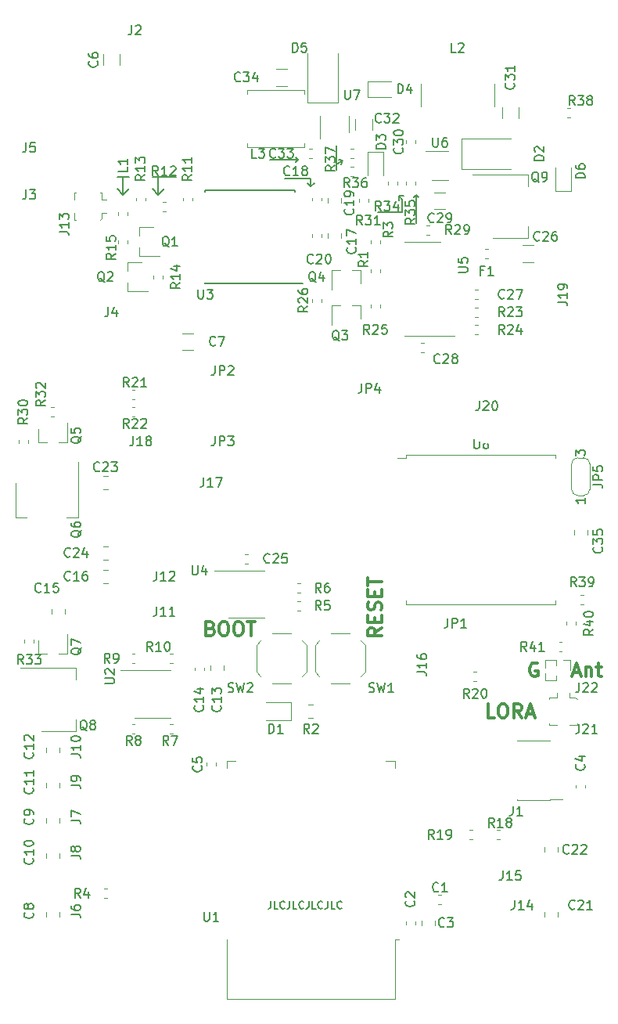
<source format=gbr>
G04 #@! TF.GenerationSoftware,KiCad,Pcbnew,(5.1.5)-3*
G04 #@! TF.CreationDate,2020-01-19T11:37:00+01:00*
G04 #@! TF.ProjectId,airMon,6169724d-6f6e-42e6-9b69-6361645f7063,0.2*
G04 #@! TF.SameCoordinates,Original*
G04 #@! TF.FileFunction,Legend,Top*
G04 #@! TF.FilePolarity,Positive*
%FSLAX46Y46*%
G04 Gerber Fmt 4.6, Leading zero omitted, Abs format (unit mm)*
G04 Created by KiCad (PCBNEW (5.1.5)-3) date 2020-01-19 11:37:00*
%MOMM*%
%LPD*%
G04 APERTURE LIST*
%ADD10C,0.300000*%
%ADD11C,0.150000*%
%ADD12C,0.200000*%
%ADD13C,0.120000*%
%ADD14C,1.500000*%
%ADD15C,2.800000*%
%ADD16C,0.100000*%
%ADD17O,1.700000X1.950000*%
%ADD18R,1.050000X2.200000*%
%ADD19R,1.000000X1.000000*%
%ADD20O,1.700000X1.700000*%
%ADD21R,1.700000X1.700000*%
%ADD22C,3.000000*%
%ADD23R,3.000000X3.000000*%
%ADD24R,8.200000X2.600000*%
%ADD25R,2.500000X1.800000*%
%ADD26R,0.450000X0.600000*%
%ADD27R,0.600000X0.450000*%
%ADD28R,1.800000X2.500000*%
%ADD29R,2.400000X0.740000*%
%ADD30O,1.000000X1.000000*%
%ADD31O,1.300000X0.800000*%
%ADD32R,2.200000X1.050000*%
%ADD33R,2.350000X5.100000*%
%ADD34R,0.900000X0.800000*%
%ADD35R,0.800000X0.900000*%
%ADD36R,2.000000X0.900000*%
%ADD37R,0.900000X2.000000*%
%ADD38R,5.000000X5.000000*%
%ADD39R,1.220000X0.650000*%
%ADD40R,0.650000X1.220000*%
%ADD41O,1.400000X1.400000*%
%ADD42C,1.400000*%
%ADD43O,1.950000X1.700000*%
%ADD44O,1.900000X1.200000*%
%ADD45C,1.450000*%
%ADD46R,1.500000X2.000000*%
%ADD47R,3.800000X2.000000*%
%ADD48R,2.000000X1.500000*%
%ADD49R,2.000000X3.800000*%
%ADD50R,0.500000X0.500000*%
%ADD51R,1.100000X1.800000*%
%ADD52R,2.000000X1.000000*%
%ADD53R,1.500000X1.000000*%
G04 APERTURE END LIST*
D10*
X79815714Y-89785000D02*
X80530000Y-89785000D01*
X79672857Y-90213571D02*
X80172857Y-88713571D01*
X80672857Y-90213571D01*
X81172857Y-89213571D02*
X81172857Y-90213571D01*
X81172857Y-89356428D02*
X81244285Y-89285000D01*
X81387142Y-89213571D01*
X81601428Y-89213571D01*
X81744285Y-89285000D01*
X81815714Y-89427857D01*
X81815714Y-90213571D01*
X82315714Y-89213571D02*
X82887142Y-89213571D01*
X82530000Y-88713571D02*
X82530000Y-89999285D01*
X82601428Y-90142142D01*
X82744285Y-90213571D01*
X82887142Y-90213571D01*
X75957857Y-88785000D02*
X75815000Y-88713571D01*
X75600714Y-88713571D01*
X75386428Y-88785000D01*
X75243571Y-88927857D01*
X75172142Y-89070714D01*
X75100714Y-89356428D01*
X75100714Y-89570714D01*
X75172142Y-89856428D01*
X75243571Y-89999285D01*
X75386428Y-90142142D01*
X75600714Y-90213571D01*
X75743571Y-90213571D01*
X75957857Y-90142142D01*
X76029285Y-90070714D01*
X76029285Y-89570714D01*
X75743571Y-89570714D01*
X71310714Y-94658571D02*
X70596428Y-94658571D01*
X70596428Y-93158571D01*
X72096428Y-93158571D02*
X72382142Y-93158571D01*
X72525000Y-93230000D01*
X72667857Y-93372857D01*
X72739285Y-93658571D01*
X72739285Y-94158571D01*
X72667857Y-94444285D01*
X72525000Y-94587142D01*
X72382142Y-94658571D01*
X72096428Y-94658571D01*
X71953571Y-94587142D01*
X71810714Y-94444285D01*
X71739285Y-94158571D01*
X71739285Y-93658571D01*
X71810714Y-93372857D01*
X71953571Y-93230000D01*
X72096428Y-93158571D01*
X74239285Y-94658571D02*
X73739285Y-93944285D01*
X73382142Y-94658571D02*
X73382142Y-93158571D01*
X73953571Y-93158571D01*
X74096428Y-93230000D01*
X74167857Y-93301428D01*
X74239285Y-93444285D01*
X74239285Y-93658571D01*
X74167857Y-93801428D01*
X74096428Y-93872857D01*
X73953571Y-93944285D01*
X73382142Y-93944285D01*
X74810714Y-94230000D02*
X75525000Y-94230000D01*
X74667857Y-94658571D02*
X75167857Y-93158571D01*
X75667857Y-94658571D01*
D11*
X47104761Y-114496904D02*
X47104761Y-115068333D01*
X47066666Y-115182619D01*
X46990476Y-115258809D01*
X46876190Y-115296904D01*
X46800000Y-115296904D01*
X47866666Y-115296904D02*
X47485714Y-115296904D01*
X47485714Y-114496904D01*
X48590476Y-115220714D02*
X48552380Y-115258809D01*
X48438095Y-115296904D01*
X48361904Y-115296904D01*
X48247619Y-115258809D01*
X48171428Y-115182619D01*
X48133333Y-115106428D01*
X48095238Y-114954047D01*
X48095238Y-114839761D01*
X48133333Y-114687380D01*
X48171428Y-114611190D01*
X48247619Y-114535000D01*
X48361904Y-114496904D01*
X48438095Y-114496904D01*
X48552380Y-114535000D01*
X48590476Y-114573095D01*
X49161904Y-114496904D02*
X49161904Y-115068333D01*
X49123809Y-115182619D01*
X49047619Y-115258809D01*
X48933333Y-115296904D01*
X48857142Y-115296904D01*
X49923809Y-115296904D02*
X49542857Y-115296904D01*
X49542857Y-114496904D01*
X50647619Y-115220714D02*
X50609523Y-115258809D01*
X50495238Y-115296904D01*
X50419047Y-115296904D01*
X50304761Y-115258809D01*
X50228571Y-115182619D01*
X50190476Y-115106428D01*
X50152380Y-114954047D01*
X50152380Y-114839761D01*
X50190476Y-114687380D01*
X50228571Y-114611190D01*
X50304761Y-114535000D01*
X50419047Y-114496904D01*
X50495238Y-114496904D01*
X50609523Y-114535000D01*
X50647619Y-114573095D01*
X51219047Y-114496904D02*
X51219047Y-115068333D01*
X51180952Y-115182619D01*
X51104761Y-115258809D01*
X50990476Y-115296904D01*
X50914285Y-115296904D01*
X51980952Y-115296904D02*
X51600000Y-115296904D01*
X51600000Y-114496904D01*
X52704761Y-115220714D02*
X52666666Y-115258809D01*
X52552380Y-115296904D01*
X52476190Y-115296904D01*
X52361904Y-115258809D01*
X52285714Y-115182619D01*
X52247619Y-115106428D01*
X52209523Y-114954047D01*
X52209523Y-114839761D01*
X52247619Y-114687380D01*
X52285714Y-114611190D01*
X52361904Y-114535000D01*
X52476190Y-114496904D01*
X52552380Y-114496904D01*
X52666666Y-114535000D01*
X52704761Y-114573095D01*
X53276190Y-114496904D02*
X53276190Y-115068333D01*
X53238095Y-115182619D01*
X53161904Y-115258809D01*
X53047619Y-115296904D01*
X52971428Y-115296904D01*
X54038095Y-115296904D02*
X53657142Y-115296904D01*
X53657142Y-114496904D01*
X54761904Y-115220714D02*
X54723809Y-115258809D01*
X54609523Y-115296904D01*
X54533333Y-115296904D01*
X54419047Y-115258809D01*
X54342857Y-115182619D01*
X54304761Y-115106428D01*
X54266666Y-114954047D01*
X54266666Y-114839761D01*
X54304761Y-114687380D01*
X54342857Y-114611190D01*
X54419047Y-114535000D01*
X54533333Y-114496904D01*
X54609523Y-114496904D01*
X54723809Y-114535000D01*
X54761904Y-114573095D01*
D10*
X40596428Y-84982857D02*
X40810714Y-85054285D01*
X40882142Y-85125714D01*
X40953571Y-85268571D01*
X40953571Y-85482857D01*
X40882142Y-85625714D01*
X40810714Y-85697142D01*
X40667857Y-85768571D01*
X40096428Y-85768571D01*
X40096428Y-84268571D01*
X40596428Y-84268571D01*
X40739285Y-84340000D01*
X40810714Y-84411428D01*
X40882142Y-84554285D01*
X40882142Y-84697142D01*
X40810714Y-84840000D01*
X40739285Y-84911428D01*
X40596428Y-84982857D01*
X40096428Y-84982857D01*
X41882142Y-84268571D02*
X42167857Y-84268571D01*
X42310714Y-84340000D01*
X42453571Y-84482857D01*
X42525000Y-84768571D01*
X42525000Y-85268571D01*
X42453571Y-85554285D01*
X42310714Y-85697142D01*
X42167857Y-85768571D01*
X41882142Y-85768571D01*
X41739285Y-85697142D01*
X41596428Y-85554285D01*
X41525000Y-85268571D01*
X41525000Y-84768571D01*
X41596428Y-84482857D01*
X41739285Y-84340000D01*
X41882142Y-84268571D01*
X43453571Y-84268571D02*
X43739285Y-84268571D01*
X43882142Y-84340000D01*
X44025000Y-84482857D01*
X44096428Y-84768571D01*
X44096428Y-85268571D01*
X44025000Y-85554285D01*
X43882142Y-85697142D01*
X43739285Y-85768571D01*
X43453571Y-85768571D01*
X43310714Y-85697142D01*
X43167857Y-85554285D01*
X43096428Y-85268571D01*
X43096428Y-84768571D01*
X43167857Y-84482857D01*
X43310714Y-84340000D01*
X43453571Y-84268571D01*
X44525000Y-84268571D02*
X45382142Y-84268571D01*
X44953571Y-85768571D02*
X44953571Y-84268571D01*
X59098571Y-84950714D02*
X58384285Y-85450714D01*
X59098571Y-85807857D02*
X57598571Y-85807857D01*
X57598571Y-85236428D01*
X57670000Y-85093571D01*
X57741428Y-85022142D01*
X57884285Y-84950714D01*
X58098571Y-84950714D01*
X58241428Y-85022142D01*
X58312857Y-85093571D01*
X58384285Y-85236428D01*
X58384285Y-85807857D01*
X58312857Y-84307857D02*
X58312857Y-83807857D01*
X59098571Y-83593571D02*
X59098571Y-84307857D01*
X57598571Y-84307857D01*
X57598571Y-83593571D01*
X59027142Y-83022142D02*
X59098571Y-82807857D01*
X59098571Y-82450714D01*
X59027142Y-82307857D01*
X58955714Y-82236428D01*
X58812857Y-82165000D01*
X58670000Y-82165000D01*
X58527142Y-82236428D01*
X58455714Y-82307857D01*
X58384285Y-82450714D01*
X58312857Y-82736428D01*
X58241428Y-82879285D01*
X58170000Y-82950714D01*
X58027142Y-83022142D01*
X57884285Y-83022142D01*
X57741428Y-82950714D01*
X57670000Y-82879285D01*
X57598571Y-82736428D01*
X57598571Y-82379285D01*
X57670000Y-82165000D01*
X58312857Y-81522142D02*
X58312857Y-81022142D01*
X59098571Y-80807857D02*
X59098571Y-81522142D01*
X57598571Y-81522142D01*
X57598571Y-80807857D01*
X57598571Y-80379285D02*
X57598571Y-79522142D01*
X59098571Y-79950714D02*
X57598571Y-79950714D01*
D12*
X54864000Y-34417000D02*
X54737000Y-34798000D01*
X54864000Y-34417000D02*
X54483000Y-34290000D01*
X54229000Y-34798000D02*
X54864000Y-34417000D01*
X54229000Y-33020000D02*
X54229000Y-32766000D01*
X54229000Y-35433000D02*
X54229000Y-33020000D01*
X50038000Y-34290000D02*
X49784000Y-34544000D01*
X50038000Y-34290000D02*
X49784000Y-34036000D01*
X46990000Y-34290000D02*
X50038000Y-34290000D01*
X62865000Y-38100000D02*
X62611000Y-38354000D01*
X62865000Y-38100000D02*
X63119000Y-38354000D01*
X62865000Y-38608000D02*
X62865000Y-38100000D01*
X62865000Y-41148000D02*
X62865000Y-38608000D01*
X51435000Y-37211000D02*
X51816000Y-36830000D01*
X51435000Y-37211000D02*
X51054000Y-36830000D01*
X60960000Y-38227000D02*
X60960000Y-38735000D01*
X60960000Y-38227000D02*
X61468000Y-38227000D01*
X61341000Y-38608000D02*
X60960000Y-38227000D01*
X61341000Y-40005000D02*
X61341000Y-38608000D01*
X61214000Y-40005000D02*
X61341000Y-40005000D01*
X58674000Y-40005000D02*
X61214000Y-40005000D01*
X51435000Y-36322000D02*
X51435000Y-37211000D01*
X48641000Y-36322000D02*
X51435000Y-36322000D01*
X34925000Y-38100000D02*
X35560000Y-37465000D01*
X34925000Y-38100000D02*
X34290000Y-37465000D01*
X34925000Y-36195000D02*
X34925000Y-38100000D01*
X34290000Y-36195000D02*
X36830000Y-36195000D01*
X30480000Y-36195000D02*
X31750000Y-36195000D01*
X31115000Y-38100000D02*
X31750000Y-37465000D01*
X30480000Y-37465000D02*
X31115000Y-38100000D01*
X31115000Y-38100000D02*
X30480000Y-37465000D01*
X31115000Y-36195000D02*
X31115000Y-38100000D01*
D13*
X37497936Y-54885000D02*
X38702064Y-54885000D01*
X37497936Y-53065000D02*
X38702064Y-53065000D01*
X78040000Y-92480000D02*
X78040000Y-91980000D01*
X79440000Y-92480000D02*
X79440000Y-91980000D01*
X79440000Y-92480000D02*
X80040000Y-92480000D01*
X80040000Y-92480000D02*
X80240000Y-92680000D01*
X77240000Y-92680000D02*
X77240000Y-92480000D01*
X77240000Y-92480000D02*
X78040000Y-92480000D01*
X78040000Y-95480000D02*
X77240000Y-95480000D01*
X77240000Y-95480000D02*
X77240000Y-95280000D01*
X80240000Y-95280000D02*
X80240000Y-95480000D01*
X80240000Y-95480000D02*
X79440000Y-95480000D01*
X63310000Y-26055000D02*
X63310000Y-28555000D01*
X71310000Y-26055000D02*
X71310000Y-28555000D01*
X65242221Y-114810000D02*
X65567779Y-114810000D01*
X65242221Y-113790000D02*
X65567779Y-113790000D01*
X61720000Y-116677221D02*
X61720000Y-117002779D01*
X62740000Y-116677221D02*
X62740000Y-117002779D01*
X63425000Y-116581422D02*
X63425000Y-117098578D01*
X64845000Y-116581422D02*
X64845000Y-117098578D01*
X81155000Y-102245279D02*
X81155000Y-101919721D01*
X80135000Y-102245279D02*
X80135000Y-101919721D01*
X41150000Y-99857779D02*
X41150000Y-99532221D01*
X40130000Y-99857779D02*
X40130000Y-99532221D01*
X28935000Y-22892936D02*
X28935000Y-24097064D01*
X30755000Y-22892936D02*
X30755000Y-24097064D01*
X24205000Y-116161078D02*
X24205000Y-115643922D01*
X22785000Y-116161078D02*
X22785000Y-115643922D01*
X24205000Y-106001078D02*
X24205000Y-105483922D01*
X22785000Y-106001078D02*
X22785000Y-105483922D01*
X24205000Y-109811078D02*
X24205000Y-109293922D01*
X22785000Y-109811078D02*
X22785000Y-109293922D01*
X24205000Y-102191078D02*
X24205000Y-101673922D01*
X22785000Y-102191078D02*
X22785000Y-101673922D01*
X24205000Y-98381078D02*
X24205000Y-97863922D01*
X22785000Y-98381078D02*
X22785000Y-97863922D01*
X41985000Y-89491078D02*
X41985000Y-88973922D01*
X40565000Y-89491078D02*
X40565000Y-88973922D01*
X39880000Y-89545279D02*
X39880000Y-89219721D01*
X38860000Y-89545279D02*
X38860000Y-89219721D01*
X24840000Y-83443578D02*
X24840000Y-82926422D01*
X23420000Y-83443578D02*
X23420000Y-82926422D01*
X28951422Y-80085000D02*
X29468578Y-80085000D01*
X28951422Y-78665000D02*
X29468578Y-78665000D01*
X53265000Y-42286422D02*
X53265000Y-42803578D01*
X54685000Y-42286422D02*
X54685000Y-42803578D01*
X52580000Y-38745279D02*
X52580000Y-38419721D01*
X51560000Y-38745279D02*
X51560000Y-38419721D01*
X54685000Y-38993578D02*
X54685000Y-38476422D01*
X53265000Y-38993578D02*
X53265000Y-38476422D01*
X51560000Y-42382221D02*
X51560000Y-42707779D01*
X52580000Y-42382221D02*
X52580000Y-42707779D01*
X78180000Y-116161078D02*
X78180000Y-115643922D01*
X76760000Y-116161078D02*
X76760000Y-115643922D01*
X78180000Y-109176078D02*
X78180000Y-108658922D01*
X76760000Y-109176078D02*
X76760000Y-108658922D01*
X28951422Y-68505000D02*
X29468578Y-68505000D01*
X28951422Y-69925000D02*
X29468578Y-69925000D01*
X28951422Y-77545000D02*
X29468578Y-77545000D01*
X28951422Y-76125000D02*
X29468578Y-76125000D01*
X44612779Y-76960000D02*
X44287221Y-76960000D01*
X44612779Y-77980000D02*
X44287221Y-77980000D01*
X74327936Y-45360000D02*
X75532064Y-45360000D01*
X74327936Y-43540000D02*
X75532064Y-43540000D01*
X69204721Y-49405000D02*
X69530279Y-49405000D01*
X69204721Y-48385000D02*
X69530279Y-48385000D01*
X66007064Y-37825000D02*
X64802936Y-37825000D01*
X66007064Y-39645000D02*
X64802936Y-39645000D01*
X62740000Y-32547779D02*
X62740000Y-32222221D01*
X61720000Y-32547779D02*
X61720000Y-32222221D01*
X72115000Y-28607936D02*
X72115000Y-29812064D01*
X73935000Y-28607936D02*
X73935000Y-29812064D01*
X56240000Y-29877936D02*
X56240000Y-31082064D01*
X58060000Y-29877936D02*
X58060000Y-31082064D01*
X51597779Y-33145000D02*
X51272221Y-33145000D01*
X51597779Y-34165000D02*
X51272221Y-34165000D01*
X47657936Y-26310000D02*
X48862064Y-26310000D01*
X47657936Y-24490000D02*
X48862064Y-24490000D01*
X49310000Y-93020000D02*
X46625000Y-93020000D01*
X49310000Y-94940000D02*
X49310000Y-93020000D01*
X46625000Y-94940000D02*
X49310000Y-94940000D01*
X67720000Y-32005000D02*
X73120000Y-32005000D01*
X67720000Y-35305000D02*
X73120000Y-35305000D01*
X67720000Y-32005000D02*
X67720000Y-35305000D01*
X59270000Y-33425000D02*
X59270000Y-35975000D01*
X57570000Y-33425000D02*
X57570000Y-35975000D01*
X59270000Y-33425000D02*
X57570000Y-33425000D01*
X57555000Y-25820000D02*
X60105000Y-25820000D01*
X57555000Y-27520000D02*
X60105000Y-27520000D01*
X57555000Y-25820000D02*
X57555000Y-27520000D01*
X51055000Y-28165000D02*
X51055000Y-22765000D01*
X54355000Y-28165000D02*
X54355000Y-22765000D01*
X51055000Y-28165000D02*
X54355000Y-28165000D01*
X73800000Y-97160000D02*
X73800000Y-97095000D01*
X77330000Y-97160000D02*
X77330000Y-97095000D01*
X73800000Y-103565000D02*
X73800000Y-103500000D01*
X77330000Y-103565000D02*
X77330000Y-103500000D01*
X78655000Y-103500000D02*
X77330000Y-103500000D01*
X77330000Y-97095000D02*
X73800000Y-97095000D01*
X77330000Y-103565000D02*
X73800000Y-103565000D01*
X25805000Y-40870000D02*
X25805000Y-40070000D01*
X26005000Y-40870000D02*
X25805000Y-40870000D01*
X25805000Y-37870000D02*
X26005000Y-37870000D01*
X25805000Y-38670000D02*
X25805000Y-37870000D01*
X28805000Y-37870000D02*
X28805000Y-38670000D01*
X28605000Y-37870000D02*
X28805000Y-37870000D01*
X28805000Y-40670000D02*
X28605000Y-40870000D01*
X28805000Y-40070000D02*
X28805000Y-40670000D01*
X28805000Y-40070000D02*
X29305000Y-40070000D01*
X28805000Y-38670000D02*
X29305000Y-38670000D01*
X31625000Y-40320279D02*
X31625000Y-39994721D01*
X30605000Y-40320279D02*
X30605000Y-39994721D01*
X44525000Y-26745000D02*
X44525000Y-27195000D01*
X44525000Y-32945000D02*
X44525000Y-32495000D01*
X50725000Y-32945000D02*
X50725000Y-32495000D01*
X50725000Y-32945000D02*
X44525000Y-32945000D01*
X50725000Y-26745000D02*
X50725000Y-27195000D01*
X44525000Y-26745000D02*
X50725000Y-26745000D01*
X32895000Y-41600000D02*
X34355000Y-41600000D01*
X32895000Y-44760000D02*
X35055000Y-44760000D01*
X32895000Y-44760000D02*
X32895000Y-43830000D01*
X32895000Y-41600000D02*
X32895000Y-42530000D01*
X31625000Y-45410000D02*
X33085000Y-45410000D01*
X31625000Y-48570000D02*
X33785000Y-48570000D01*
X31625000Y-48570000D02*
X31625000Y-47640000D01*
X31625000Y-45410000D02*
X31625000Y-46340000D01*
X56825000Y-50040000D02*
X56825000Y-51500000D01*
X53665000Y-50040000D02*
X53665000Y-52200000D01*
X53665000Y-50040000D02*
X54595000Y-50040000D01*
X56825000Y-50040000D02*
X55895000Y-50040000D01*
X56825000Y-46230000D02*
X56825000Y-47690000D01*
X53665000Y-46230000D02*
X53665000Y-48390000D01*
X53665000Y-46230000D02*
X54595000Y-46230000D01*
X56825000Y-46230000D02*
X55895000Y-46230000D01*
X21915000Y-64895000D02*
X21915000Y-63435000D01*
X25075000Y-64895000D02*
X25075000Y-62735000D01*
X25075000Y-64895000D02*
X24145000Y-64895000D01*
X21915000Y-64895000D02*
X22845000Y-64895000D01*
X21915000Y-87755000D02*
X21915000Y-86295000D01*
X25075000Y-87755000D02*
X25075000Y-85595000D01*
X25075000Y-87755000D02*
X24145000Y-87755000D01*
X21915000Y-87755000D02*
X22845000Y-87755000D01*
X57910000Y-46192221D02*
X57910000Y-46517779D01*
X58930000Y-46192221D02*
X58930000Y-46517779D01*
X51176422Y-94690000D02*
X51693578Y-94690000D01*
X51176422Y-93270000D02*
X51693578Y-93270000D01*
X57910000Y-43017221D02*
X57910000Y-43342779D01*
X58930000Y-43017221D02*
X58930000Y-43342779D01*
X29047221Y-114175000D02*
X29372779Y-114175000D01*
X29047221Y-113155000D02*
X29372779Y-113155000D01*
X50327779Y-82040000D02*
X50002221Y-82040000D01*
X50327779Y-83060000D02*
X50002221Y-83060000D01*
X50327779Y-80135000D02*
X50002221Y-80135000D01*
X50327779Y-81155000D02*
X50002221Y-81155000D01*
X36510279Y-95375000D02*
X36184721Y-95375000D01*
X36510279Y-96395000D02*
X36184721Y-96395000D01*
X32069721Y-96395000D02*
X32395279Y-96395000D01*
X32069721Y-95375000D02*
X32395279Y-95375000D01*
X32069721Y-88775000D02*
X32395279Y-88775000D01*
X32069721Y-87755000D02*
X32395279Y-87755000D01*
X36510279Y-87755000D02*
X36184721Y-87755000D01*
X36510279Y-88775000D02*
X36184721Y-88775000D01*
X38610000Y-38745279D02*
X38610000Y-38419721D01*
X37590000Y-38745279D02*
X37590000Y-38419721D01*
X35722779Y-38860000D02*
X35397221Y-38860000D01*
X35722779Y-39880000D02*
X35397221Y-39880000D01*
X33530000Y-38745279D02*
X33530000Y-38419721D01*
X32510000Y-38745279D02*
X32510000Y-38419721D01*
X34415000Y-46827221D02*
X34415000Y-47152779D01*
X35435000Y-46827221D02*
X35435000Y-47152779D01*
X31625000Y-43342779D02*
X31625000Y-43017221D01*
X30605000Y-43342779D02*
X30605000Y-43017221D01*
X71917779Y-106805000D02*
X71592221Y-106805000D01*
X71917779Y-107825000D02*
X71592221Y-107825000D01*
X68895279Y-106805000D02*
X68569721Y-106805000D01*
X68895279Y-107825000D02*
X68569721Y-107825000D01*
X69377779Y-89660000D02*
X69052221Y-89660000D01*
X69377779Y-90680000D02*
X69052221Y-90680000D01*
X32069721Y-60200000D02*
X32395279Y-60200000D01*
X32069721Y-59180000D02*
X32395279Y-59180000D01*
X32069721Y-62105000D02*
X32395279Y-62105000D01*
X32069721Y-61085000D02*
X32395279Y-61085000D01*
X69204721Y-51310000D02*
X69530279Y-51310000D01*
X69204721Y-50290000D02*
X69530279Y-50290000D01*
X69204721Y-53215000D02*
X69530279Y-53215000D01*
X69204721Y-52195000D02*
X69530279Y-52195000D01*
X57910000Y-50002221D02*
X57910000Y-50327779D01*
X58930000Y-50002221D02*
X58930000Y-50327779D01*
X52580000Y-49692779D02*
X52580000Y-49367221D01*
X51560000Y-49692779D02*
X51560000Y-49367221D01*
X23332221Y-62105000D02*
X23657779Y-62105000D01*
X23332221Y-61085000D02*
X23657779Y-61085000D01*
X20445000Y-86197221D02*
X20445000Y-86522779D01*
X21465000Y-86197221D02*
X21465000Y-86522779D01*
X59815000Y-36667221D02*
X59815000Y-36992779D01*
X60835000Y-36667221D02*
X60835000Y-36992779D01*
X62740000Y-36992779D02*
X62740000Y-36667221D01*
X61720000Y-36992779D02*
X61720000Y-36667221D01*
X55717221Y-36070000D02*
X56042779Y-36070000D01*
X55717221Y-35050000D02*
X56042779Y-35050000D01*
X56042779Y-33145000D02*
X55717221Y-33145000D01*
X56042779Y-34165000D02*
X55717221Y-34165000D01*
X60555000Y-118665000D02*
X60935000Y-118665000D01*
X60555000Y-125085000D02*
X60555000Y-118665000D01*
X42315000Y-125085000D02*
X42315000Y-118665000D01*
X60555000Y-125085000D02*
X42315000Y-125085000D01*
X42315000Y-99340000D02*
X43315000Y-99340000D01*
X42315000Y-100120000D02*
X42315000Y-99340000D01*
X60555000Y-99340000D02*
X59555000Y-99340000D01*
X60555000Y-100120000D02*
X60555000Y-99340000D01*
X34290000Y-89515000D02*
X30840000Y-89515000D01*
X34290000Y-89515000D02*
X36240000Y-89515000D01*
X34290000Y-94635000D02*
X32340000Y-94635000D01*
X34290000Y-94635000D02*
X36240000Y-94635000D01*
D11*
X40005000Y-37620000D02*
X40005000Y-37745000D01*
X49705000Y-37620000D02*
X49705000Y-37745000D01*
X48905000Y-47720000D02*
X50555000Y-47720000D01*
X40005000Y-47720000D02*
X40005000Y-47595000D01*
X40005000Y-37620000D02*
X49705000Y-37620000D01*
X48905000Y-47720000D02*
X40005000Y-47720000D01*
D13*
X44450000Y-78720000D02*
X41000000Y-78720000D01*
X44450000Y-78720000D02*
X46400000Y-78720000D01*
X44450000Y-83840000D02*
X42500000Y-83840000D01*
X44450000Y-83840000D02*
X46400000Y-83840000D01*
X66285000Y-33415000D02*
X63855000Y-33415000D01*
X64525000Y-36485000D02*
X66285000Y-36485000D01*
X52465000Y-29600000D02*
X52465000Y-32030000D01*
X55535000Y-31360000D02*
X55535000Y-29600000D01*
X63337221Y-55120000D02*
X63662779Y-55120000D01*
X63337221Y-54100000D02*
X63662779Y-54100000D01*
X63500000Y-53320000D02*
X66950000Y-53320000D01*
X63500000Y-53320000D02*
X61550000Y-53320000D01*
X63500000Y-43200000D02*
X65450000Y-43200000D01*
X63500000Y-43200000D02*
X61550000Y-43200000D01*
X20830000Y-64932779D02*
X20830000Y-64607221D01*
X19810000Y-64932779D02*
X19810000Y-64607221D01*
X64297779Y-41400000D02*
X63972221Y-41400000D01*
X64297779Y-42420000D02*
X63972221Y-42420000D01*
X57660000Y-38897779D02*
X57660000Y-38572221D01*
X56640000Y-38897779D02*
X56640000Y-38572221D01*
X26270000Y-67020000D02*
X26270000Y-73030000D01*
X19450000Y-69270000D02*
X19450000Y-73030000D01*
X26270000Y-73030000D02*
X25010000Y-73030000D01*
X19450000Y-73030000D02*
X20710000Y-73030000D01*
X20030000Y-89300000D02*
X26040000Y-89300000D01*
X22280000Y-96120000D02*
X26040000Y-96120000D01*
X26040000Y-89300000D02*
X26040000Y-90560000D01*
X26040000Y-96120000D02*
X26040000Y-94860000D01*
X68925000Y-35960000D02*
X74935000Y-35960000D01*
X71175000Y-42780000D02*
X74935000Y-42780000D01*
X74935000Y-35960000D02*
X74935000Y-37220000D01*
X74935000Y-42780000D02*
X74935000Y-41520000D01*
X79537779Y-28700000D02*
X79212221Y-28700000D01*
X79537779Y-29720000D02*
X79212221Y-29720000D01*
X77890000Y-37695000D02*
X77890000Y-35145000D01*
X79590000Y-37695000D02*
X79590000Y-35145000D01*
X77890000Y-37695000D02*
X79590000Y-37695000D01*
X70322221Y-44960000D02*
X70647779Y-44960000D01*
X70322221Y-43940000D02*
X70647779Y-43940000D01*
X51890000Y-89715000D02*
X52380000Y-90205000D01*
X51890000Y-86815000D02*
X51890000Y-89715000D01*
X51890000Y-86815000D02*
X52380000Y-86325000D01*
X57330000Y-86815000D02*
X57330000Y-89715000D01*
X57330000Y-86815000D02*
X56840000Y-86325000D01*
X53570000Y-90985000D02*
X55650000Y-90985000D01*
X57330000Y-89715000D02*
X56840000Y-90205000D01*
X53570000Y-85545000D02*
X55650000Y-85545000D01*
X50980000Y-86815000D02*
X50490000Y-86325000D01*
X50980000Y-89715000D02*
X50980000Y-86815000D01*
X50980000Y-89715000D02*
X50490000Y-90205000D01*
X45540000Y-89715000D02*
X45540000Y-86815000D01*
X45540000Y-89715000D02*
X46030000Y-90205000D01*
X49300000Y-85545000D02*
X47220000Y-85545000D01*
X45540000Y-86815000D02*
X46030000Y-86325000D01*
X49300000Y-90985000D02*
X47220000Y-90985000D01*
X81355000Y-74338922D02*
X81355000Y-74856078D01*
X79935000Y-74338922D02*
X79935000Y-74856078D01*
X80634721Y-81405000D02*
X80960279Y-81405000D01*
X80634721Y-82425000D02*
X80960279Y-82425000D01*
X79119000Y-84292221D02*
X79119000Y-84617779D01*
X80139000Y-84292221D02*
X80139000Y-84617779D01*
X78623279Y-87505000D02*
X78297721Y-87505000D01*
X78623279Y-86485000D02*
X78297721Y-86485000D01*
X61750000Y-66545000D02*
X60850000Y-66545000D01*
X61750000Y-66195000D02*
X61750000Y-66545000D01*
X77950000Y-82395000D02*
X77950000Y-81995000D01*
X61750000Y-82395000D02*
X77950000Y-82395000D01*
X61750000Y-81995000D02*
X61750000Y-82395000D01*
X77950000Y-66195000D02*
X77950000Y-66595000D01*
X61750000Y-66195000D02*
X77950000Y-66195000D01*
X80945000Y-70630000D02*
X80345000Y-70630000D01*
X81645000Y-67180000D02*
X81645000Y-69980000D01*
X80345000Y-66530000D02*
X80945000Y-66530000D01*
X79645000Y-69980000D02*
X79645000Y-67180000D01*
X79645000Y-67230000D02*
G75*
G02X80345000Y-66530000I700000J0D01*
G01*
X80945000Y-66530000D02*
G75*
G02X81645000Y-67230000I0J-700000D01*
G01*
X81645000Y-69930000D02*
G75*
G02X80945000Y-70630000I-700000J0D01*
G01*
X80345000Y-70630000D02*
G75*
G02X79645000Y-69930000I0J700000D01*
G01*
X76775000Y-88425000D02*
X76775000Y-89227470D01*
X76775000Y-89842530D02*
X76775000Y-90645000D01*
X77980000Y-88425000D02*
X76775000Y-88425000D01*
X77980000Y-90645000D02*
X76775000Y-90645000D01*
X77980000Y-88425000D02*
X77980000Y-88971529D01*
X77980000Y-90098471D02*
X77980000Y-90645000D01*
X78740000Y-88425000D02*
X79500000Y-88425000D01*
X79500000Y-88425000D02*
X79500000Y-89535000D01*
D11*
X62952380Y-89709523D02*
X63666666Y-89709523D01*
X63809523Y-89757142D01*
X63904761Y-89852380D01*
X63952380Y-89995238D01*
X63952380Y-90090476D01*
X63952380Y-88709523D02*
X63952380Y-89280952D01*
X63952380Y-88995238D02*
X62952380Y-88995238D01*
X63095238Y-89090476D01*
X63190476Y-89185714D01*
X63238095Y-89280952D01*
X62952380Y-87852380D02*
X62952380Y-88042857D01*
X63000000Y-88138095D01*
X63047619Y-88185714D01*
X63190476Y-88280952D01*
X63380952Y-88328571D01*
X63761904Y-88328571D01*
X63857142Y-88280952D01*
X63904761Y-88233333D01*
X63952380Y-88138095D01*
X63952380Y-87947619D01*
X63904761Y-87852380D01*
X63857142Y-87804761D01*
X63761904Y-87757142D01*
X63523809Y-87757142D01*
X63428571Y-87804761D01*
X63380952Y-87852380D01*
X63333333Y-87947619D01*
X63333333Y-88138095D01*
X63380952Y-88233333D01*
X63428571Y-88280952D01*
X63523809Y-88328571D01*
X41108333Y-54332142D02*
X41060714Y-54379761D01*
X40917857Y-54427380D01*
X40822619Y-54427380D01*
X40679761Y-54379761D01*
X40584523Y-54284523D01*
X40536904Y-54189285D01*
X40489285Y-53998809D01*
X40489285Y-53855952D01*
X40536904Y-53665476D01*
X40584523Y-53570238D01*
X40679761Y-53475000D01*
X40822619Y-53427380D01*
X40917857Y-53427380D01*
X41060714Y-53475000D01*
X41108333Y-53522619D01*
X41441666Y-53427380D02*
X42108333Y-53427380D01*
X41679761Y-54427380D01*
X29511666Y-50252380D02*
X29511666Y-50966666D01*
X29464047Y-51109523D01*
X29368809Y-51204761D01*
X29225952Y-51252380D01*
X29130714Y-51252380D01*
X30416428Y-50585714D02*
X30416428Y-51252380D01*
X30178333Y-50204761D02*
X29940238Y-50919047D01*
X30559285Y-50919047D01*
X80470476Y-95337380D02*
X80470476Y-96051666D01*
X80422857Y-96194523D01*
X80327619Y-96289761D01*
X80184761Y-96337380D01*
X80089523Y-96337380D01*
X80899047Y-95432619D02*
X80946666Y-95385000D01*
X81041904Y-95337380D01*
X81280000Y-95337380D01*
X81375238Y-95385000D01*
X81422857Y-95432619D01*
X81470476Y-95527857D01*
X81470476Y-95623095D01*
X81422857Y-95765952D01*
X80851428Y-96337380D01*
X81470476Y-96337380D01*
X82422857Y-96337380D02*
X81851428Y-96337380D01*
X82137142Y-96337380D02*
X82137142Y-95337380D01*
X82041904Y-95480238D01*
X81946666Y-95575476D01*
X81851428Y-95623095D01*
X66266666Y-83907380D02*
X66266666Y-84621666D01*
X66219047Y-84764523D01*
X66123809Y-84859761D01*
X65980952Y-84907380D01*
X65885714Y-84907380D01*
X66742857Y-84907380D02*
X66742857Y-83907380D01*
X67123809Y-83907380D01*
X67219047Y-83955000D01*
X67266666Y-84002619D01*
X67314285Y-84097857D01*
X67314285Y-84240714D01*
X67266666Y-84335952D01*
X67219047Y-84383571D01*
X67123809Y-84431190D01*
X66742857Y-84431190D01*
X68266666Y-84907380D02*
X67695238Y-84907380D01*
X67980952Y-84907380D02*
X67980952Y-83907380D01*
X67885714Y-84050238D01*
X67790476Y-84145476D01*
X67695238Y-84193095D01*
X69675476Y-60412380D02*
X69675476Y-61126666D01*
X69627857Y-61269523D01*
X69532619Y-61364761D01*
X69389761Y-61412380D01*
X69294523Y-61412380D01*
X70104047Y-60507619D02*
X70151666Y-60460000D01*
X70246904Y-60412380D01*
X70485000Y-60412380D01*
X70580238Y-60460000D01*
X70627857Y-60507619D01*
X70675476Y-60602857D01*
X70675476Y-60698095D01*
X70627857Y-60840952D01*
X70056428Y-61412380D01*
X70675476Y-61412380D01*
X71294523Y-60412380D02*
X71389761Y-60412380D01*
X71485000Y-60460000D01*
X71532619Y-60507619D01*
X71580238Y-60602857D01*
X71627857Y-60793333D01*
X71627857Y-61031428D01*
X71580238Y-61221904D01*
X71532619Y-61317142D01*
X71485000Y-61364761D01*
X71389761Y-61412380D01*
X71294523Y-61412380D01*
X71199285Y-61364761D01*
X71151666Y-61317142D01*
X71104047Y-61221904D01*
X71056428Y-61031428D01*
X71056428Y-60793333D01*
X71104047Y-60602857D01*
X71151666Y-60507619D01*
X71199285Y-60460000D01*
X71294523Y-60412380D01*
X32210476Y-64222380D02*
X32210476Y-64936666D01*
X32162857Y-65079523D01*
X32067619Y-65174761D01*
X31924761Y-65222380D01*
X31829523Y-65222380D01*
X33210476Y-65222380D02*
X32639047Y-65222380D01*
X32924761Y-65222380D02*
X32924761Y-64222380D01*
X32829523Y-64365238D01*
X32734285Y-64460476D01*
X32639047Y-64508095D01*
X33781904Y-64650952D02*
X33686666Y-64603333D01*
X33639047Y-64555714D01*
X33591428Y-64460476D01*
X33591428Y-64412857D01*
X33639047Y-64317619D01*
X33686666Y-64270000D01*
X33781904Y-64222380D01*
X33972380Y-64222380D01*
X34067619Y-64270000D01*
X34115238Y-64317619D01*
X34162857Y-64412857D01*
X34162857Y-64460476D01*
X34115238Y-64555714D01*
X34067619Y-64603333D01*
X33972380Y-64650952D01*
X33781904Y-64650952D01*
X33686666Y-64698571D01*
X33639047Y-64746190D01*
X33591428Y-64841428D01*
X33591428Y-65031904D01*
X33639047Y-65127142D01*
X33686666Y-65174761D01*
X33781904Y-65222380D01*
X33972380Y-65222380D01*
X34067619Y-65174761D01*
X34115238Y-65127142D01*
X34162857Y-65031904D01*
X34162857Y-64841428D01*
X34115238Y-64746190D01*
X34067619Y-64698571D01*
X33972380Y-64650952D01*
X67143333Y-22677380D02*
X66667142Y-22677380D01*
X66667142Y-21677380D01*
X67429047Y-21772619D02*
X67476666Y-21725000D01*
X67571904Y-21677380D01*
X67810000Y-21677380D01*
X67905238Y-21725000D01*
X67952857Y-21772619D01*
X68000476Y-21867857D01*
X68000476Y-21963095D01*
X67952857Y-22105952D01*
X67381428Y-22677380D01*
X68000476Y-22677380D01*
X65238333Y-113387142D02*
X65190714Y-113434761D01*
X65047857Y-113482380D01*
X64952619Y-113482380D01*
X64809761Y-113434761D01*
X64714523Y-113339523D01*
X64666904Y-113244285D01*
X64619285Y-113053809D01*
X64619285Y-112910952D01*
X64666904Y-112720476D01*
X64714523Y-112625238D01*
X64809761Y-112530000D01*
X64952619Y-112482380D01*
X65047857Y-112482380D01*
X65190714Y-112530000D01*
X65238333Y-112577619D01*
X66190714Y-113482380D02*
X65619285Y-113482380D01*
X65905000Y-113482380D02*
X65905000Y-112482380D01*
X65809761Y-112625238D01*
X65714523Y-112720476D01*
X65619285Y-112768095D01*
X62587142Y-114466666D02*
X62634761Y-114514285D01*
X62682380Y-114657142D01*
X62682380Y-114752380D01*
X62634761Y-114895238D01*
X62539523Y-114990476D01*
X62444285Y-115038095D01*
X62253809Y-115085714D01*
X62110952Y-115085714D01*
X61920476Y-115038095D01*
X61825238Y-114990476D01*
X61730000Y-114895238D01*
X61682380Y-114752380D01*
X61682380Y-114657142D01*
X61730000Y-114514285D01*
X61777619Y-114466666D01*
X61777619Y-114085714D02*
X61730000Y-114038095D01*
X61682380Y-113942857D01*
X61682380Y-113704761D01*
X61730000Y-113609523D01*
X61777619Y-113561904D01*
X61872857Y-113514285D01*
X61968095Y-113514285D01*
X62110952Y-113561904D01*
X62682380Y-114133333D01*
X62682380Y-113514285D01*
X65873333Y-117197142D02*
X65825714Y-117244761D01*
X65682857Y-117292380D01*
X65587619Y-117292380D01*
X65444761Y-117244761D01*
X65349523Y-117149523D01*
X65301904Y-117054285D01*
X65254285Y-116863809D01*
X65254285Y-116720952D01*
X65301904Y-116530476D01*
X65349523Y-116435238D01*
X65444761Y-116340000D01*
X65587619Y-116292380D01*
X65682857Y-116292380D01*
X65825714Y-116340000D01*
X65873333Y-116387619D01*
X66206666Y-116292380D02*
X66825714Y-116292380D01*
X66492380Y-116673333D01*
X66635238Y-116673333D01*
X66730476Y-116720952D01*
X66778095Y-116768571D01*
X66825714Y-116863809D01*
X66825714Y-117101904D01*
X66778095Y-117197142D01*
X66730476Y-117244761D01*
X66635238Y-117292380D01*
X66349523Y-117292380D01*
X66254285Y-117244761D01*
X66206666Y-117197142D01*
X81002142Y-99709166D02*
X81049761Y-99756785D01*
X81097380Y-99899642D01*
X81097380Y-99994880D01*
X81049761Y-100137738D01*
X80954523Y-100232976D01*
X80859285Y-100280595D01*
X80668809Y-100328214D01*
X80525952Y-100328214D01*
X80335476Y-100280595D01*
X80240238Y-100232976D01*
X80145000Y-100137738D01*
X80097380Y-99994880D01*
X80097380Y-99899642D01*
X80145000Y-99756785D01*
X80192619Y-99709166D01*
X80430714Y-98852023D02*
X81097380Y-98852023D01*
X80049761Y-99090119D02*
X80764047Y-99328214D01*
X80764047Y-98709166D01*
X39567142Y-99861666D02*
X39614761Y-99909285D01*
X39662380Y-100052142D01*
X39662380Y-100147380D01*
X39614761Y-100290238D01*
X39519523Y-100385476D01*
X39424285Y-100433095D01*
X39233809Y-100480714D01*
X39090952Y-100480714D01*
X38900476Y-100433095D01*
X38805238Y-100385476D01*
X38710000Y-100290238D01*
X38662380Y-100147380D01*
X38662380Y-100052142D01*
X38710000Y-99909285D01*
X38757619Y-99861666D01*
X38662380Y-98956904D02*
X38662380Y-99433095D01*
X39138571Y-99480714D01*
X39090952Y-99433095D01*
X39043333Y-99337857D01*
X39043333Y-99099761D01*
X39090952Y-99004523D01*
X39138571Y-98956904D01*
X39233809Y-98909285D01*
X39471904Y-98909285D01*
X39567142Y-98956904D01*
X39614761Y-99004523D01*
X39662380Y-99099761D01*
X39662380Y-99337857D01*
X39614761Y-99433095D01*
X39567142Y-99480714D01*
X28297142Y-23661666D02*
X28344761Y-23709285D01*
X28392380Y-23852142D01*
X28392380Y-23947380D01*
X28344761Y-24090238D01*
X28249523Y-24185476D01*
X28154285Y-24233095D01*
X27963809Y-24280714D01*
X27820952Y-24280714D01*
X27630476Y-24233095D01*
X27535238Y-24185476D01*
X27440000Y-24090238D01*
X27392380Y-23947380D01*
X27392380Y-23852142D01*
X27440000Y-23709285D01*
X27487619Y-23661666D01*
X27392380Y-22804523D02*
X27392380Y-22995000D01*
X27440000Y-23090238D01*
X27487619Y-23137857D01*
X27630476Y-23233095D01*
X27820952Y-23280714D01*
X28201904Y-23280714D01*
X28297142Y-23233095D01*
X28344761Y-23185476D01*
X28392380Y-23090238D01*
X28392380Y-22899761D01*
X28344761Y-22804523D01*
X28297142Y-22756904D01*
X28201904Y-22709285D01*
X27963809Y-22709285D01*
X27868571Y-22756904D01*
X27820952Y-22804523D01*
X27773333Y-22899761D01*
X27773333Y-23090238D01*
X27820952Y-23185476D01*
X27868571Y-23233095D01*
X27963809Y-23280714D01*
X21312142Y-115736666D02*
X21359761Y-115784285D01*
X21407380Y-115927142D01*
X21407380Y-116022380D01*
X21359761Y-116165238D01*
X21264523Y-116260476D01*
X21169285Y-116308095D01*
X20978809Y-116355714D01*
X20835952Y-116355714D01*
X20645476Y-116308095D01*
X20550238Y-116260476D01*
X20455000Y-116165238D01*
X20407380Y-116022380D01*
X20407380Y-115927142D01*
X20455000Y-115784285D01*
X20502619Y-115736666D01*
X20835952Y-115165238D02*
X20788333Y-115260476D01*
X20740714Y-115308095D01*
X20645476Y-115355714D01*
X20597857Y-115355714D01*
X20502619Y-115308095D01*
X20455000Y-115260476D01*
X20407380Y-115165238D01*
X20407380Y-114974761D01*
X20455000Y-114879523D01*
X20502619Y-114831904D01*
X20597857Y-114784285D01*
X20645476Y-114784285D01*
X20740714Y-114831904D01*
X20788333Y-114879523D01*
X20835952Y-114974761D01*
X20835952Y-115165238D01*
X20883571Y-115260476D01*
X20931190Y-115308095D01*
X21026428Y-115355714D01*
X21216904Y-115355714D01*
X21312142Y-115308095D01*
X21359761Y-115260476D01*
X21407380Y-115165238D01*
X21407380Y-114974761D01*
X21359761Y-114879523D01*
X21312142Y-114831904D01*
X21216904Y-114784285D01*
X21026428Y-114784285D01*
X20931190Y-114831904D01*
X20883571Y-114879523D01*
X20835952Y-114974761D01*
X21312142Y-105576666D02*
X21359761Y-105624285D01*
X21407380Y-105767142D01*
X21407380Y-105862380D01*
X21359761Y-106005238D01*
X21264523Y-106100476D01*
X21169285Y-106148095D01*
X20978809Y-106195714D01*
X20835952Y-106195714D01*
X20645476Y-106148095D01*
X20550238Y-106100476D01*
X20455000Y-106005238D01*
X20407380Y-105862380D01*
X20407380Y-105767142D01*
X20455000Y-105624285D01*
X20502619Y-105576666D01*
X21407380Y-105100476D02*
X21407380Y-104910000D01*
X21359761Y-104814761D01*
X21312142Y-104767142D01*
X21169285Y-104671904D01*
X20978809Y-104624285D01*
X20597857Y-104624285D01*
X20502619Y-104671904D01*
X20455000Y-104719523D01*
X20407380Y-104814761D01*
X20407380Y-105005238D01*
X20455000Y-105100476D01*
X20502619Y-105148095D01*
X20597857Y-105195714D01*
X20835952Y-105195714D01*
X20931190Y-105148095D01*
X20978809Y-105100476D01*
X21026428Y-105005238D01*
X21026428Y-104814761D01*
X20978809Y-104719523D01*
X20931190Y-104671904D01*
X20835952Y-104624285D01*
X21312142Y-109862857D02*
X21359761Y-109910476D01*
X21407380Y-110053333D01*
X21407380Y-110148571D01*
X21359761Y-110291428D01*
X21264523Y-110386666D01*
X21169285Y-110434285D01*
X20978809Y-110481904D01*
X20835952Y-110481904D01*
X20645476Y-110434285D01*
X20550238Y-110386666D01*
X20455000Y-110291428D01*
X20407380Y-110148571D01*
X20407380Y-110053333D01*
X20455000Y-109910476D01*
X20502619Y-109862857D01*
X21407380Y-108910476D02*
X21407380Y-109481904D01*
X21407380Y-109196190D02*
X20407380Y-109196190D01*
X20550238Y-109291428D01*
X20645476Y-109386666D01*
X20693095Y-109481904D01*
X20407380Y-108291428D02*
X20407380Y-108196190D01*
X20455000Y-108100952D01*
X20502619Y-108053333D01*
X20597857Y-108005714D01*
X20788333Y-107958095D01*
X21026428Y-107958095D01*
X21216904Y-108005714D01*
X21312142Y-108053333D01*
X21359761Y-108100952D01*
X21407380Y-108196190D01*
X21407380Y-108291428D01*
X21359761Y-108386666D01*
X21312142Y-108434285D01*
X21216904Y-108481904D01*
X21026428Y-108529523D01*
X20788333Y-108529523D01*
X20597857Y-108481904D01*
X20502619Y-108434285D01*
X20455000Y-108386666D01*
X20407380Y-108291428D01*
X21312142Y-102242857D02*
X21359761Y-102290476D01*
X21407380Y-102433333D01*
X21407380Y-102528571D01*
X21359761Y-102671428D01*
X21264523Y-102766666D01*
X21169285Y-102814285D01*
X20978809Y-102861904D01*
X20835952Y-102861904D01*
X20645476Y-102814285D01*
X20550238Y-102766666D01*
X20455000Y-102671428D01*
X20407380Y-102528571D01*
X20407380Y-102433333D01*
X20455000Y-102290476D01*
X20502619Y-102242857D01*
X21407380Y-101290476D02*
X21407380Y-101861904D01*
X21407380Y-101576190D02*
X20407380Y-101576190D01*
X20550238Y-101671428D01*
X20645476Y-101766666D01*
X20693095Y-101861904D01*
X21407380Y-100338095D02*
X21407380Y-100909523D01*
X21407380Y-100623809D02*
X20407380Y-100623809D01*
X20550238Y-100719047D01*
X20645476Y-100814285D01*
X20693095Y-100909523D01*
X21312142Y-98432857D02*
X21359761Y-98480476D01*
X21407380Y-98623333D01*
X21407380Y-98718571D01*
X21359761Y-98861428D01*
X21264523Y-98956666D01*
X21169285Y-99004285D01*
X20978809Y-99051904D01*
X20835952Y-99051904D01*
X20645476Y-99004285D01*
X20550238Y-98956666D01*
X20455000Y-98861428D01*
X20407380Y-98718571D01*
X20407380Y-98623333D01*
X20455000Y-98480476D01*
X20502619Y-98432857D01*
X21407380Y-97480476D02*
X21407380Y-98051904D01*
X21407380Y-97766190D02*
X20407380Y-97766190D01*
X20550238Y-97861428D01*
X20645476Y-97956666D01*
X20693095Y-98051904D01*
X20502619Y-97099523D02*
X20455000Y-97051904D01*
X20407380Y-96956666D01*
X20407380Y-96718571D01*
X20455000Y-96623333D01*
X20502619Y-96575714D01*
X20597857Y-96528095D01*
X20693095Y-96528095D01*
X20835952Y-96575714D01*
X21407380Y-97147142D01*
X21407380Y-96528095D01*
X41632142Y-93352857D02*
X41679761Y-93400476D01*
X41727380Y-93543333D01*
X41727380Y-93638571D01*
X41679761Y-93781428D01*
X41584523Y-93876666D01*
X41489285Y-93924285D01*
X41298809Y-93971904D01*
X41155952Y-93971904D01*
X40965476Y-93924285D01*
X40870238Y-93876666D01*
X40775000Y-93781428D01*
X40727380Y-93638571D01*
X40727380Y-93543333D01*
X40775000Y-93400476D01*
X40822619Y-93352857D01*
X41727380Y-92400476D02*
X41727380Y-92971904D01*
X41727380Y-92686190D02*
X40727380Y-92686190D01*
X40870238Y-92781428D01*
X40965476Y-92876666D01*
X41013095Y-92971904D01*
X40727380Y-92067142D02*
X40727380Y-91448095D01*
X41108333Y-91781428D01*
X41108333Y-91638571D01*
X41155952Y-91543333D01*
X41203571Y-91495714D01*
X41298809Y-91448095D01*
X41536904Y-91448095D01*
X41632142Y-91495714D01*
X41679761Y-91543333D01*
X41727380Y-91638571D01*
X41727380Y-91924285D01*
X41679761Y-92019523D01*
X41632142Y-92067142D01*
X39727142Y-93352857D02*
X39774761Y-93400476D01*
X39822380Y-93543333D01*
X39822380Y-93638571D01*
X39774761Y-93781428D01*
X39679523Y-93876666D01*
X39584285Y-93924285D01*
X39393809Y-93971904D01*
X39250952Y-93971904D01*
X39060476Y-93924285D01*
X38965238Y-93876666D01*
X38870000Y-93781428D01*
X38822380Y-93638571D01*
X38822380Y-93543333D01*
X38870000Y-93400476D01*
X38917619Y-93352857D01*
X39822380Y-92400476D02*
X39822380Y-92971904D01*
X39822380Y-92686190D02*
X38822380Y-92686190D01*
X38965238Y-92781428D01*
X39060476Y-92876666D01*
X39108095Y-92971904D01*
X39155714Y-91543333D02*
X39822380Y-91543333D01*
X38774761Y-91781428D02*
X39489047Y-92019523D01*
X39489047Y-91400476D01*
X22217142Y-81002142D02*
X22169523Y-81049761D01*
X22026666Y-81097380D01*
X21931428Y-81097380D01*
X21788571Y-81049761D01*
X21693333Y-80954523D01*
X21645714Y-80859285D01*
X21598095Y-80668809D01*
X21598095Y-80525952D01*
X21645714Y-80335476D01*
X21693333Y-80240238D01*
X21788571Y-80145000D01*
X21931428Y-80097380D01*
X22026666Y-80097380D01*
X22169523Y-80145000D01*
X22217142Y-80192619D01*
X23169523Y-81097380D02*
X22598095Y-81097380D01*
X22883809Y-81097380D02*
X22883809Y-80097380D01*
X22788571Y-80240238D01*
X22693333Y-80335476D01*
X22598095Y-80383095D01*
X24074285Y-80097380D02*
X23598095Y-80097380D01*
X23550476Y-80573571D01*
X23598095Y-80525952D01*
X23693333Y-80478333D01*
X23931428Y-80478333D01*
X24026666Y-80525952D01*
X24074285Y-80573571D01*
X24121904Y-80668809D01*
X24121904Y-80906904D01*
X24074285Y-81002142D01*
X24026666Y-81049761D01*
X23931428Y-81097380D01*
X23693333Y-81097380D01*
X23598095Y-81049761D01*
X23550476Y-81002142D01*
X25392142Y-79732142D02*
X25344523Y-79779761D01*
X25201666Y-79827380D01*
X25106428Y-79827380D01*
X24963571Y-79779761D01*
X24868333Y-79684523D01*
X24820714Y-79589285D01*
X24773095Y-79398809D01*
X24773095Y-79255952D01*
X24820714Y-79065476D01*
X24868333Y-78970238D01*
X24963571Y-78875000D01*
X25106428Y-78827380D01*
X25201666Y-78827380D01*
X25344523Y-78875000D01*
X25392142Y-78922619D01*
X26344523Y-79827380D02*
X25773095Y-79827380D01*
X26058809Y-79827380D02*
X26058809Y-78827380D01*
X25963571Y-78970238D01*
X25868333Y-79065476D01*
X25773095Y-79113095D01*
X27201666Y-78827380D02*
X27011190Y-78827380D01*
X26915952Y-78875000D01*
X26868333Y-78922619D01*
X26773095Y-79065476D01*
X26725476Y-79255952D01*
X26725476Y-79636904D01*
X26773095Y-79732142D01*
X26820714Y-79779761D01*
X26915952Y-79827380D01*
X27106428Y-79827380D01*
X27201666Y-79779761D01*
X27249285Y-79732142D01*
X27296904Y-79636904D01*
X27296904Y-79398809D01*
X27249285Y-79303571D01*
X27201666Y-79255952D01*
X27106428Y-79208333D01*
X26915952Y-79208333D01*
X26820714Y-79255952D01*
X26773095Y-79303571D01*
X26725476Y-79398809D01*
X56237142Y-43822857D02*
X56284761Y-43870476D01*
X56332380Y-44013333D01*
X56332380Y-44108571D01*
X56284761Y-44251428D01*
X56189523Y-44346666D01*
X56094285Y-44394285D01*
X55903809Y-44441904D01*
X55760952Y-44441904D01*
X55570476Y-44394285D01*
X55475238Y-44346666D01*
X55380000Y-44251428D01*
X55332380Y-44108571D01*
X55332380Y-44013333D01*
X55380000Y-43870476D01*
X55427619Y-43822857D01*
X56332380Y-42870476D02*
X56332380Y-43441904D01*
X56332380Y-43156190D02*
X55332380Y-43156190D01*
X55475238Y-43251428D01*
X55570476Y-43346666D01*
X55618095Y-43441904D01*
X55332380Y-42537142D02*
X55332380Y-41870476D01*
X56332380Y-42299047D01*
X49141142Y-35917142D02*
X49093523Y-35964761D01*
X48950666Y-36012380D01*
X48855428Y-36012380D01*
X48712571Y-35964761D01*
X48617333Y-35869523D01*
X48569714Y-35774285D01*
X48522095Y-35583809D01*
X48522095Y-35440952D01*
X48569714Y-35250476D01*
X48617333Y-35155238D01*
X48712571Y-35060000D01*
X48855428Y-35012380D01*
X48950666Y-35012380D01*
X49093523Y-35060000D01*
X49141142Y-35107619D01*
X50093523Y-36012380D02*
X49522095Y-36012380D01*
X49807809Y-36012380D02*
X49807809Y-35012380D01*
X49712571Y-35155238D01*
X49617333Y-35250476D01*
X49522095Y-35298095D01*
X50664952Y-35440952D02*
X50569714Y-35393333D01*
X50522095Y-35345714D01*
X50474476Y-35250476D01*
X50474476Y-35202857D01*
X50522095Y-35107619D01*
X50569714Y-35060000D01*
X50664952Y-35012380D01*
X50855428Y-35012380D01*
X50950666Y-35060000D01*
X50998285Y-35107619D01*
X51045904Y-35202857D01*
X51045904Y-35250476D01*
X50998285Y-35345714D01*
X50950666Y-35393333D01*
X50855428Y-35440952D01*
X50664952Y-35440952D01*
X50569714Y-35488571D01*
X50522095Y-35536190D01*
X50474476Y-35631428D01*
X50474476Y-35821904D01*
X50522095Y-35917142D01*
X50569714Y-35964761D01*
X50664952Y-36012380D01*
X50855428Y-36012380D01*
X50950666Y-35964761D01*
X50998285Y-35917142D01*
X51045904Y-35821904D01*
X51045904Y-35631428D01*
X50998285Y-35536190D01*
X50950666Y-35488571D01*
X50855428Y-35440952D01*
X55983142Y-39631857D02*
X56030761Y-39679476D01*
X56078380Y-39822333D01*
X56078380Y-39917571D01*
X56030761Y-40060428D01*
X55935523Y-40155666D01*
X55840285Y-40203285D01*
X55649809Y-40250904D01*
X55506952Y-40250904D01*
X55316476Y-40203285D01*
X55221238Y-40155666D01*
X55126000Y-40060428D01*
X55078380Y-39917571D01*
X55078380Y-39822333D01*
X55126000Y-39679476D01*
X55173619Y-39631857D01*
X56078380Y-38679476D02*
X56078380Y-39250904D01*
X56078380Y-38965190D02*
X55078380Y-38965190D01*
X55221238Y-39060428D01*
X55316476Y-39155666D01*
X55364095Y-39250904D01*
X56078380Y-38203285D02*
X56078380Y-38012809D01*
X56030761Y-37917571D01*
X55983142Y-37869952D01*
X55840285Y-37774714D01*
X55649809Y-37727095D01*
X55268857Y-37727095D01*
X55173619Y-37774714D01*
X55126000Y-37822333D01*
X55078380Y-37917571D01*
X55078380Y-38108047D01*
X55126000Y-38203285D01*
X55173619Y-38250904D01*
X55268857Y-38298523D01*
X55506952Y-38298523D01*
X55602190Y-38250904D01*
X55649809Y-38203285D01*
X55697428Y-38108047D01*
X55697428Y-37917571D01*
X55649809Y-37822333D01*
X55602190Y-37774714D01*
X55506952Y-37727095D01*
X51681142Y-45442142D02*
X51633523Y-45489761D01*
X51490666Y-45537380D01*
X51395428Y-45537380D01*
X51252571Y-45489761D01*
X51157333Y-45394523D01*
X51109714Y-45299285D01*
X51062095Y-45108809D01*
X51062095Y-44965952D01*
X51109714Y-44775476D01*
X51157333Y-44680238D01*
X51252571Y-44585000D01*
X51395428Y-44537380D01*
X51490666Y-44537380D01*
X51633523Y-44585000D01*
X51681142Y-44632619D01*
X52062095Y-44632619D02*
X52109714Y-44585000D01*
X52204952Y-44537380D01*
X52443047Y-44537380D01*
X52538285Y-44585000D01*
X52585904Y-44632619D01*
X52633523Y-44727857D01*
X52633523Y-44823095D01*
X52585904Y-44965952D01*
X52014476Y-45537380D01*
X52633523Y-45537380D01*
X53252571Y-44537380D02*
X53347809Y-44537380D01*
X53443047Y-44585000D01*
X53490666Y-44632619D01*
X53538285Y-44727857D01*
X53585904Y-44918333D01*
X53585904Y-45156428D01*
X53538285Y-45346904D01*
X53490666Y-45442142D01*
X53443047Y-45489761D01*
X53347809Y-45537380D01*
X53252571Y-45537380D01*
X53157333Y-45489761D01*
X53109714Y-45442142D01*
X53062095Y-45346904D01*
X53014476Y-45156428D01*
X53014476Y-44918333D01*
X53062095Y-44727857D01*
X53109714Y-44632619D01*
X53157333Y-44585000D01*
X53252571Y-44537380D01*
X80002142Y-115292142D02*
X79954523Y-115339761D01*
X79811666Y-115387380D01*
X79716428Y-115387380D01*
X79573571Y-115339761D01*
X79478333Y-115244523D01*
X79430714Y-115149285D01*
X79383095Y-114958809D01*
X79383095Y-114815952D01*
X79430714Y-114625476D01*
X79478333Y-114530238D01*
X79573571Y-114435000D01*
X79716428Y-114387380D01*
X79811666Y-114387380D01*
X79954523Y-114435000D01*
X80002142Y-114482619D01*
X80383095Y-114482619D02*
X80430714Y-114435000D01*
X80525952Y-114387380D01*
X80764047Y-114387380D01*
X80859285Y-114435000D01*
X80906904Y-114482619D01*
X80954523Y-114577857D01*
X80954523Y-114673095D01*
X80906904Y-114815952D01*
X80335476Y-115387380D01*
X80954523Y-115387380D01*
X81906904Y-115387380D02*
X81335476Y-115387380D01*
X81621190Y-115387380D02*
X81621190Y-114387380D01*
X81525952Y-114530238D01*
X81430714Y-114625476D01*
X81335476Y-114673095D01*
X79367142Y-109274642D02*
X79319523Y-109322261D01*
X79176666Y-109369880D01*
X79081428Y-109369880D01*
X78938571Y-109322261D01*
X78843333Y-109227023D01*
X78795714Y-109131785D01*
X78748095Y-108941309D01*
X78748095Y-108798452D01*
X78795714Y-108607976D01*
X78843333Y-108512738D01*
X78938571Y-108417500D01*
X79081428Y-108369880D01*
X79176666Y-108369880D01*
X79319523Y-108417500D01*
X79367142Y-108465119D01*
X79748095Y-108465119D02*
X79795714Y-108417500D01*
X79890952Y-108369880D01*
X80129047Y-108369880D01*
X80224285Y-108417500D01*
X80271904Y-108465119D01*
X80319523Y-108560357D01*
X80319523Y-108655595D01*
X80271904Y-108798452D01*
X79700476Y-109369880D01*
X80319523Y-109369880D01*
X80700476Y-108465119D02*
X80748095Y-108417500D01*
X80843333Y-108369880D01*
X81081428Y-108369880D01*
X81176666Y-108417500D01*
X81224285Y-108465119D01*
X81271904Y-108560357D01*
X81271904Y-108655595D01*
X81224285Y-108798452D01*
X80652857Y-109369880D01*
X81271904Y-109369880D01*
X28567142Y-67922142D02*
X28519523Y-67969761D01*
X28376666Y-68017380D01*
X28281428Y-68017380D01*
X28138571Y-67969761D01*
X28043333Y-67874523D01*
X27995714Y-67779285D01*
X27948095Y-67588809D01*
X27948095Y-67445952D01*
X27995714Y-67255476D01*
X28043333Y-67160238D01*
X28138571Y-67065000D01*
X28281428Y-67017380D01*
X28376666Y-67017380D01*
X28519523Y-67065000D01*
X28567142Y-67112619D01*
X28948095Y-67112619D02*
X28995714Y-67065000D01*
X29090952Y-67017380D01*
X29329047Y-67017380D01*
X29424285Y-67065000D01*
X29471904Y-67112619D01*
X29519523Y-67207857D01*
X29519523Y-67303095D01*
X29471904Y-67445952D01*
X28900476Y-68017380D01*
X29519523Y-68017380D01*
X29852857Y-67017380D02*
X30471904Y-67017380D01*
X30138571Y-67398333D01*
X30281428Y-67398333D01*
X30376666Y-67445952D01*
X30424285Y-67493571D01*
X30471904Y-67588809D01*
X30471904Y-67826904D01*
X30424285Y-67922142D01*
X30376666Y-67969761D01*
X30281428Y-68017380D01*
X29995714Y-68017380D01*
X29900476Y-67969761D01*
X29852857Y-67922142D01*
X25392142Y-77192142D02*
X25344523Y-77239761D01*
X25201666Y-77287380D01*
X25106428Y-77287380D01*
X24963571Y-77239761D01*
X24868333Y-77144523D01*
X24820714Y-77049285D01*
X24773095Y-76858809D01*
X24773095Y-76715952D01*
X24820714Y-76525476D01*
X24868333Y-76430238D01*
X24963571Y-76335000D01*
X25106428Y-76287380D01*
X25201666Y-76287380D01*
X25344523Y-76335000D01*
X25392142Y-76382619D01*
X25773095Y-76382619D02*
X25820714Y-76335000D01*
X25915952Y-76287380D01*
X26154047Y-76287380D01*
X26249285Y-76335000D01*
X26296904Y-76382619D01*
X26344523Y-76477857D01*
X26344523Y-76573095D01*
X26296904Y-76715952D01*
X25725476Y-77287380D01*
X26344523Y-77287380D01*
X27201666Y-76620714D02*
X27201666Y-77287380D01*
X26963571Y-76239761D02*
X26725476Y-76954047D01*
X27344523Y-76954047D01*
X46982142Y-77827142D02*
X46934523Y-77874761D01*
X46791666Y-77922380D01*
X46696428Y-77922380D01*
X46553571Y-77874761D01*
X46458333Y-77779523D01*
X46410714Y-77684285D01*
X46363095Y-77493809D01*
X46363095Y-77350952D01*
X46410714Y-77160476D01*
X46458333Y-77065238D01*
X46553571Y-76970000D01*
X46696428Y-76922380D01*
X46791666Y-76922380D01*
X46934523Y-76970000D01*
X46982142Y-77017619D01*
X47363095Y-77017619D02*
X47410714Y-76970000D01*
X47505952Y-76922380D01*
X47744047Y-76922380D01*
X47839285Y-76970000D01*
X47886904Y-77017619D01*
X47934523Y-77112857D01*
X47934523Y-77208095D01*
X47886904Y-77350952D01*
X47315476Y-77922380D01*
X47934523Y-77922380D01*
X48839285Y-76922380D02*
X48363095Y-76922380D01*
X48315476Y-77398571D01*
X48363095Y-77350952D01*
X48458333Y-77303333D01*
X48696428Y-77303333D01*
X48791666Y-77350952D01*
X48839285Y-77398571D01*
X48886904Y-77493809D01*
X48886904Y-77731904D01*
X48839285Y-77827142D01*
X48791666Y-77874761D01*
X48696428Y-77922380D01*
X48458333Y-77922380D01*
X48363095Y-77874761D01*
X48315476Y-77827142D01*
X76192142Y-42987142D02*
X76144523Y-43034761D01*
X76001666Y-43082380D01*
X75906428Y-43082380D01*
X75763571Y-43034761D01*
X75668333Y-42939523D01*
X75620714Y-42844285D01*
X75573095Y-42653809D01*
X75573095Y-42510952D01*
X75620714Y-42320476D01*
X75668333Y-42225238D01*
X75763571Y-42130000D01*
X75906428Y-42082380D01*
X76001666Y-42082380D01*
X76144523Y-42130000D01*
X76192142Y-42177619D01*
X76573095Y-42177619D02*
X76620714Y-42130000D01*
X76715952Y-42082380D01*
X76954047Y-42082380D01*
X77049285Y-42130000D01*
X77096904Y-42177619D01*
X77144523Y-42272857D01*
X77144523Y-42368095D01*
X77096904Y-42510952D01*
X76525476Y-43082380D01*
X77144523Y-43082380D01*
X78001666Y-42082380D02*
X77811190Y-42082380D01*
X77715952Y-42130000D01*
X77668333Y-42177619D01*
X77573095Y-42320476D01*
X77525476Y-42510952D01*
X77525476Y-42891904D01*
X77573095Y-42987142D01*
X77620714Y-43034761D01*
X77715952Y-43082380D01*
X77906428Y-43082380D01*
X78001666Y-43034761D01*
X78049285Y-42987142D01*
X78096904Y-42891904D01*
X78096904Y-42653809D01*
X78049285Y-42558571D01*
X78001666Y-42510952D01*
X77906428Y-42463333D01*
X77715952Y-42463333D01*
X77620714Y-42510952D01*
X77573095Y-42558571D01*
X77525476Y-42653809D01*
X72382142Y-49252142D02*
X72334523Y-49299761D01*
X72191666Y-49347380D01*
X72096428Y-49347380D01*
X71953571Y-49299761D01*
X71858333Y-49204523D01*
X71810714Y-49109285D01*
X71763095Y-48918809D01*
X71763095Y-48775952D01*
X71810714Y-48585476D01*
X71858333Y-48490238D01*
X71953571Y-48395000D01*
X72096428Y-48347380D01*
X72191666Y-48347380D01*
X72334523Y-48395000D01*
X72382142Y-48442619D01*
X72763095Y-48442619D02*
X72810714Y-48395000D01*
X72905952Y-48347380D01*
X73144047Y-48347380D01*
X73239285Y-48395000D01*
X73286904Y-48442619D01*
X73334523Y-48537857D01*
X73334523Y-48633095D01*
X73286904Y-48775952D01*
X72715476Y-49347380D01*
X73334523Y-49347380D01*
X73667857Y-48347380D02*
X74334523Y-48347380D01*
X73905952Y-49347380D01*
X64762142Y-40997142D02*
X64714523Y-41044761D01*
X64571666Y-41092380D01*
X64476428Y-41092380D01*
X64333571Y-41044761D01*
X64238333Y-40949523D01*
X64190714Y-40854285D01*
X64143095Y-40663809D01*
X64143095Y-40520952D01*
X64190714Y-40330476D01*
X64238333Y-40235238D01*
X64333571Y-40140000D01*
X64476428Y-40092380D01*
X64571666Y-40092380D01*
X64714523Y-40140000D01*
X64762142Y-40187619D01*
X65143095Y-40187619D02*
X65190714Y-40140000D01*
X65285952Y-40092380D01*
X65524047Y-40092380D01*
X65619285Y-40140000D01*
X65666904Y-40187619D01*
X65714523Y-40282857D01*
X65714523Y-40378095D01*
X65666904Y-40520952D01*
X65095476Y-41092380D01*
X65714523Y-41092380D01*
X66190714Y-41092380D02*
X66381190Y-41092380D01*
X66476428Y-41044761D01*
X66524047Y-40997142D01*
X66619285Y-40854285D01*
X66666904Y-40663809D01*
X66666904Y-40282857D01*
X66619285Y-40187619D01*
X66571666Y-40140000D01*
X66476428Y-40092380D01*
X66285952Y-40092380D01*
X66190714Y-40140000D01*
X66143095Y-40187619D01*
X66095476Y-40282857D01*
X66095476Y-40520952D01*
X66143095Y-40616190D01*
X66190714Y-40663809D01*
X66285952Y-40711428D01*
X66476428Y-40711428D01*
X66571666Y-40663809D01*
X66619285Y-40616190D01*
X66666904Y-40520952D01*
X61317142Y-33027857D02*
X61364761Y-33075476D01*
X61412380Y-33218333D01*
X61412380Y-33313571D01*
X61364761Y-33456428D01*
X61269523Y-33551666D01*
X61174285Y-33599285D01*
X60983809Y-33646904D01*
X60840952Y-33646904D01*
X60650476Y-33599285D01*
X60555238Y-33551666D01*
X60460000Y-33456428D01*
X60412380Y-33313571D01*
X60412380Y-33218333D01*
X60460000Y-33075476D01*
X60507619Y-33027857D01*
X60412380Y-32694523D02*
X60412380Y-32075476D01*
X60793333Y-32408809D01*
X60793333Y-32265952D01*
X60840952Y-32170714D01*
X60888571Y-32123095D01*
X60983809Y-32075476D01*
X61221904Y-32075476D01*
X61317142Y-32123095D01*
X61364761Y-32170714D01*
X61412380Y-32265952D01*
X61412380Y-32551666D01*
X61364761Y-32646904D01*
X61317142Y-32694523D01*
X60412380Y-31456428D02*
X60412380Y-31361190D01*
X60460000Y-31265952D01*
X60507619Y-31218333D01*
X60602857Y-31170714D01*
X60793333Y-31123095D01*
X61031428Y-31123095D01*
X61221904Y-31170714D01*
X61317142Y-31218333D01*
X61364761Y-31265952D01*
X61412380Y-31361190D01*
X61412380Y-31456428D01*
X61364761Y-31551666D01*
X61317142Y-31599285D01*
X61221904Y-31646904D01*
X61031428Y-31694523D01*
X60793333Y-31694523D01*
X60602857Y-31646904D01*
X60507619Y-31599285D01*
X60460000Y-31551666D01*
X60412380Y-31456428D01*
X73382142Y-26042857D02*
X73429761Y-26090476D01*
X73477380Y-26233333D01*
X73477380Y-26328571D01*
X73429761Y-26471428D01*
X73334523Y-26566666D01*
X73239285Y-26614285D01*
X73048809Y-26661904D01*
X72905952Y-26661904D01*
X72715476Y-26614285D01*
X72620238Y-26566666D01*
X72525000Y-26471428D01*
X72477380Y-26328571D01*
X72477380Y-26233333D01*
X72525000Y-26090476D01*
X72572619Y-26042857D01*
X72477380Y-25709523D02*
X72477380Y-25090476D01*
X72858333Y-25423809D01*
X72858333Y-25280952D01*
X72905952Y-25185714D01*
X72953571Y-25138095D01*
X73048809Y-25090476D01*
X73286904Y-25090476D01*
X73382142Y-25138095D01*
X73429761Y-25185714D01*
X73477380Y-25280952D01*
X73477380Y-25566666D01*
X73429761Y-25661904D01*
X73382142Y-25709523D01*
X73477380Y-24138095D02*
X73477380Y-24709523D01*
X73477380Y-24423809D02*
X72477380Y-24423809D01*
X72620238Y-24519047D01*
X72715476Y-24614285D01*
X72763095Y-24709523D01*
X59047142Y-30202142D02*
X58999523Y-30249761D01*
X58856666Y-30297380D01*
X58761428Y-30297380D01*
X58618571Y-30249761D01*
X58523333Y-30154523D01*
X58475714Y-30059285D01*
X58428095Y-29868809D01*
X58428095Y-29725952D01*
X58475714Y-29535476D01*
X58523333Y-29440238D01*
X58618571Y-29345000D01*
X58761428Y-29297380D01*
X58856666Y-29297380D01*
X58999523Y-29345000D01*
X59047142Y-29392619D01*
X59380476Y-29297380D02*
X59999523Y-29297380D01*
X59666190Y-29678333D01*
X59809047Y-29678333D01*
X59904285Y-29725952D01*
X59951904Y-29773571D01*
X59999523Y-29868809D01*
X59999523Y-30106904D01*
X59951904Y-30202142D01*
X59904285Y-30249761D01*
X59809047Y-30297380D01*
X59523333Y-30297380D01*
X59428095Y-30249761D01*
X59380476Y-30202142D01*
X60380476Y-29392619D02*
X60428095Y-29345000D01*
X60523333Y-29297380D01*
X60761428Y-29297380D01*
X60856666Y-29345000D01*
X60904285Y-29392619D01*
X60951904Y-29487857D01*
X60951904Y-29583095D01*
X60904285Y-29725952D01*
X60332857Y-30297380D01*
X60951904Y-30297380D01*
X47617142Y-34012142D02*
X47569523Y-34059761D01*
X47426666Y-34107380D01*
X47331428Y-34107380D01*
X47188571Y-34059761D01*
X47093333Y-33964523D01*
X47045714Y-33869285D01*
X46998095Y-33678809D01*
X46998095Y-33535952D01*
X47045714Y-33345476D01*
X47093333Y-33250238D01*
X47188571Y-33155000D01*
X47331428Y-33107380D01*
X47426666Y-33107380D01*
X47569523Y-33155000D01*
X47617142Y-33202619D01*
X47950476Y-33107380D02*
X48569523Y-33107380D01*
X48236190Y-33488333D01*
X48379047Y-33488333D01*
X48474285Y-33535952D01*
X48521904Y-33583571D01*
X48569523Y-33678809D01*
X48569523Y-33916904D01*
X48521904Y-34012142D01*
X48474285Y-34059761D01*
X48379047Y-34107380D01*
X48093333Y-34107380D01*
X47998095Y-34059761D01*
X47950476Y-34012142D01*
X48902857Y-33107380D02*
X49521904Y-33107380D01*
X49188571Y-33488333D01*
X49331428Y-33488333D01*
X49426666Y-33535952D01*
X49474285Y-33583571D01*
X49521904Y-33678809D01*
X49521904Y-33916904D01*
X49474285Y-34012142D01*
X49426666Y-34059761D01*
X49331428Y-34107380D01*
X49045714Y-34107380D01*
X48950476Y-34059761D01*
X48902857Y-34012142D01*
X43807142Y-25757142D02*
X43759523Y-25804761D01*
X43616666Y-25852380D01*
X43521428Y-25852380D01*
X43378571Y-25804761D01*
X43283333Y-25709523D01*
X43235714Y-25614285D01*
X43188095Y-25423809D01*
X43188095Y-25280952D01*
X43235714Y-25090476D01*
X43283333Y-24995238D01*
X43378571Y-24900000D01*
X43521428Y-24852380D01*
X43616666Y-24852380D01*
X43759523Y-24900000D01*
X43807142Y-24947619D01*
X44140476Y-24852380D02*
X44759523Y-24852380D01*
X44426190Y-25233333D01*
X44569047Y-25233333D01*
X44664285Y-25280952D01*
X44711904Y-25328571D01*
X44759523Y-25423809D01*
X44759523Y-25661904D01*
X44711904Y-25757142D01*
X44664285Y-25804761D01*
X44569047Y-25852380D01*
X44283333Y-25852380D01*
X44188095Y-25804761D01*
X44140476Y-25757142D01*
X45616666Y-25185714D02*
X45616666Y-25852380D01*
X45378571Y-24804761D02*
X45140476Y-25519047D01*
X45759523Y-25519047D01*
X46886904Y-96337380D02*
X46886904Y-95337380D01*
X47125000Y-95337380D01*
X47267857Y-95385000D01*
X47363095Y-95480238D01*
X47410714Y-95575476D01*
X47458333Y-95765952D01*
X47458333Y-95908809D01*
X47410714Y-96099285D01*
X47363095Y-96194523D01*
X47267857Y-96289761D01*
X47125000Y-96337380D01*
X46886904Y-96337380D01*
X48410714Y-96337380D02*
X47839285Y-96337380D01*
X48125000Y-96337380D02*
X48125000Y-95337380D01*
X48029761Y-95480238D01*
X47934523Y-95575476D01*
X47839285Y-95623095D01*
X76652380Y-34393095D02*
X75652380Y-34393095D01*
X75652380Y-34155000D01*
X75700000Y-34012142D01*
X75795238Y-33916904D01*
X75890476Y-33869285D01*
X76080952Y-33821666D01*
X76223809Y-33821666D01*
X76414285Y-33869285D01*
X76509523Y-33916904D01*
X76604761Y-34012142D01*
X76652380Y-34155000D01*
X76652380Y-34393095D01*
X75747619Y-33440714D02*
X75700000Y-33393095D01*
X75652380Y-33297857D01*
X75652380Y-33059761D01*
X75700000Y-32964523D01*
X75747619Y-32916904D01*
X75842857Y-32869285D01*
X75938095Y-32869285D01*
X76080952Y-32916904D01*
X76652380Y-33488333D01*
X76652380Y-32869285D01*
X59507380Y-33123095D02*
X58507380Y-33123095D01*
X58507380Y-32885000D01*
X58555000Y-32742142D01*
X58650238Y-32646904D01*
X58745476Y-32599285D01*
X58935952Y-32551666D01*
X59078809Y-32551666D01*
X59269285Y-32599285D01*
X59364523Y-32646904D01*
X59459761Y-32742142D01*
X59507380Y-32885000D01*
X59507380Y-33123095D01*
X58507380Y-32218333D02*
X58507380Y-31599285D01*
X58888333Y-31932619D01*
X58888333Y-31789761D01*
X58935952Y-31694523D01*
X58983571Y-31646904D01*
X59078809Y-31599285D01*
X59316904Y-31599285D01*
X59412142Y-31646904D01*
X59459761Y-31694523D01*
X59507380Y-31789761D01*
X59507380Y-32075476D01*
X59459761Y-32170714D01*
X59412142Y-32218333D01*
X60856904Y-27122380D02*
X60856904Y-26122380D01*
X61095000Y-26122380D01*
X61237857Y-26170000D01*
X61333095Y-26265238D01*
X61380714Y-26360476D01*
X61428333Y-26550952D01*
X61428333Y-26693809D01*
X61380714Y-26884285D01*
X61333095Y-26979523D01*
X61237857Y-27074761D01*
X61095000Y-27122380D01*
X60856904Y-27122380D01*
X62285476Y-26455714D02*
X62285476Y-27122380D01*
X62047380Y-26074761D02*
X61809285Y-26789047D01*
X62428333Y-26789047D01*
X49466904Y-22677380D02*
X49466904Y-21677380D01*
X49705000Y-21677380D01*
X49847857Y-21725000D01*
X49943095Y-21820238D01*
X49990714Y-21915476D01*
X50038333Y-22105952D01*
X50038333Y-22248809D01*
X49990714Y-22439285D01*
X49943095Y-22534523D01*
X49847857Y-22629761D01*
X49705000Y-22677380D01*
X49466904Y-22677380D01*
X50943095Y-21677380D02*
X50466904Y-21677380D01*
X50419285Y-22153571D01*
X50466904Y-22105952D01*
X50562142Y-22058333D01*
X50800238Y-22058333D01*
X50895476Y-22105952D01*
X50943095Y-22153571D01*
X50990714Y-22248809D01*
X50990714Y-22486904D01*
X50943095Y-22582142D01*
X50895476Y-22629761D01*
X50800238Y-22677380D01*
X50562142Y-22677380D01*
X50466904Y-22629761D01*
X50419285Y-22582142D01*
X73326666Y-104227380D02*
X73326666Y-104941666D01*
X73279047Y-105084523D01*
X73183809Y-105179761D01*
X73040952Y-105227380D01*
X72945714Y-105227380D01*
X74326666Y-105227380D02*
X73755238Y-105227380D01*
X74040952Y-105227380D02*
X74040952Y-104227380D01*
X73945714Y-104370238D01*
X73850476Y-104465476D01*
X73755238Y-104513095D01*
X32051666Y-19772380D02*
X32051666Y-20486666D01*
X32004047Y-20629523D01*
X31908809Y-20724761D01*
X31765952Y-20772380D01*
X31670714Y-20772380D01*
X32480238Y-19867619D02*
X32527857Y-19820000D01*
X32623095Y-19772380D01*
X32861190Y-19772380D01*
X32956428Y-19820000D01*
X33004047Y-19867619D01*
X33051666Y-19962857D01*
X33051666Y-20058095D01*
X33004047Y-20200952D01*
X32432619Y-20772380D01*
X33051666Y-20772380D01*
X20621666Y-37552380D02*
X20621666Y-38266666D01*
X20574047Y-38409523D01*
X20478809Y-38504761D01*
X20335952Y-38552380D01*
X20240714Y-38552380D01*
X21002619Y-37552380D02*
X21621666Y-37552380D01*
X21288333Y-37933333D01*
X21431190Y-37933333D01*
X21526428Y-37980952D01*
X21574047Y-38028571D01*
X21621666Y-38123809D01*
X21621666Y-38361904D01*
X21574047Y-38457142D01*
X21526428Y-38504761D01*
X21431190Y-38552380D01*
X21145476Y-38552380D01*
X21050238Y-38504761D01*
X21002619Y-38457142D01*
X25487380Y-115903333D02*
X26201666Y-115903333D01*
X26344523Y-115950952D01*
X26439761Y-116046190D01*
X26487380Y-116189047D01*
X26487380Y-116284285D01*
X25487380Y-114998571D02*
X25487380Y-115189047D01*
X25535000Y-115284285D01*
X25582619Y-115331904D01*
X25725476Y-115427142D01*
X25915952Y-115474761D01*
X26296904Y-115474761D01*
X26392142Y-115427142D01*
X26439761Y-115379523D01*
X26487380Y-115284285D01*
X26487380Y-115093809D01*
X26439761Y-114998571D01*
X26392142Y-114950952D01*
X26296904Y-114903333D01*
X26058809Y-114903333D01*
X25963571Y-114950952D01*
X25915952Y-114998571D01*
X25868333Y-115093809D01*
X25868333Y-115284285D01*
X25915952Y-115379523D01*
X25963571Y-115427142D01*
X26058809Y-115474761D01*
X25487380Y-105743333D02*
X26201666Y-105743333D01*
X26344523Y-105790952D01*
X26439761Y-105886190D01*
X26487380Y-106029047D01*
X26487380Y-106124285D01*
X25487380Y-105362380D02*
X25487380Y-104695714D01*
X26487380Y-105124285D01*
X25487380Y-109553333D02*
X26201666Y-109553333D01*
X26344523Y-109600952D01*
X26439761Y-109696190D01*
X26487380Y-109839047D01*
X26487380Y-109934285D01*
X25915952Y-108934285D02*
X25868333Y-109029523D01*
X25820714Y-109077142D01*
X25725476Y-109124761D01*
X25677857Y-109124761D01*
X25582619Y-109077142D01*
X25535000Y-109029523D01*
X25487380Y-108934285D01*
X25487380Y-108743809D01*
X25535000Y-108648571D01*
X25582619Y-108600952D01*
X25677857Y-108553333D01*
X25725476Y-108553333D01*
X25820714Y-108600952D01*
X25868333Y-108648571D01*
X25915952Y-108743809D01*
X25915952Y-108934285D01*
X25963571Y-109029523D01*
X26011190Y-109077142D01*
X26106428Y-109124761D01*
X26296904Y-109124761D01*
X26392142Y-109077142D01*
X26439761Y-109029523D01*
X26487380Y-108934285D01*
X26487380Y-108743809D01*
X26439761Y-108648571D01*
X26392142Y-108600952D01*
X26296904Y-108553333D01*
X26106428Y-108553333D01*
X26011190Y-108600952D01*
X25963571Y-108648571D01*
X25915952Y-108743809D01*
X25487380Y-101933333D02*
X26201666Y-101933333D01*
X26344523Y-101980952D01*
X26439761Y-102076190D01*
X26487380Y-102219047D01*
X26487380Y-102314285D01*
X26487380Y-101409523D02*
X26487380Y-101219047D01*
X26439761Y-101123809D01*
X26392142Y-101076190D01*
X26249285Y-100980952D01*
X26058809Y-100933333D01*
X25677857Y-100933333D01*
X25582619Y-100980952D01*
X25535000Y-101028571D01*
X25487380Y-101123809D01*
X25487380Y-101314285D01*
X25535000Y-101409523D01*
X25582619Y-101457142D01*
X25677857Y-101504761D01*
X25915952Y-101504761D01*
X26011190Y-101457142D01*
X26058809Y-101409523D01*
X26106428Y-101314285D01*
X26106428Y-101123809D01*
X26058809Y-101028571D01*
X26011190Y-100980952D01*
X25915952Y-100933333D01*
X25487380Y-98599523D02*
X26201666Y-98599523D01*
X26344523Y-98647142D01*
X26439761Y-98742380D01*
X26487380Y-98885238D01*
X26487380Y-98980476D01*
X26487380Y-97599523D02*
X26487380Y-98170952D01*
X26487380Y-97885238D02*
X25487380Y-97885238D01*
X25630238Y-97980476D01*
X25725476Y-98075714D01*
X25773095Y-98170952D01*
X25487380Y-96980476D02*
X25487380Y-96885238D01*
X25535000Y-96790000D01*
X25582619Y-96742380D01*
X25677857Y-96694761D01*
X25868333Y-96647142D01*
X26106428Y-96647142D01*
X26296904Y-96694761D01*
X26392142Y-96742380D01*
X26439761Y-96790000D01*
X26487380Y-96885238D01*
X26487380Y-96980476D01*
X26439761Y-97075714D01*
X26392142Y-97123333D01*
X26296904Y-97170952D01*
X26106428Y-97218571D01*
X25868333Y-97218571D01*
X25677857Y-97170952D01*
X25582619Y-97123333D01*
X25535000Y-97075714D01*
X25487380Y-96980476D01*
X34750476Y-82637380D02*
X34750476Y-83351666D01*
X34702857Y-83494523D01*
X34607619Y-83589761D01*
X34464761Y-83637380D01*
X34369523Y-83637380D01*
X35750476Y-83637380D02*
X35179047Y-83637380D01*
X35464761Y-83637380D02*
X35464761Y-82637380D01*
X35369523Y-82780238D01*
X35274285Y-82875476D01*
X35179047Y-82923095D01*
X36702857Y-83637380D02*
X36131428Y-83637380D01*
X36417142Y-83637380D02*
X36417142Y-82637380D01*
X36321904Y-82780238D01*
X36226666Y-82875476D01*
X36131428Y-82923095D01*
X34750476Y-78827380D02*
X34750476Y-79541666D01*
X34702857Y-79684523D01*
X34607619Y-79779761D01*
X34464761Y-79827380D01*
X34369523Y-79827380D01*
X35750476Y-79827380D02*
X35179047Y-79827380D01*
X35464761Y-79827380D02*
X35464761Y-78827380D01*
X35369523Y-78970238D01*
X35274285Y-79065476D01*
X35179047Y-79113095D01*
X36131428Y-78922619D02*
X36179047Y-78875000D01*
X36274285Y-78827380D01*
X36512380Y-78827380D01*
X36607619Y-78875000D01*
X36655238Y-78922619D01*
X36702857Y-79017857D01*
X36702857Y-79113095D01*
X36655238Y-79255952D01*
X36083809Y-79827380D01*
X36702857Y-79827380D01*
X24217380Y-42084523D02*
X24931666Y-42084523D01*
X25074523Y-42132142D01*
X25169761Y-42227380D01*
X25217380Y-42370238D01*
X25217380Y-42465476D01*
X25217380Y-41084523D02*
X25217380Y-41655952D01*
X25217380Y-41370238D02*
X24217380Y-41370238D01*
X24360238Y-41465476D01*
X24455476Y-41560714D01*
X24503095Y-41655952D01*
X24217380Y-40751190D02*
X24217380Y-40132142D01*
X24598333Y-40465476D01*
X24598333Y-40322619D01*
X24645952Y-40227380D01*
X24693571Y-40179761D01*
X24788809Y-40132142D01*
X25026904Y-40132142D01*
X25122142Y-40179761D01*
X25169761Y-40227380D01*
X25217380Y-40322619D01*
X25217380Y-40608333D01*
X25169761Y-40703571D01*
X25122142Y-40751190D01*
X73485476Y-114387380D02*
X73485476Y-115101666D01*
X73437857Y-115244523D01*
X73342619Y-115339761D01*
X73199761Y-115387380D01*
X73104523Y-115387380D01*
X74485476Y-115387380D02*
X73914047Y-115387380D01*
X74199761Y-115387380D02*
X74199761Y-114387380D01*
X74104523Y-114530238D01*
X74009285Y-114625476D01*
X73914047Y-114673095D01*
X75342619Y-114720714D02*
X75342619Y-115387380D01*
X75104523Y-114339761D02*
X74866428Y-115054047D01*
X75485476Y-115054047D01*
X72215476Y-111212380D02*
X72215476Y-111926666D01*
X72167857Y-112069523D01*
X72072619Y-112164761D01*
X71929761Y-112212380D01*
X71834523Y-112212380D01*
X73215476Y-112212380D02*
X72644047Y-112212380D01*
X72929761Y-112212380D02*
X72929761Y-111212380D01*
X72834523Y-111355238D01*
X72739285Y-111450476D01*
X72644047Y-111498095D01*
X74120238Y-111212380D02*
X73644047Y-111212380D01*
X73596428Y-111688571D01*
X73644047Y-111640952D01*
X73739285Y-111593333D01*
X73977380Y-111593333D01*
X74072619Y-111640952D01*
X74120238Y-111688571D01*
X74167857Y-111783809D01*
X74167857Y-112021904D01*
X74120238Y-112117142D01*
X74072619Y-112164761D01*
X73977380Y-112212380D01*
X73739285Y-112212380D01*
X73644047Y-112164761D01*
X73596428Y-112117142D01*
X41076666Y-56602380D02*
X41076666Y-57316666D01*
X41029047Y-57459523D01*
X40933809Y-57554761D01*
X40790952Y-57602380D01*
X40695714Y-57602380D01*
X41552857Y-57602380D02*
X41552857Y-56602380D01*
X41933809Y-56602380D01*
X42029047Y-56650000D01*
X42076666Y-56697619D01*
X42124285Y-56792857D01*
X42124285Y-56935714D01*
X42076666Y-57030952D01*
X42029047Y-57078571D01*
X41933809Y-57126190D01*
X41552857Y-57126190D01*
X42505238Y-56697619D02*
X42552857Y-56650000D01*
X42648095Y-56602380D01*
X42886190Y-56602380D01*
X42981428Y-56650000D01*
X43029047Y-56697619D01*
X43076666Y-56792857D01*
X43076666Y-56888095D01*
X43029047Y-57030952D01*
X42457619Y-57602380D01*
X43076666Y-57602380D01*
X41076666Y-64222380D02*
X41076666Y-64936666D01*
X41029047Y-65079523D01*
X40933809Y-65174761D01*
X40790952Y-65222380D01*
X40695714Y-65222380D01*
X41552857Y-65222380D02*
X41552857Y-64222380D01*
X41933809Y-64222380D01*
X42029047Y-64270000D01*
X42076666Y-64317619D01*
X42124285Y-64412857D01*
X42124285Y-64555714D01*
X42076666Y-64650952D01*
X42029047Y-64698571D01*
X41933809Y-64746190D01*
X41552857Y-64746190D01*
X42457619Y-64222380D02*
X43076666Y-64222380D01*
X42743333Y-64603333D01*
X42886190Y-64603333D01*
X42981428Y-64650952D01*
X43029047Y-64698571D01*
X43076666Y-64793809D01*
X43076666Y-65031904D01*
X43029047Y-65127142D01*
X42981428Y-65174761D01*
X42886190Y-65222380D01*
X42600476Y-65222380D01*
X42505238Y-65174761D01*
X42457619Y-65127142D01*
X31567380Y-35091666D02*
X31567380Y-35567857D01*
X30567380Y-35567857D01*
X31567380Y-34234523D02*
X31567380Y-34805952D01*
X31567380Y-34520238D02*
X30567380Y-34520238D01*
X30710238Y-34615476D01*
X30805476Y-34710714D01*
X30853095Y-34805952D01*
X45553333Y-34107380D02*
X45077142Y-34107380D01*
X45077142Y-33107380D01*
X45791428Y-33107380D02*
X46410476Y-33107380D01*
X46077142Y-33488333D01*
X46220000Y-33488333D01*
X46315238Y-33535952D01*
X46362857Y-33583571D01*
X46410476Y-33678809D01*
X46410476Y-33916904D01*
X46362857Y-34012142D01*
X46315238Y-34059761D01*
X46220000Y-34107380D01*
X45934285Y-34107380D01*
X45839047Y-34059761D01*
X45791428Y-34012142D01*
X36099761Y-43727619D02*
X36004523Y-43680000D01*
X35909285Y-43584761D01*
X35766428Y-43441904D01*
X35671190Y-43394285D01*
X35575952Y-43394285D01*
X35623571Y-43632380D02*
X35528333Y-43584761D01*
X35433095Y-43489523D01*
X35385476Y-43299047D01*
X35385476Y-42965714D01*
X35433095Y-42775238D01*
X35528333Y-42680000D01*
X35623571Y-42632380D01*
X35814047Y-42632380D01*
X35909285Y-42680000D01*
X36004523Y-42775238D01*
X36052142Y-42965714D01*
X36052142Y-43299047D01*
X36004523Y-43489523D01*
X35909285Y-43584761D01*
X35814047Y-43632380D01*
X35623571Y-43632380D01*
X37004523Y-43632380D02*
X36433095Y-43632380D01*
X36718809Y-43632380D02*
X36718809Y-42632380D01*
X36623571Y-42775238D01*
X36528333Y-42870476D01*
X36433095Y-42918095D01*
X29114761Y-47537619D02*
X29019523Y-47490000D01*
X28924285Y-47394761D01*
X28781428Y-47251904D01*
X28686190Y-47204285D01*
X28590952Y-47204285D01*
X28638571Y-47442380D02*
X28543333Y-47394761D01*
X28448095Y-47299523D01*
X28400476Y-47109047D01*
X28400476Y-46775714D01*
X28448095Y-46585238D01*
X28543333Y-46490000D01*
X28638571Y-46442380D01*
X28829047Y-46442380D01*
X28924285Y-46490000D01*
X29019523Y-46585238D01*
X29067142Y-46775714D01*
X29067142Y-47109047D01*
X29019523Y-47299523D01*
X28924285Y-47394761D01*
X28829047Y-47442380D01*
X28638571Y-47442380D01*
X29448095Y-46537619D02*
X29495714Y-46490000D01*
X29590952Y-46442380D01*
X29829047Y-46442380D01*
X29924285Y-46490000D01*
X29971904Y-46537619D01*
X30019523Y-46632857D01*
X30019523Y-46728095D01*
X29971904Y-46870952D01*
X29400476Y-47442380D01*
X30019523Y-47442380D01*
X54514761Y-53887619D02*
X54419523Y-53840000D01*
X54324285Y-53744761D01*
X54181428Y-53601904D01*
X54086190Y-53554285D01*
X53990952Y-53554285D01*
X54038571Y-53792380D02*
X53943333Y-53744761D01*
X53848095Y-53649523D01*
X53800476Y-53459047D01*
X53800476Y-53125714D01*
X53848095Y-52935238D01*
X53943333Y-52840000D01*
X54038571Y-52792380D01*
X54229047Y-52792380D01*
X54324285Y-52840000D01*
X54419523Y-52935238D01*
X54467142Y-53125714D01*
X54467142Y-53459047D01*
X54419523Y-53649523D01*
X54324285Y-53744761D01*
X54229047Y-53792380D01*
X54038571Y-53792380D01*
X54800476Y-52792380D02*
X55419523Y-52792380D01*
X55086190Y-53173333D01*
X55229047Y-53173333D01*
X55324285Y-53220952D01*
X55371904Y-53268571D01*
X55419523Y-53363809D01*
X55419523Y-53601904D01*
X55371904Y-53697142D01*
X55324285Y-53744761D01*
X55229047Y-53792380D01*
X54943333Y-53792380D01*
X54848095Y-53744761D01*
X54800476Y-53697142D01*
X51974761Y-47537619D02*
X51879523Y-47490000D01*
X51784285Y-47394761D01*
X51641428Y-47251904D01*
X51546190Y-47204285D01*
X51450952Y-47204285D01*
X51498571Y-47442380D02*
X51403333Y-47394761D01*
X51308095Y-47299523D01*
X51260476Y-47109047D01*
X51260476Y-46775714D01*
X51308095Y-46585238D01*
X51403333Y-46490000D01*
X51498571Y-46442380D01*
X51689047Y-46442380D01*
X51784285Y-46490000D01*
X51879523Y-46585238D01*
X51927142Y-46775714D01*
X51927142Y-47109047D01*
X51879523Y-47299523D01*
X51784285Y-47394761D01*
X51689047Y-47442380D01*
X51498571Y-47442380D01*
X52784285Y-46775714D02*
X52784285Y-47442380D01*
X52546190Y-46394761D02*
X52308095Y-47109047D01*
X52927142Y-47109047D01*
X26582619Y-64230238D02*
X26535000Y-64325476D01*
X26439761Y-64420714D01*
X26296904Y-64563571D01*
X26249285Y-64658809D01*
X26249285Y-64754047D01*
X26487380Y-64706428D02*
X26439761Y-64801666D01*
X26344523Y-64896904D01*
X26154047Y-64944523D01*
X25820714Y-64944523D01*
X25630238Y-64896904D01*
X25535000Y-64801666D01*
X25487380Y-64706428D01*
X25487380Y-64515952D01*
X25535000Y-64420714D01*
X25630238Y-64325476D01*
X25820714Y-64277857D01*
X26154047Y-64277857D01*
X26344523Y-64325476D01*
X26439761Y-64420714D01*
X26487380Y-64515952D01*
X26487380Y-64706428D01*
X25487380Y-63373095D02*
X25487380Y-63849285D01*
X25963571Y-63896904D01*
X25915952Y-63849285D01*
X25868333Y-63754047D01*
X25868333Y-63515952D01*
X25915952Y-63420714D01*
X25963571Y-63373095D01*
X26058809Y-63325476D01*
X26296904Y-63325476D01*
X26392142Y-63373095D01*
X26439761Y-63420714D01*
X26487380Y-63515952D01*
X26487380Y-63754047D01*
X26439761Y-63849285D01*
X26392142Y-63896904D01*
X26582619Y-87090238D02*
X26535000Y-87185476D01*
X26439761Y-87280714D01*
X26296904Y-87423571D01*
X26249285Y-87518809D01*
X26249285Y-87614047D01*
X26487380Y-87566428D02*
X26439761Y-87661666D01*
X26344523Y-87756904D01*
X26154047Y-87804523D01*
X25820714Y-87804523D01*
X25630238Y-87756904D01*
X25535000Y-87661666D01*
X25487380Y-87566428D01*
X25487380Y-87375952D01*
X25535000Y-87280714D01*
X25630238Y-87185476D01*
X25820714Y-87137857D01*
X26154047Y-87137857D01*
X26344523Y-87185476D01*
X26439761Y-87280714D01*
X26487380Y-87375952D01*
X26487380Y-87566428D01*
X25487380Y-86804523D02*
X25487380Y-86137857D01*
X26487380Y-86566428D01*
X57602380Y-45251666D02*
X57126190Y-45585000D01*
X57602380Y-45823095D02*
X56602380Y-45823095D01*
X56602380Y-45442142D01*
X56650000Y-45346904D01*
X56697619Y-45299285D01*
X56792857Y-45251666D01*
X56935714Y-45251666D01*
X57030952Y-45299285D01*
X57078571Y-45346904D01*
X57126190Y-45442142D01*
X57126190Y-45823095D01*
X57602380Y-44299285D02*
X57602380Y-44870714D01*
X57602380Y-44585000D02*
X56602380Y-44585000D01*
X56745238Y-44680238D01*
X56840476Y-44775476D01*
X56888095Y-44870714D01*
X51268333Y-96337380D02*
X50935000Y-95861190D01*
X50696904Y-96337380D02*
X50696904Y-95337380D01*
X51077857Y-95337380D01*
X51173095Y-95385000D01*
X51220714Y-95432619D01*
X51268333Y-95527857D01*
X51268333Y-95670714D01*
X51220714Y-95765952D01*
X51173095Y-95813571D01*
X51077857Y-95861190D01*
X50696904Y-95861190D01*
X51649285Y-95432619D02*
X51696904Y-95385000D01*
X51792142Y-95337380D01*
X52030238Y-95337380D01*
X52125476Y-95385000D01*
X52173095Y-95432619D01*
X52220714Y-95527857D01*
X52220714Y-95623095D01*
X52173095Y-95765952D01*
X51601666Y-96337380D01*
X52220714Y-96337380D01*
X60302380Y-42076666D02*
X59826190Y-42410000D01*
X60302380Y-42648095D02*
X59302380Y-42648095D01*
X59302380Y-42267142D01*
X59350000Y-42171904D01*
X59397619Y-42124285D01*
X59492857Y-42076666D01*
X59635714Y-42076666D01*
X59730952Y-42124285D01*
X59778571Y-42171904D01*
X59826190Y-42267142D01*
X59826190Y-42648095D01*
X59302380Y-41743333D02*
X59302380Y-41124285D01*
X59683333Y-41457619D01*
X59683333Y-41314761D01*
X59730952Y-41219523D01*
X59778571Y-41171904D01*
X59873809Y-41124285D01*
X60111904Y-41124285D01*
X60207142Y-41171904D01*
X60254761Y-41219523D01*
X60302380Y-41314761D01*
X60302380Y-41600476D01*
X60254761Y-41695714D01*
X60207142Y-41743333D01*
X26503333Y-114117380D02*
X26170000Y-113641190D01*
X25931904Y-114117380D02*
X25931904Y-113117380D01*
X26312857Y-113117380D01*
X26408095Y-113165000D01*
X26455714Y-113212619D01*
X26503333Y-113307857D01*
X26503333Y-113450714D01*
X26455714Y-113545952D01*
X26408095Y-113593571D01*
X26312857Y-113641190D01*
X25931904Y-113641190D01*
X27360476Y-113450714D02*
X27360476Y-114117380D01*
X27122380Y-113069761D02*
X26884285Y-113784047D01*
X27503333Y-113784047D01*
X52538333Y-83002380D02*
X52205000Y-82526190D01*
X51966904Y-83002380D02*
X51966904Y-82002380D01*
X52347857Y-82002380D01*
X52443095Y-82050000D01*
X52490714Y-82097619D01*
X52538333Y-82192857D01*
X52538333Y-82335714D01*
X52490714Y-82430952D01*
X52443095Y-82478571D01*
X52347857Y-82526190D01*
X51966904Y-82526190D01*
X53443095Y-82002380D02*
X52966904Y-82002380D01*
X52919285Y-82478571D01*
X52966904Y-82430952D01*
X53062142Y-82383333D01*
X53300238Y-82383333D01*
X53395476Y-82430952D01*
X53443095Y-82478571D01*
X53490714Y-82573809D01*
X53490714Y-82811904D01*
X53443095Y-82907142D01*
X53395476Y-82954761D01*
X53300238Y-83002380D01*
X53062142Y-83002380D01*
X52966904Y-82954761D01*
X52919285Y-82907142D01*
X52538333Y-81097380D02*
X52205000Y-80621190D01*
X51966904Y-81097380D02*
X51966904Y-80097380D01*
X52347857Y-80097380D01*
X52443095Y-80145000D01*
X52490714Y-80192619D01*
X52538333Y-80287857D01*
X52538333Y-80430714D01*
X52490714Y-80525952D01*
X52443095Y-80573571D01*
X52347857Y-80621190D01*
X51966904Y-80621190D01*
X53395476Y-80097380D02*
X53205000Y-80097380D01*
X53109761Y-80145000D01*
X53062142Y-80192619D01*
X52966904Y-80335476D01*
X52919285Y-80525952D01*
X52919285Y-80906904D01*
X52966904Y-81002142D01*
X53014523Y-81049761D01*
X53109761Y-81097380D01*
X53300238Y-81097380D01*
X53395476Y-81049761D01*
X53443095Y-81002142D01*
X53490714Y-80906904D01*
X53490714Y-80668809D01*
X53443095Y-80573571D01*
X53395476Y-80525952D01*
X53300238Y-80478333D01*
X53109761Y-80478333D01*
X53014523Y-80525952D01*
X52966904Y-80573571D01*
X52919285Y-80668809D01*
X36028333Y-97607380D02*
X35695000Y-97131190D01*
X35456904Y-97607380D02*
X35456904Y-96607380D01*
X35837857Y-96607380D01*
X35933095Y-96655000D01*
X35980714Y-96702619D01*
X36028333Y-96797857D01*
X36028333Y-96940714D01*
X35980714Y-97035952D01*
X35933095Y-97083571D01*
X35837857Y-97131190D01*
X35456904Y-97131190D01*
X36361666Y-96607380D02*
X37028333Y-96607380D01*
X36599761Y-97607380D01*
X32065833Y-97607380D02*
X31732500Y-97131190D01*
X31494404Y-97607380D02*
X31494404Y-96607380D01*
X31875357Y-96607380D01*
X31970595Y-96655000D01*
X32018214Y-96702619D01*
X32065833Y-96797857D01*
X32065833Y-96940714D01*
X32018214Y-97035952D01*
X31970595Y-97083571D01*
X31875357Y-97131190D01*
X31494404Y-97131190D01*
X32637261Y-97035952D02*
X32542023Y-96988333D01*
X32494404Y-96940714D01*
X32446785Y-96845476D01*
X32446785Y-96797857D01*
X32494404Y-96702619D01*
X32542023Y-96655000D01*
X32637261Y-96607380D01*
X32827738Y-96607380D01*
X32922976Y-96655000D01*
X32970595Y-96702619D01*
X33018214Y-96797857D01*
X33018214Y-96845476D01*
X32970595Y-96940714D01*
X32922976Y-96988333D01*
X32827738Y-97035952D01*
X32637261Y-97035952D01*
X32542023Y-97083571D01*
X32494404Y-97131190D01*
X32446785Y-97226428D01*
X32446785Y-97416904D01*
X32494404Y-97512142D01*
X32542023Y-97559761D01*
X32637261Y-97607380D01*
X32827738Y-97607380D01*
X32922976Y-97559761D01*
X32970595Y-97512142D01*
X33018214Y-97416904D01*
X33018214Y-97226428D01*
X32970595Y-97131190D01*
X32922976Y-97083571D01*
X32827738Y-97035952D01*
X29678333Y-88717380D02*
X29345000Y-88241190D01*
X29106904Y-88717380D02*
X29106904Y-87717380D01*
X29487857Y-87717380D01*
X29583095Y-87765000D01*
X29630714Y-87812619D01*
X29678333Y-87907857D01*
X29678333Y-88050714D01*
X29630714Y-88145952D01*
X29583095Y-88193571D01*
X29487857Y-88241190D01*
X29106904Y-88241190D01*
X30154523Y-88717380D02*
X30345000Y-88717380D01*
X30440238Y-88669761D01*
X30487857Y-88622142D01*
X30583095Y-88479285D01*
X30630714Y-88288809D01*
X30630714Y-87907857D01*
X30583095Y-87812619D01*
X30535476Y-87765000D01*
X30440238Y-87717380D01*
X30249761Y-87717380D01*
X30154523Y-87765000D01*
X30106904Y-87812619D01*
X30059285Y-87907857D01*
X30059285Y-88145952D01*
X30106904Y-88241190D01*
X30154523Y-88288809D01*
X30249761Y-88336428D01*
X30440238Y-88336428D01*
X30535476Y-88288809D01*
X30583095Y-88241190D01*
X30630714Y-88145952D01*
X34282142Y-87447380D02*
X33948809Y-86971190D01*
X33710714Y-87447380D02*
X33710714Y-86447380D01*
X34091666Y-86447380D01*
X34186904Y-86495000D01*
X34234523Y-86542619D01*
X34282142Y-86637857D01*
X34282142Y-86780714D01*
X34234523Y-86875952D01*
X34186904Y-86923571D01*
X34091666Y-86971190D01*
X33710714Y-86971190D01*
X35234523Y-87447380D02*
X34663095Y-87447380D01*
X34948809Y-87447380D02*
X34948809Y-86447380D01*
X34853571Y-86590238D01*
X34758333Y-86685476D01*
X34663095Y-86733095D01*
X35853571Y-86447380D02*
X35948809Y-86447380D01*
X36044047Y-86495000D01*
X36091666Y-86542619D01*
X36139285Y-86637857D01*
X36186904Y-86828333D01*
X36186904Y-87066428D01*
X36139285Y-87256904D01*
X36091666Y-87352142D01*
X36044047Y-87399761D01*
X35948809Y-87447380D01*
X35853571Y-87447380D01*
X35758333Y-87399761D01*
X35710714Y-87352142D01*
X35663095Y-87256904D01*
X35615476Y-87066428D01*
X35615476Y-86828333D01*
X35663095Y-86637857D01*
X35710714Y-86542619D01*
X35758333Y-86495000D01*
X35853571Y-86447380D01*
X38552380Y-35948857D02*
X38076190Y-36282190D01*
X38552380Y-36520285D02*
X37552380Y-36520285D01*
X37552380Y-36139333D01*
X37600000Y-36044095D01*
X37647619Y-35996476D01*
X37742857Y-35948857D01*
X37885714Y-35948857D01*
X37980952Y-35996476D01*
X38028571Y-36044095D01*
X38076190Y-36139333D01*
X38076190Y-36520285D01*
X38552380Y-34996476D02*
X38552380Y-35567904D01*
X38552380Y-35282190D02*
X37552380Y-35282190D01*
X37695238Y-35377428D01*
X37790476Y-35472666D01*
X37838095Y-35567904D01*
X38552380Y-34044095D02*
X38552380Y-34615523D01*
X38552380Y-34329809D02*
X37552380Y-34329809D01*
X37695238Y-34425047D01*
X37790476Y-34520285D01*
X37838095Y-34615523D01*
X34917142Y-36012380D02*
X34583809Y-35536190D01*
X34345714Y-36012380D02*
X34345714Y-35012380D01*
X34726666Y-35012380D01*
X34821904Y-35060000D01*
X34869523Y-35107619D01*
X34917142Y-35202857D01*
X34917142Y-35345714D01*
X34869523Y-35440952D01*
X34821904Y-35488571D01*
X34726666Y-35536190D01*
X34345714Y-35536190D01*
X35869523Y-36012380D02*
X35298095Y-36012380D01*
X35583809Y-36012380D02*
X35583809Y-35012380D01*
X35488571Y-35155238D01*
X35393333Y-35250476D01*
X35298095Y-35298095D01*
X36250476Y-35107619D02*
X36298095Y-35060000D01*
X36393333Y-35012380D01*
X36631428Y-35012380D01*
X36726666Y-35060000D01*
X36774285Y-35107619D01*
X36821904Y-35202857D01*
X36821904Y-35298095D01*
X36774285Y-35440952D01*
X36202857Y-36012380D01*
X36821904Y-36012380D01*
X33472380Y-35948857D02*
X32996190Y-36282190D01*
X33472380Y-36520285D02*
X32472380Y-36520285D01*
X32472380Y-36139333D01*
X32520000Y-36044095D01*
X32567619Y-35996476D01*
X32662857Y-35948857D01*
X32805714Y-35948857D01*
X32900952Y-35996476D01*
X32948571Y-36044095D01*
X32996190Y-36139333D01*
X32996190Y-36520285D01*
X33472380Y-34996476D02*
X33472380Y-35567904D01*
X33472380Y-35282190D02*
X32472380Y-35282190D01*
X32615238Y-35377428D01*
X32710476Y-35472666D01*
X32758095Y-35567904D01*
X32472380Y-34663142D02*
X32472380Y-34044095D01*
X32853333Y-34377428D01*
X32853333Y-34234571D01*
X32900952Y-34139333D01*
X32948571Y-34091714D01*
X33043809Y-34044095D01*
X33281904Y-34044095D01*
X33377142Y-34091714D01*
X33424761Y-34139333D01*
X33472380Y-34234571D01*
X33472380Y-34520285D01*
X33424761Y-34615523D01*
X33377142Y-34663142D01*
X37282380Y-47632857D02*
X36806190Y-47966190D01*
X37282380Y-48204285D02*
X36282380Y-48204285D01*
X36282380Y-47823333D01*
X36330000Y-47728095D01*
X36377619Y-47680476D01*
X36472857Y-47632857D01*
X36615714Y-47632857D01*
X36710952Y-47680476D01*
X36758571Y-47728095D01*
X36806190Y-47823333D01*
X36806190Y-48204285D01*
X37282380Y-46680476D02*
X37282380Y-47251904D01*
X37282380Y-46966190D02*
X36282380Y-46966190D01*
X36425238Y-47061428D01*
X36520476Y-47156666D01*
X36568095Y-47251904D01*
X36615714Y-45823333D02*
X37282380Y-45823333D01*
X36234761Y-46061428D02*
X36949047Y-46299523D01*
X36949047Y-45680476D01*
X30297380Y-44457857D02*
X29821190Y-44791190D01*
X30297380Y-45029285D02*
X29297380Y-45029285D01*
X29297380Y-44648333D01*
X29345000Y-44553095D01*
X29392619Y-44505476D01*
X29487857Y-44457857D01*
X29630714Y-44457857D01*
X29725952Y-44505476D01*
X29773571Y-44553095D01*
X29821190Y-44648333D01*
X29821190Y-45029285D01*
X30297380Y-43505476D02*
X30297380Y-44076904D01*
X30297380Y-43791190D02*
X29297380Y-43791190D01*
X29440238Y-43886428D01*
X29535476Y-43981666D01*
X29583095Y-44076904D01*
X29297380Y-42600714D02*
X29297380Y-43076904D01*
X29773571Y-43124523D01*
X29725952Y-43076904D01*
X29678333Y-42981666D01*
X29678333Y-42743571D01*
X29725952Y-42648333D01*
X29773571Y-42600714D01*
X29868809Y-42553095D01*
X30106904Y-42553095D01*
X30202142Y-42600714D01*
X30249761Y-42648333D01*
X30297380Y-42743571D01*
X30297380Y-42981666D01*
X30249761Y-43076904D01*
X30202142Y-43124523D01*
X71264642Y-106497380D02*
X70931309Y-106021190D01*
X70693214Y-106497380D02*
X70693214Y-105497380D01*
X71074166Y-105497380D01*
X71169404Y-105545000D01*
X71217023Y-105592619D01*
X71264642Y-105687857D01*
X71264642Y-105830714D01*
X71217023Y-105925952D01*
X71169404Y-105973571D01*
X71074166Y-106021190D01*
X70693214Y-106021190D01*
X72217023Y-106497380D02*
X71645595Y-106497380D01*
X71931309Y-106497380D02*
X71931309Y-105497380D01*
X71836071Y-105640238D01*
X71740833Y-105735476D01*
X71645595Y-105783095D01*
X72788452Y-105925952D02*
X72693214Y-105878333D01*
X72645595Y-105830714D01*
X72597976Y-105735476D01*
X72597976Y-105687857D01*
X72645595Y-105592619D01*
X72693214Y-105545000D01*
X72788452Y-105497380D01*
X72978928Y-105497380D01*
X73074166Y-105545000D01*
X73121785Y-105592619D01*
X73169404Y-105687857D01*
X73169404Y-105735476D01*
X73121785Y-105830714D01*
X73074166Y-105878333D01*
X72978928Y-105925952D01*
X72788452Y-105925952D01*
X72693214Y-105973571D01*
X72645595Y-106021190D01*
X72597976Y-106116428D01*
X72597976Y-106306904D01*
X72645595Y-106402142D01*
X72693214Y-106449761D01*
X72788452Y-106497380D01*
X72978928Y-106497380D01*
X73074166Y-106449761D01*
X73121785Y-106402142D01*
X73169404Y-106306904D01*
X73169404Y-106116428D01*
X73121785Y-106021190D01*
X73074166Y-105973571D01*
X72978928Y-105925952D01*
X64762142Y-107767380D02*
X64428809Y-107291190D01*
X64190714Y-107767380D02*
X64190714Y-106767380D01*
X64571666Y-106767380D01*
X64666904Y-106815000D01*
X64714523Y-106862619D01*
X64762142Y-106957857D01*
X64762142Y-107100714D01*
X64714523Y-107195952D01*
X64666904Y-107243571D01*
X64571666Y-107291190D01*
X64190714Y-107291190D01*
X65714523Y-107767380D02*
X65143095Y-107767380D01*
X65428809Y-107767380D02*
X65428809Y-106767380D01*
X65333571Y-106910238D01*
X65238333Y-107005476D01*
X65143095Y-107053095D01*
X66190714Y-107767380D02*
X66381190Y-107767380D01*
X66476428Y-107719761D01*
X66524047Y-107672142D01*
X66619285Y-107529285D01*
X66666904Y-107338809D01*
X66666904Y-106957857D01*
X66619285Y-106862619D01*
X66571666Y-106815000D01*
X66476428Y-106767380D01*
X66285952Y-106767380D01*
X66190714Y-106815000D01*
X66143095Y-106862619D01*
X66095476Y-106957857D01*
X66095476Y-107195952D01*
X66143095Y-107291190D01*
X66190714Y-107338809D01*
X66285952Y-107386428D01*
X66476428Y-107386428D01*
X66571666Y-107338809D01*
X66619285Y-107291190D01*
X66666904Y-107195952D01*
X68572142Y-92527380D02*
X68238809Y-92051190D01*
X68000714Y-92527380D02*
X68000714Y-91527380D01*
X68381666Y-91527380D01*
X68476904Y-91575000D01*
X68524523Y-91622619D01*
X68572142Y-91717857D01*
X68572142Y-91860714D01*
X68524523Y-91955952D01*
X68476904Y-92003571D01*
X68381666Y-92051190D01*
X68000714Y-92051190D01*
X68953095Y-91622619D02*
X69000714Y-91575000D01*
X69095952Y-91527380D01*
X69334047Y-91527380D01*
X69429285Y-91575000D01*
X69476904Y-91622619D01*
X69524523Y-91717857D01*
X69524523Y-91813095D01*
X69476904Y-91955952D01*
X68905476Y-92527380D01*
X69524523Y-92527380D01*
X70143571Y-91527380D02*
X70238809Y-91527380D01*
X70334047Y-91575000D01*
X70381666Y-91622619D01*
X70429285Y-91717857D01*
X70476904Y-91908333D01*
X70476904Y-92146428D01*
X70429285Y-92336904D01*
X70381666Y-92432142D01*
X70334047Y-92479761D01*
X70238809Y-92527380D01*
X70143571Y-92527380D01*
X70048333Y-92479761D01*
X70000714Y-92432142D01*
X69953095Y-92336904D01*
X69905476Y-92146428D01*
X69905476Y-91908333D01*
X69953095Y-91717857D01*
X70000714Y-91622619D01*
X70048333Y-91575000D01*
X70143571Y-91527380D01*
X31742142Y-58872380D02*
X31408809Y-58396190D01*
X31170714Y-58872380D02*
X31170714Y-57872380D01*
X31551666Y-57872380D01*
X31646904Y-57920000D01*
X31694523Y-57967619D01*
X31742142Y-58062857D01*
X31742142Y-58205714D01*
X31694523Y-58300952D01*
X31646904Y-58348571D01*
X31551666Y-58396190D01*
X31170714Y-58396190D01*
X32123095Y-57967619D02*
X32170714Y-57920000D01*
X32265952Y-57872380D01*
X32504047Y-57872380D01*
X32599285Y-57920000D01*
X32646904Y-57967619D01*
X32694523Y-58062857D01*
X32694523Y-58158095D01*
X32646904Y-58300952D01*
X32075476Y-58872380D01*
X32694523Y-58872380D01*
X33646904Y-58872380D02*
X33075476Y-58872380D01*
X33361190Y-58872380D02*
X33361190Y-57872380D01*
X33265952Y-58015238D01*
X33170714Y-58110476D01*
X33075476Y-58158095D01*
X31742142Y-63317380D02*
X31408809Y-62841190D01*
X31170714Y-63317380D02*
X31170714Y-62317380D01*
X31551666Y-62317380D01*
X31646904Y-62365000D01*
X31694523Y-62412619D01*
X31742142Y-62507857D01*
X31742142Y-62650714D01*
X31694523Y-62745952D01*
X31646904Y-62793571D01*
X31551666Y-62841190D01*
X31170714Y-62841190D01*
X32123095Y-62412619D02*
X32170714Y-62365000D01*
X32265952Y-62317380D01*
X32504047Y-62317380D01*
X32599285Y-62365000D01*
X32646904Y-62412619D01*
X32694523Y-62507857D01*
X32694523Y-62603095D01*
X32646904Y-62745952D01*
X32075476Y-63317380D01*
X32694523Y-63317380D01*
X33075476Y-62412619D02*
X33123095Y-62365000D01*
X33218333Y-62317380D01*
X33456428Y-62317380D01*
X33551666Y-62365000D01*
X33599285Y-62412619D01*
X33646904Y-62507857D01*
X33646904Y-62603095D01*
X33599285Y-62745952D01*
X33027857Y-63317380D01*
X33646904Y-63317380D01*
X72382142Y-51252380D02*
X72048809Y-50776190D01*
X71810714Y-51252380D02*
X71810714Y-50252380D01*
X72191666Y-50252380D01*
X72286904Y-50300000D01*
X72334523Y-50347619D01*
X72382142Y-50442857D01*
X72382142Y-50585714D01*
X72334523Y-50680952D01*
X72286904Y-50728571D01*
X72191666Y-50776190D01*
X71810714Y-50776190D01*
X72763095Y-50347619D02*
X72810714Y-50300000D01*
X72905952Y-50252380D01*
X73144047Y-50252380D01*
X73239285Y-50300000D01*
X73286904Y-50347619D01*
X73334523Y-50442857D01*
X73334523Y-50538095D01*
X73286904Y-50680952D01*
X72715476Y-51252380D01*
X73334523Y-51252380D01*
X73667857Y-50252380D02*
X74286904Y-50252380D01*
X73953571Y-50633333D01*
X74096428Y-50633333D01*
X74191666Y-50680952D01*
X74239285Y-50728571D01*
X74286904Y-50823809D01*
X74286904Y-51061904D01*
X74239285Y-51157142D01*
X74191666Y-51204761D01*
X74096428Y-51252380D01*
X73810714Y-51252380D01*
X73715476Y-51204761D01*
X73667857Y-51157142D01*
X72382142Y-53157380D02*
X72048809Y-52681190D01*
X71810714Y-53157380D02*
X71810714Y-52157380D01*
X72191666Y-52157380D01*
X72286904Y-52205000D01*
X72334523Y-52252619D01*
X72382142Y-52347857D01*
X72382142Y-52490714D01*
X72334523Y-52585952D01*
X72286904Y-52633571D01*
X72191666Y-52681190D01*
X71810714Y-52681190D01*
X72763095Y-52252619D02*
X72810714Y-52205000D01*
X72905952Y-52157380D01*
X73144047Y-52157380D01*
X73239285Y-52205000D01*
X73286904Y-52252619D01*
X73334523Y-52347857D01*
X73334523Y-52443095D01*
X73286904Y-52585952D01*
X72715476Y-53157380D01*
X73334523Y-53157380D01*
X74191666Y-52490714D02*
X74191666Y-53157380D01*
X73953571Y-52109761D02*
X73715476Y-52824047D01*
X74334523Y-52824047D01*
X57777142Y-53157380D02*
X57443809Y-52681190D01*
X57205714Y-53157380D02*
X57205714Y-52157380D01*
X57586666Y-52157380D01*
X57681904Y-52205000D01*
X57729523Y-52252619D01*
X57777142Y-52347857D01*
X57777142Y-52490714D01*
X57729523Y-52585952D01*
X57681904Y-52633571D01*
X57586666Y-52681190D01*
X57205714Y-52681190D01*
X58158095Y-52252619D02*
X58205714Y-52205000D01*
X58300952Y-52157380D01*
X58539047Y-52157380D01*
X58634285Y-52205000D01*
X58681904Y-52252619D01*
X58729523Y-52347857D01*
X58729523Y-52443095D01*
X58681904Y-52585952D01*
X58110476Y-53157380D01*
X58729523Y-53157380D01*
X59634285Y-52157380D02*
X59158095Y-52157380D01*
X59110476Y-52633571D01*
X59158095Y-52585952D01*
X59253333Y-52538333D01*
X59491428Y-52538333D01*
X59586666Y-52585952D01*
X59634285Y-52633571D01*
X59681904Y-52728809D01*
X59681904Y-52966904D01*
X59634285Y-53062142D01*
X59586666Y-53109761D01*
X59491428Y-53157380D01*
X59253333Y-53157380D01*
X59158095Y-53109761D01*
X59110476Y-53062142D01*
X51092380Y-50172857D02*
X50616190Y-50506190D01*
X51092380Y-50744285D02*
X50092380Y-50744285D01*
X50092380Y-50363333D01*
X50140000Y-50268095D01*
X50187619Y-50220476D01*
X50282857Y-50172857D01*
X50425714Y-50172857D01*
X50520952Y-50220476D01*
X50568571Y-50268095D01*
X50616190Y-50363333D01*
X50616190Y-50744285D01*
X50187619Y-49791904D02*
X50140000Y-49744285D01*
X50092380Y-49649047D01*
X50092380Y-49410952D01*
X50140000Y-49315714D01*
X50187619Y-49268095D01*
X50282857Y-49220476D01*
X50378095Y-49220476D01*
X50520952Y-49268095D01*
X51092380Y-49839523D01*
X51092380Y-49220476D01*
X50092380Y-48363333D02*
X50092380Y-48553809D01*
X50140000Y-48649047D01*
X50187619Y-48696666D01*
X50330476Y-48791904D01*
X50520952Y-48839523D01*
X50901904Y-48839523D01*
X50997142Y-48791904D01*
X51044761Y-48744285D01*
X51092380Y-48649047D01*
X51092380Y-48458571D01*
X51044761Y-48363333D01*
X50997142Y-48315714D01*
X50901904Y-48268095D01*
X50663809Y-48268095D01*
X50568571Y-48315714D01*
X50520952Y-48363333D01*
X50473333Y-48458571D01*
X50473333Y-48649047D01*
X50520952Y-48744285D01*
X50568571Y-48791904D01*
X50663809Y-48839523D01*
X22677380Y-60332857D02*
X22201190Y-60666190D01*
X22677380Y-60904285D02*
X21677380Y-60904285D01*
X21677380Y-60523333D01*
X21725000Y-60428095D01*
X21772619Y-60380476D01*
X21867857Y-60332857D01*
X22010714Y-60332857D01*
X22105952Y-60380476D01*
X22153571Y-60428095D01*
X22201190Y-60523333D01*
X22201190Y-60904285D01*
X21677380Y-59999523D02*
X21677380Y-59380476D01*
X22058333Y-59713809D01*
X22058333Y-59570952D01*
X22105952Y-59475714D01*
X22153571Y-59428095D01*
X22248809Y-59380476D01*
X22486904Y-59380476D01*
X22582142Y-59428095D01*
X22629761Y-59475714D01*
X22677380Y-59570952D01*
X22677380Y-59856666D01*
X22629761Y-59951904D01*
X22582142Y-59999523D01*
X21772619Y-58999523D02*
X21725000Y-58951904D01*
X21677380Y-58856666D01*
X21677380Y-58618571D01*
X21725000Y-58523333D01*
X21772619Y-58475714D01*
X21867857Y-58428095D01*
X21963095Y-58428095D01*
X22105952Y-58475714D01*
X22677380Y-59047142D01*
X22677380Y-58428095D01*
X20312142Y-88844380D02*
X19978809Y-88368190D01*
X19740714Y-88844380D02*
X19740714Y-87844380D01*
X20121666Y-87844380D01*
X20216904Y-87892000D01*
X20264523Y-87939619D01*
X20312142Y-88034857D01*
X20312142Y-88177714D01*
X20264523Y-88272952D01*
X20216904Y-88320571D01*
X20121666Y-88368190D01*
X19740714Y-88368190D01*
X20645476Y-87844380D02*
X21264523Y-87844380D01*
X20931190Y-88225333D01*
X21074047Y-88225333D01*
X21169285Y-88272952D01*
X21216904Y-88320571D01*
X21264523Y-88415809D01*
X21264523Y-88653904D01*
X21216904Y-88749142D01*
X21169285Y-88796761D01*
X21074047Y-88844380D01*
X20788333Y-88844380D01*
X20693095Y-88796761D01*
X20645476Y-88749142D01*
X21597857Y-87844380D02*
X22216904Y-87844380D01*
X21883571Y-88225333D01*
X22026428Y-88225333D01*
X22121666Y-88272952D01*
X22169285Y-88320571D01*
X22216904Y-88415809D01*
X22216904Y-88653904D01*
X22169285Y-88749142D01*
X22121666Y-88796761D01*
X22026428Y-88844380D01*
X21740714Y-88844380D01*
X21645476Y-88796761D01*
X21597857Y-88749142D01*
X59047142Y-39822380D02*
X58713809Y-39346190D01*
X58475714Y-39822380D02*
X58475714Y-38822380D01*
X58856666Y-38822380D01*
X58951904Y-38870000D01*
X58999523Y-38917619D01*
X59047142Y-39012857D01*
X59047142Y-39155714D01*
X58999523Y-39250952D01*
X58951904Y-39298571D01*
X58856666Y-39346190D01*
X58475714Y-39346190D01*
X59380476Y-38822380D02*
X59999523Y-38822380D01*
X59666190Y-39203333D01*
X59809047Y-39203333D01*
X59904285Y-39250952D01*
X59951904Y-39298571D01*
X59999523Y-39393809D01*
X59999523Y-39631904D01*
X59951904Y-39727142D01*
X59904285Y-39774761D01*
X59809047Y-39822380D01*
X59523333Y-39822380D01*
X59428095Y-39774761D01*
X59380476Y-39727142D01*
X60856666Y-39155714D02*
X60856666Y-39822380D01*
X60618571Y-38774761D02*
X60380476Y-39489047D01*
X60999523Y-39489047D01*
X62682380Y-40647857D02*
X62206190Y-40981190D01*
X62682380Y-41219285D02*
X61682380Y-41219285D01*
X61682380Y-40838333D01*
X61730000Y-40743095D01*
X61777619Y-40695476D01*
X61872857Y-40647857D01*
X62015714Y-40647857D01*
X62110952Y-40695476D01*
X62158571Y-40743095D01*
X62206190Y-40838333D01*
X62206190Y-41219285D01*
X61682380Y-40314523D02*
X61682380Y-39695476D01*
X62063333Y-40028809D01*
X62063333Y-39885952D01*
X62110952Y-39790714D01*
X62158571Y-39743095D01*
X62253809Y-39695476D01*
X62491904Y-39695476D01*
X62587142Y-39743095D01*
X62634761Y-39790714D01*
X62682380Y-39885952D01*
X62682380Y-40171666D01*
X62634761Y-40266904D01*
X62587142Y-40314523D01*
X61682380Y-38790714D02*
X61682380Y-39266904D01*
X62158571Y-39314523D01*
X62110952Y-39266904D01*
X62063333Y-39171666D01*
X62063333Y-38933571D01*
X62110952Y-38838333D01*
X62158571Y-38790714D01*
X62253809Y-38743095D01*
X62491904Y-38743095D01*
X62587142Y-38790714D01*
X62634761Y-38838333D01*
X62682380Y-38933571D01*
X62682380Y-39171666D01*
X62634761Y-39266904D01*
X62587142Y-39314523D01*
X55618142Y-37282380D02*
X55284809Y-36806190D01*
X55046714Y-37282380D02*
X55046714Y-36282380D01*
X55427666Y-36282380D01*
X55522904Y-36330000D01*
X55570523Y-36377619D01*
X55618142Y-36472857D01*
X55618142Y-36615714D01*
X55570523Y-36710952D01*
X55522904Y-36758571D01*
X55427666Y-36806190D01*
X55046714Y-36806190D01*
X55951476Y-36282380D02*
X56570523Y-36282380D01*
X56237190Y-36663333D01*
X56380047Y-36663333D01*
X56475285Y-36710952D01*
X56522904Y-36758571D01*
X56570523Y-36853809D01*
X56570523Y-37091904D01*
X56522904Y-37187142D01*
X56475285Y-37234761D01*
X56380047Y-37282380D01*
X56094333Y-37282380D01*
X55999095Y-37234761D01*
X55951476Y-37187142D01*
X57427666Y-36282380D02*
X57237190Y-36282380D01*
X57141952Y-36330000D01*
X57094333Y-36377619D01*
X56999095Y-36520476D01*
X56951476Y-36710952D01*
X56951476Y-37091904D01*
X56999095Y-37187142D01*
X57046714Y-37234761D01*
X57141952Y-37282380D01*
X57332428Y-37282380D01*
X57427666Y-37234761D01*
X57475285Y-37187142D01*
X57522904Y-37091904D01*
X57522904Y-36853809D01*
X57475285Y-36758571D01*
X57427666Y-36710952D01*
X57332428Y-36663333D01*
X57141952Y-36663333D01*
X57046714Y-36710952D01*
X56999095Y-36758571D01*
X56951476Y-36853809D01*
X54046380Y-34932857D02*
X53570190Y-35266190D01*
X54046380Y-35504285D02*
X53046380Y-35504285D01*
X53046380Y-35123333D01*
X53094000Y-35028095D01*
X53141619Y-34980476D01*
X53236857Y-34932857D01*
X53379714Y-34932857D01*
X53474952Y-34980476D01*
X53522571Y-35028095D01*
X53570190Y-35123333D01*
X53570190Y-35504285D01*
X53046380Y-34599523D02*
X53046380Y-33980476D01*
X53427333Y-34313809D01*
X53427333Y-34170952D01*
X53474952Y-34075714D01*
X53522571Y-34028095D01*
X53617809Y-33980476D01*
X53855904Y-33980476D01*
X53951142Y-34028095D01*
X53998761Y-34075714D01*
X54046380Y-34170952D01*
X54046380Y-34456666D01*
X53998761Y-34551904D01*
X53951142Y-34599523D01*
X53046380Y-33647142D02*
X53046380Y-32980476D01*
X54046380Y-33409047D01*
X39878095Y-115657380D02*
X39878095Y-116466904D01*
X39925714Y-116562142D01*
X39973333Y-116609761D01*
X40068571Y-116657380D01*
X40259047Y-116657380D01*
X40354285Y-116609761D01*
X40401904Y-116562142D01*
X40449523Y-116466904D01*
X40449523Y-115657380D01*
X41449523Y-116657380D02*
X40878095Y-116657380D01*
X41163809Y-116657380D02*
X41163809Y-115657380D01*
X41068571Y-115800238D01*
X40973333Y-115895476D01*
X40878095Y-115943095D01*
X29170380Y-90931904D02*
X29979904Y-90931904D01*
X30075142Y-90884285D01*
X30122761Y-90836666D01*
X30170380Y-90741428D01*
X30170380Y-90550952D01*
X30122761Y-90455714D01*
X30075142Y-90408095D01*
X29979904Y-90360476D01*
X29170380Y-90360476D01*
X29265619Y-89931904D02*
X29218000Y-89884285D01*
X29170380Y-89789047D01*
X29170380Y-89550952D01*
X29218000Y-89455714D01*
X29265619Y-89408095D01*
X29360857Y-89360476D01*
X29456095Y-89360476D01*
X29598952Y-89408095D01*
X30170380Y-89979523D01*
X30170380Y-89360476D01*
X39243095Y-48347380D02*
X39243095Y-49156904D01*
X39290714Y-49252142D01*
X39338333Y-49299761D01*
X39433571Y-49347380D01*
X39624047Y-49347380D01*
X39719285Y-49299761D01*
X39766904Y-49252142D01*
X39814523Y-49156904D01*
X39814523Y-48347380D01*
X40195476Y-48347380D02*
X40814523Y-48347380D01*
X40481190Y-48728333D01*
X40624047Y-48728333D01*
X40719285Y-48775952D01*
X40766904Y-48823571D01*
X40814523Y-48918809D01*
X40814523Y-49156904D01*
X40766904Y-49252142D01*
X40719285Y-49299761D01*
X40624047Y-49347380D01*
X40338333Y-49347380D01*
X40243095Y-49299761D01*
X40195476Y-49252142D01*
X38608095Y-78192380D02*
X38608095Y-79001904D01*
X38655714Y-79097142D01*
X38703333Y-79144761D01*
X38798571Y-79192380D01*
X38989047Y-79192380D01*
X39084285Y-79144761D01*
X39131904Y-79097142D01*
X39179523Y-79001904D01*
X39179523Y-78192380D01*
X40084285Y-78525714D02*
X40084285Y-79192380D01*
X39846190Y-78144761D02*
X39608095Y-78859047D01*
X40227142Y-78859047D01*
X64643095Y-31927380D02*
X64643095Y-32736904D01*
X64690714Y-32832142D01*
X64738333Y-32879761D01*
X64833571Y-32927380D01*
X65024047Y-32927380D01*
X65119285Y-32879761D01*
X65166904Y-32832142D01*
X65214523Y-32736904D01*
X65214523Y-31927380D01*
X66119285Y-31927380D02*
X65928809Y-31927380D01*
X65833571Y-31975000D01*
X65785952Y-32022619D01*
X65690714Y-32165476D01*
X65643095Y-32355952D01*
X65643095Y-32736904D01*
X65690714Y-32832142D01*
X65738333Y-32879761D01*
X65833571Y-32927380D01*
X66024047Y-32927380D01*
X66119285Y-32879761D01*
X66166904Y-32832142D01*
X66214523Y-32736904D01*
X66214523Y-32498809D01*
X66166904Y-32403571D01*
X66119285Y-32355952D01*
X66024047Y-32308333D01*
X65833571Y-32308333D01*
X65738333Y-32355952D01*
X65690714Y-32403571D01*
X65643095Y-32498809D01*
X55118095Y-26757380D02*
X55118095Y-27566904D01*
X55165714Y-27662142D01*
X55213333Y-27709761D01*
X55308571Y-27757380D01*
X55499047Y-27757380D01*
X55594285Y-27709761D01*
X55641904Y-27662142D01*
X55689523Y-27566904D01*
X55689523Y-26757380D01*
X56070476Y-26757380D02*
X56737142Y-26757380D01*
X56308571Y-27757380D01*
X65397142Y-56237142D02*
X65349523Y-56284761D01*
X65206666Y-56332380D01*
X65111428Y-56332380D01*
X64968571Y-56284761D01*
X64873333Y-56189523D01*
X64825714Y-56094285D01*
X64778095Y-55903809D01*
X64778095Y-55760952D01*
X64825714Y-55570476D01*
X64873333Y-55475238D01*
X64968571Y-55380000D01*
X65111428Y-55332380D01*
X65206666Y-55332380D01*
X65349523Y-55380000D01*
X65397142Y-55427619D01*
X65778095Y-55427619D02*
X65825714Y-55380000D01*
X65920952Y-55332380D01*
X66159047Y-55332380D01*
X66254285Y-55380000D01*
X66301904Y-55427619D01*
X66349523Y-55522857D01*
X66349523Y-55618095D01*
X66301904Y-55760952D01*
X65730476Y-56332380D01*
X66349523Y-56332380D01*
X66920952Y-55760952D02*
X66825714Y-55713333D01*
X66778095Y-55665714D01*
X66730476Y-55570476D01*
X66730476Y-55522857D01*
X66778095Y-55427619D01*
X66825714Y-55380000D01*
X66920952Y-55332380D01*
X67111428Y-55332380D01*
X67206666Y-55380000D01*
X67254285Y-55427619D01*
X67301904Y-55522857D01*
X67301904Y-55570476D01*
X67254285Y-55665714D01*
X67206666Y-55713333D01*
X67111428Y-55760952D01*
X66920952Y-55760952D01*
X66825714Y-55808571D01*
X66778095Y-55856190D01*
X66730476Y-55951428D01*
X66730476Y-56141904D01*
X66778095Y-56237142D01*
X66825714Y-56284761D01*
X66920952Y-56332380D01*
X67111428Y-56332380D01*
X67206666Y-56284761D01*
X67254285Y-56237142D01*
X67301904Y-56141904D01*
X67301904Y-55951428D01*
X67254285Y-55856190D01*
X67206666Y-55808571D01*
X67111428Y-55760952D01*
X67397380Y-46481904D02*
X68206904Y-46481904D01*
X68302142Y-46434285D01*
X68349761Y-46386666D01*
X68397380Y-46291428D01*
X68397380Y-46100952D01*
X68349761Y-46005714D01*
X68302142Y-45958095D01*
X68206904Y-45910476D01*
X67397380Y-45910476D01*
X67397380Y-44958095D02*
X67397380Y-45434285D01*
X67873571Y-45481904D01*
X67825952Y-45434285D01*
X67778333Y-45339047D01*
X67778333Y-45100952D01*
X67825952Y-45005714D01*
X67873571Y-44958095D01*
X67968809Y-44910476D01*
X68206904Y-44910476D01*
X68302142Y-44958095D01*
X68349761Y-45005714D01*
X68397380Y-45100952D01*
X68397380Y-45339047D01*
X68349761Y-45434285D01*
X68302142Y-45481904D01*
X39830476Y-68667380D02*
X39830476Y-69381666D01*
X39782857Y-69524523D01*
X39687619Y-69619761D01*
X39544761Y-69667380D01*
X39449523Y-69667380D01*
X40830476Y-69667380D02*
X40259047Y-69667380D01*
X40544761Y-69667380D02*
X40544761Y-68667380D01*
X40449523Y-68810238D01*
X40354285Y-68905476D01*
X40259047Y-68953095D01*
X41163809Y-68667380D02*
X41830476Y-68667380D01*
X41401904Y-69667380D01*
X20772380Y-62237857D02*
X20296190Y-62571190D01*
X20772380Y-62809285D02*
X19772380Y-62809285D01*
X19772380Y-62428333D01*
X19820000Y-62333095D01*
X19867619Y-62285476D01*
X19962857Y-62237857D01*
X20105714Y-62237857D01*
X20200952Y-62285476D01*
X20248571Y-62333095D01*
X20296190Y-62428333D01*
X20296190Y-62809285D01*
X19772380Y-61904523D02*
X19772380Y-61285476D01*
X20153333Y-61618809D01*
X20153333Y-61475952D01*
X20200952Y-61380714D01*
X20248571Y-61333095D01*
X20343809Y-61285476D01*
X20581904Y-61285476D01*
X20677142Y-61333095D01*
X20724761Y-61380714D01*
X20772380Y-61475952D01*
X20772380Y-61761666D01*
X20724761Y-61856904D01*
X20677142Y-61904523D01*
X19772380Y-60666428D02*
X19772380Y-60571190D01*
X19820000Y-60475952D01*
X19867619Y-60428333D01*
X19962857Y-60380714D01*
X20153333Y-60333095D01*
X20391428Y-60333095D01*
X20581904Y-60380714D01*
X20677142Y-60428333D01*
X20724761Y-60475952D01*
X20772380Y-60571190D01*
X20772380Y-60666428D01*
X20724761Y-60761666D01*
X20677142Y-60809285D01*
X20581904Y-60856904D01*
X20391428Y-60904523D01*
X20153333Y-60904523D01*
X19962857Y-60856904D01*
X19867619Y-60809285D01*
X19820000Y-60761666D01*
X19772380Y-60666428D01*
X56951666Y-58507380D02*
X56951666Y-59221666D01*
X56904047Y-59364523D01*
X56808809Y-59459761D01*
X56665952Y-59507380D01*
X56570714Y-59507380D01*
X57427857Y-59507380D02*
X57427857Y-58507380D01*
X57808809Y-58507380D01*
X57904047Y-58555000D01*
X57951666Y-58602619D01*
X57999285Y-58697857D01*
X57999285Y-58840714D01*
X57951666Y-58935952D01*
X57904047Y-58983571D01*
X57808809Y-59031190D01*
X57427857Y-59031190D01*
X58856428Y-58840714D02*
X58856428Y-59507380D01*
X58618333Y-58459761D02*
X58380238Y-59174047D01*
X58999285Y-59174047D01*
X66667142Y-42362380D02*
X66333809Y-41886190D01*
X66095714Y-42362380D02*
X66095714Y-41362380D01*
X66476666Y-41362380D01*
X66571904Y-41410000D01*
X66619523Y-41457619D01*
X66667142Y-41552857D01*
X66667142Y-41695714D01*
X66619523Y-41790952D01*
X66571904Y-41838571D01*
X66476666Y-41886190D01*
X66095714Y-41886190D01*
X67048095Y-41457619D02*
X67095714Y-41410000D01*
X67190952Y-41362380D01*
X67429047Y-41362380D01*
X67524285Y-41410000D01*
X67571904Y-41457619D01*
X67619523Y-41552857D01*
X67619523Y-41648095D01*
X67571904Y-41790952D01*
X67000476Y-42362380D01*
X67619523Y-42362380D01*
X68095714Y-42362380D02*
X68286190Y-42362380D01*
X68381428Y-42314761D01*
X68429047Y-42267142D01*
X68524285Y-42124285D01*
X68571904Y-41933809D01*
X68571904Y-41552857D01*
X68524285Y-41457619D01*
X68476666Y-41410000D01*
X68381428Y-41362380D01*
X68190952Y-41362380D01*
X68095714Y-41410000D01*
X68048095Y-41457619D01*
X68000476Y-41552857D01*
X68000476Y-41790952D01*
X68048095Y-41886190D01*
X68095714Y-41933809D01*
X68190952Y-41981428D01*
X68381428Y-41981428D01*
X68476666Y-41933809D01*
X68524285Y-41886190D01*
X68571904Y-41790952D01*
X57015142Y-41346380D02*
X56681809Y-40870190D01*
X56443714Y-41346380D02*
X56443714Y-40346380D01*
X56824666Y-40346380D01*
X56919904Y-40394000D01*
X56967523Y-40441619D01*
X57015142Y-40536857D01*
X57015142Y-40679714D01*
X56967523Y-40774952D01*
X56919904Y-40822571D01*
X56824666Y-40870190D01*
X56443714Y-40870190D01*
X57348476Y-40346380D02*
X57967523Y-40346380D01*
X57634190Y-40727333D01*
X57777047Y-40727333D01*
X57872285Y-40774952D01*
X57919904Y-40822571D01*
X57967523Y-40917809D01*
X57967523Y-41155904D01*
X57919904Y-41251142D01*
X57872285Y-41298761D01*
X57777047Y-41346380D01*
X57491333Y-41346380D01*
X57396095Y-41298761D01*
X57348476Y-41251142D01*
X58919904Y-41346380D02*
X58348476Y-41346380D01*
X58634190Y-41346380D02*
X58634190Y-40346380D01*
X58538952Y-40489238D01*
X58443714Y-40584476D01*
X58348476Y-40632095D01*
X20621666Y-32472380D02*
X20621666Y-33186666D01*
X20574047Y-33329523D01*
X20478809Y-33424761D01*
X20335952Y-33472380D01*
X20240714Y-33472380D01*
X21574047Y-32472380D02*
X21097857Y-32472380D01*
X21050238Y-32948571D01*
X21097857Y-32900952D01*
X21193095Y-32853333D01*
X21431190Y-32853333D01*
X21526428Y-32900952D01*
X21574047Y-32948571D01*
X21621666Y-33043809D01*
X21621666Y-33281904D01*
X21574047Y-33377142D01*
X21526428Y-33424761D01*
X21431190Y-33472380D01*
X21193095Y-33472380D01*
X21097857Y-33424761D01*
X21050238Y-33377142D01*
X78192380Y-49704523D02*
X78906666Y-49704523D01*
X79049523Y-49752142D01*
X79144761Y-49847380D01*
X79192380Y-49990238D01*
X79192380Y-50085476D01*
X79192380Y-48704523D02*
X79192380Y-49275952D01*
X79192380Y-48990238D02*
X78192380Y-48990238D01*
X78335238Y-49085476D01*
X78430476Y-49180714D01*
X78478095Y-49275952D01*
X79192380Y-48228333D02*
X79192380Y-48037857D01*
X79144761Y-47942619D01*
X79097142Y-47895000D01*
X78954285Y-47799761D01*
X78763809Y-47752142D01*
X78382857Y-47752142D01*
X78287619Y-47799761D01*
X78240000Y-47847380D01*
X78192380Y-47942619D01*
X78192380Y-48133095D01*
X78240000Y-48228333D01*
X78287619Y-48275952D01*
X78382857Y-48323571D01*
X78620952Y-48323571D01*
X78716190Y-48275952D01*
X78763809Y-48228333D01*
X78811428Y-48133095D01*
X78811428Y-47942619D01*
X78763809Y-47847380D01*
X78716190Y-47799761D01*
X78620952Y-47752142D01*
X26582619Y-74390238D02*
X26535000Y-74485476D01*
X26439761Y-74580714D01*
X26296904Y-74723571D01*
X26249285Y-74818809D01*
X26249285Y-74914047D01*
X26487380Y-74866428D02*
X26439761Y-74961666D01*
X26344523Y-75056904D01*
X26154047Y-75104523D01*
X25820714Y-75104523D01*
X25630238Y-75056904D01*
X25535000Y-74961666D01*
X25487380Y-74866428D01*
X25487380Y-74675952D01*
X25535000Y-74580714D01*
X25630238Y-74485476D01*
X25820714Y-74437857D01*
X26154047Y-74437857D01*
X26344523Y-74485476D01*
X26439761Y-74580714D01*
X26487380Y-74675952D01*
X26487380Y-74866428D01*
X25487380Y-73580714D02*
X25487380Y-73771190D01*
X25535000Y-73866428D01*
X25582619Y-73914047D01*
X25725476Y-74009285D01*
X25915952Y-74056904D01*
X26296904Y-74056904D01*
X26392142Y-74009285D01*
X26439761Y-73961666D01*
X26487380Y-73866428D01*
X26487380Y-73675952D01*
X26439761Y-73580714D01*
X26392142Y-73533095D01*
X26296904Y-73485476D01*
X26058809Y-73485476D01*
X25963571Y-73533095D01*
X25915952Y-73580714D01*
X25868333Y-73675952D01*
X25868333Y-73866428D01*
X25915952Y-73961666D01*
X25963571Y-74009285D01*
X26058809Y-74056904D01*
X27209761Y-96051619D02*
X27114523Y-96004000D01*
X27019285Y-95908761D01*
X26876428Y-95765904D01*
X26781190Y-95718285D01*
X26685952Y-95718285D01*
X26733571Y-95956380D02*
X26638333Y-95908761D01*
X26543095Y-95813523D01*
X26495476Y-95623047D01*
X26495476Y-95289714D01*
X26543095Y-95099238D01*
X26638333Y-95004000D01*
X26733571Y-94956380D01*
X26924047Y-94956380D01*
X27019285Y-95004000D01*
X27114523Y-95099238D01*
X27162142Y-95289714D01*
X27162142Y-95623047D01*
X27114523Y-95813523D01*
X27019285Y-95908761D01*
X26924047Y-95956380D01*
X26733571Y-95956380D01*
X27733571Y-95384952D02*
X27638333Y-95337333D01*
X27590714Y-95289714D01*
X27543095Y-95194476D01*
X27543095Y-95146857D01*
X27590714Y-95051619D01*
X27638333Y-95004000D01*
X27733571Y-94956380D01*
X27924047Y-94956380D01*
X28019285Y-95004000D01*
X28066904Y-95051619D01*
X28114523Y-95146857D01*
X28114523Y-95194476D01*
X28066904Y-95289714D01*
X28019285Y-95337333D01*
X27924047Y-95384952D01*
X27733571Y-95384952D01*
X27638333Y-95432571D01*
X27590714Y-95480190D01*
X27543095Y-95575428D01*
X27543095Y-95765904D01*
X27590714Y-95861142D01*
X27638333Y-95908761D01*
X27733571Y-95956380D01*
X27924047Y-95956380D01*
X28019285Y-95908761D01*
X28066904Y-95861142D01*
X28114523Y-95765904D01*
X28114523Y-95575428D01*
X28066904Y-95480190D01*
X28019285Y-95432571D01*
X27924047Y-95384952D01*
X76104761Y-36742619D02*
X76009523Y-36695000D01*
X75914285Y-36599761D01*
X75771428Y-36456904D01*
X75676190Y-36409285D01*
X75580952Y-36409285D01*
X75628571Y-36647380D02*
X75533333Y-36599761D01*
X75438095Y-36504523D01*
X75390476Y-36314047D01*
X75390476Y-35980714D01*
X75438095Y-35790238D01*
X75533333Y-35695000D01*
X75628571Y-35647380D01*
X75819047Y-35647380D01*
X75914285Y-35695000D01*
X76009523Y-35790238D01*
X76057142Y-35980714D01*
X76057142Y-36314047D01*
X76009523Y-36504523D01*
X75914285Y-36599761D01*
X75819047Y-36647380D01*
X75628571Y-36647380D01*
X76533333Y-36647380D02*
X76723809Y-36647380D01*
X76819047Y-36599761D01*
X76866666Y-36552142D01*
X76961904Y-36409285D01*
X77009523Y-36218809D01*
X77009523Y-35837857D01*
X76961904Y-35742619D01*
X76914285Y-35695000D01*
X76819047Y-35647380D01*
X76628571Y-35647380D01*
X76533333Y-35695000D01*
X76485714Y-35742619D01*
X76438095Y-35837857D01*
X76438095Y-36075952D01*
X76485714Y-36171190D01*
X76533333Y-36218809D01*
X76628571Y-36266428D01*
X76819047Y-36266428D01*
X76914285Y-36218809D01*
X76961904Y-36171190D01*
X77009523Y-36075952D01*
X80002142Y-28392380D02*
X79668809Y-27916190D01*
X79430714Y-28392380D02*
X79430714Y-27392380D01*
X79811666Y-27392380D01*
X79906904Y-27440000D01*
X79954523Y-27487619D01*
X80002142Y-27582857D01*
X80002142Y-27725714D01*
X79954523Y-27820952D01*
X79906904Y-27868571D01*
X79811666Y-27916190D01*
X79430714Y-27916190D01*
X80335476Y-27392380D02*
X80954523Y-27392380D01*
X80621190Y-27773333D01*
X80764047Y-27773333D01*
X80859285Y-27820952D01*
X80906904Y-27868571D01*
X80954523Y-27963809D01*
X80954523Y-28201904D01*
X80906904Y-28297142D01*
X80859285Y-28344761D01*
X80764047Y-28392380D01*
X80478333Y-28392380D01*
X80383095Y-28344761D01*
X80335476Y-28297142D01*
X81525952Y-27820952D02*
X81430714Y-27773333D01*
X81383095Y-27725714D01*
X81335476Y-27630476D01*
X81335476Y-27582857D01*
X81383095Y-27487619D01*
X81430714Y-27440000D01*
X81525952Y-27392380D01*
X81716428Y-27392380D01*
X81811666Y-27440000D01*
X81859285Y-27487619D01*
X81906904Y-27582857D01*
X81906904Y-27630476D01*
X81859285Y-27725714D01*
X81811666Y-27773333D01*
X81716428Y-27820952D01*
X81525952Y-27820952D01*
X81430714Y-27868571D01*
X81383095Y-27916190D01*
X81335476Y-28011428D01*
X81335476Y-28201904D01*
X81383095Y-28297142D01*
X81430714Y-28344761D01*
X81525952Y-28392380D01*
X81716428Y-28392380D01*
X81811666Y-28344761D01*
X81859285Y-28297142D01*
X81906904Y-28201904D01*
X81906904Y-28011428D01*
X81859285Y-27916190D01*
X81811666Y-27868571D01*
X81716428Y-27820952D01*
X81097380Y-36298095D02*
X80097380Y-36298095D01*
X80097380Y-36060000D01*
X80145000Y-35917142D01*
X80240238Y-35821904D01*
X80335476Y-35774285D01*
X80525952Y-35726666D01*
X80668809Y-35726666D01*
X80859285Y-35774285D01*
X80954523Y-35821904D01*
X81049761Y-35917142D01*
X81097380Y-36060000D01*
X81097380Y-36298095D01*
X80097380Y-34869523D02*
X80097380Y-35060000D01*
X80145000Y-35155238D01*
X80192619Y-35202857D01*
X80335476Y-35298095D01*
X80525952Y-35345714D01*
X80906904Y-35345714D01*
X81002142Y-35298095D01*
X81049761Y-35250476D01*
X81097380Y-35155238D01*
X81097380Y-34964761D01*
X81049761Y-34869523D01*
X81002142Y-34821904D01*
X80906904Y-34774285D01*
X80668809Y-34774285D01*
X80573571Y-34821904D01*
X80525952Y-34869523D01*
X80478333Y-34964761D01*
X80478333Y-35155238D01*
X80525952Y-35250476D01*
X80573571Y-35298095D01*
X80668809Y-35345714D01*
X70151666Y-46283571D02*
X69818333Y-46283571D01*
X69818333Y-46807380D02*
X69818333Y-45807380D01*
X70294523Y-45807380D01*
X71199285Y-46807380D02*
X70627857Y-46807380D01*
X70913571Y-46807380D02*
X70913571Y-45807380D01*
X70818333Y-45950238D01*
X70723095Y-46045476D01*
X70627857Y-46093095D01*
X57721666Y-91844761D02*
X57864523Y-91892380D01*
X58102619Y-91892380D01*
X58197857Y-91844761D01*
X58245476Y-91797142D01*
X58293095Y-91701904D01*
X58293095Y-91606666D01*
X58245476Y-91511428D01*
X58197857Y-91463809D01*
X58102619Y-91416190D01*
X57912142Y-91368571D01*
X57816904Y-91320952D01*
X57769285Y-91273333D01*
X57721666Y-91178095D01*
X57721666Y-91082857D01*
X57769285Y-90987619D01*
X57816904Y-90940000D01*
X57912142Y-90892380D01*
X58150238Y-90892380D01*
X58293095Y-90940000D01*
X58626428Y-90892380D02*
X58864523Y-91892380D01*
X59055000Y-91178095D01*
X59245476Y-91892380D01*
X59483571Y-90892380D01*
X60388333Y-91892380D02*
X59816904Y-91892380D01*
X60102619Y-91892380D02*
X60102619Y-90892380D01*
X60007380Y-91035238D01*
X59912142Y-91130476D01*
X59816904Y-91178095D01*
X42481666Y-91844761D02*
X42624523Y-91892380D01*
X42862619Y-91892380D01*
X42957857Y-91844761D01*
X43005476Y-91797142D01*
X43053095Y-91701904D01*
X43053095Y-91606666D01*
X43005476Y-91511428D01*
X42957857Y-91463809D01*
X42862619Y-91416190D01*
X42672142Y-91368571D01*
X42576904Y-91320952D01*
X42529285Y-91273333D01*
X42481666Y-91178095D01*
X42481666Y-91082857D01*
X42529285Y-90987619D01*
X42576904Y-90940000D01*
X42672142Y-90892380D01*
X42910238Y-90892380D01*
X43053095Y-90940000D01*
X43386428Y-90892380D02*
X43624523Y-91892380D01*
X43815000Y-91178095D01*
X44005476Y-91892380D01*
X44243571Y-90892380D01*
X44576904Y-90987619D02*
X44624523Y-90940000D01*
X44719761Y-90892380D01*
X44957857Y-90892380D01*
X45053095Y-90940000D01*
X45100714Y-90987619D01*
X45148333Y-91082857D01*
X45148333Y-91178095D01*
X45100714Y-91320952D01*
X44529285Y-91892380D01*
X45148333Y-91892380D01*
X82907142Y-76207857D02*
X82954761Y-76255476D01*
X83002380Y-76398333D01*
X83002380Y-76493571D01*
X82954761Y-76636428D01*
X82859523Y-76731666D01*
X82764285Y-76779285D01*
X82573809Y-76826904D01*
X82430952Y-76826904D01*
X82240476Y-76779285D01*
X82145238Y-76731666D01*
X82050000Y-76636428D01*
X82002380Y-76493571D01*
X82002380Y-76398333D01*
X82050000Y-76255476D01*
X82097619Y-76207857D01*
X82002380Y-75874523D02*
X82002380Y-75255476D01*
X82383333Y-75588809D01*
X82383333Y-75445952D01*
X82430952Y-75350714D01*
X82478571Y-75303095D01*
X82573809Y-75255476D01*
X82811904Y-75255476D01*
X82907142Y-75303095D01*
X82954761Y-75350714D01*
X83002380Y-75445952D01*
X83002380Y-75731666D01*
X82954761Y-75826904D01*
X82907142Y-75874523D01*
X82002380Y-74350714D02*
X82002380Y-74826904D01*
X82478571Y-74874523D01*
X82430952Y-74826904D01*
X82383333Y-74731666D01*
X82383333Y-74493571D01*
X82430952Y-74398333D01*
X82478571Y-74350714D01*
X82573809Y-74303095D01*
X82811904Y-74303095D01*
X82907142Y-74350714D01*
X82954761Y-74398333D01*
X83002380Y-74493571D01*
X83002380Y-74731666D01*
X82954761Y-74826904D01*
X82907142Y-74874523D01*
X80154642Y-80462380D02*
X79821309Y-79986190D01*
X79583214Y-80462380D02*
X79583214Y-79462380D01*
X79964166Y-79462380D01*
X80059404Y-79510000D01*
X80107023Y-79557619D01*
X80154642Y-79652857D01*
X80154642Y-79795714D01*
X80107023Y-79890952D01*
X80059404Y-79938571D01*
X79964166Y-79986190D01*
X79583214Y-79986190D01*
X80487976Y-79462380D02*
X81107023Y-79462380D01*
X80773690Y-79843333D01*
X80916547Y-79843333D01*
X81011785Y-79890952D01*
X81059404Y-79938571D01*
X81107023Y-80033809D01*
X81107023Y-80271904D01*
X81059404Y-80367142D01*
X81011785Y-80414761D01*
X80916547Y-80462380D01*
X80630833Y-80462380D01*
X80535595Y-80414761D01*
X80487976Y-80367142D01*
X81583214Y-80462380D02*
X81773690Y-80462380D01*
X81868928Y-80414761D01*
X81916547Y-80367142D01*
X82011785Y-80224285D01*
X82059404Y-80033809D01*
X82059404Y-79652857D01*
X82011785Y-79557619D01*
X81964166Y-79510000D01*
X81868928Y-79462380D01*
X81678452Y-79462380D01*
X81583214Y-79510000D01*
X81535595Y-79557619D01*
X81487976Y-79652857D01*
X81487976Y-79890952D01*
X81535595Y-79986190D01*
X81583214Y-80033809D01*
X81678452Y-80081428D01*
X81868928Y-80081428D01*
X81964166Y-80033809D01*
X82011785Y-79986190D01*
X82059404Y-79890952D01*
X81986380Y-85097857D02*
X81510190Y-85431190D01*
X81986380Y-85669285D02*
X80986380Y-85669285D01*
X80986380Y-85288333D01*
X81034000Y-85193095D01*
X81081619Y-85145476D01*
X81176857Y-85097857D01*
X81319714Y-85097857D01*
X81414952Y-85145476D01*
X81462571Y-85193095D01*
X81510190Y-85288333D01*
X81510190Y-85669285D01*
X81319714Y-84240714D02*
X81986380Y-84240714D01*
X80938761Y-84478809D02*
X81653047Y-84716904D01*
X81653047Y-84097857D01*
X80986380Y-83526428D02*
X80986380Y-83431190D01*
X81034000Y-83335952D01*
X81081619Y-83288333D01*
X81176857Y-83240714D01*
X81367333Y-83193095D01*
X81605428Y-83193095D01*
X81795904Y-83240714D01*
X81891142Y-83288333D01*
X81938761Y-83335952D01*
X81986380Y-83431190D01*
X81986380Y-83526428D01*
X81938761Y-83621666D01*
X81891142Y-83669285D01*
X81795904Y-83716904D01*
X81605428Y-83764523D01*
X81367333Y-83764523D01*
X81176857Y-83716904D01*
X81081619Y-83669285D01*
X81034000Y-83621666D01*
X80986380Y-83526428D01*
X74795142Y-87447380D02*
X74461809Y-86971190D01*
X74223714Y-87447380D02*
X74223714Y-86447380D01*
X74604666Y-86447380D01*
X74699904Y-86495000D01*
X74747523Y-86542619D01*
X74795142Y-86637857D01*
X74795142Y-86780714D01*
X74747523Y-86875952D01*
X74699904Y-86923571D01*
X74604666Y-86971190D01*
X74223714Y-86971190D01*
X75652285Y-86780714D02*
X75652285Y-87447380D01*
X75414190Y-86399761D02*
X75176095Y-87114047D01*
X75795142Y-87114047D01*
X76699904Y-87447380D02*
X76128476Y-87447380D01*
X76414190Y-87447380D02*
X76414190Y-86447380D01*
X76318952Y-86590238D01*
X76223714Y-86685476D01*
X76128476Y-86733095D01*
X69088095Y-64547380D02*
X69088095Y-65356904D01*
X69135714Y-65452142D01*
X69183333Y-65499761D01*
X69278571Y-65547380D01*
X69469047Y-65547380D01*
X69564285Y-65499761D01*
X69611904Y-65452142D01*
X69659523Y-65356904D01*
X69659523Y-64547380D01*
X70278571Y-64975952D02*
X70183333Y-64928333D01*
X70135714Y-64880714D01*
X70088095Y-64785476D01*
X70088095Y-64737857D01*
X70135714Y-64642619D01*
X70183333Y-64595000D01*
X70278571Y-64547380D01*
X70469047Y-64547380D01*
X70564285Y-64595000D01*
X70611904Y-64642619D01*
X70659523Y-64737857D01*
X70659523Y-64785476D01*
X70611904Y-64880714D01*
X70564285Y-64928333D01*
X70469047Y-64975952D01*
X70278571Y-64975952D01*
X70183333Y-65023571D01*
X70135714Y-65071190D01*
X70088095Y-65166428D01*
X70088095Y-65356904D01*
X70135714Y-65452142D01*
X70183333Y-65499761D01*
X70278571Y-65547380D01*
X70469047Y-65547380D01*
X70564285Y-65499761D01*
X70611904Y-65452142D01*
X70659523Y-65356904D01*
X70659523Y-65166428D01*
X70611904Y-65071190D01*
X70564285Y-65023571D01*
X70469047Y-64975952D01*
X82002380Y-69413333D02*
X82716666Y-69413333D01*
X82859523Y-69460952D01*
X82954761Y-69556190D01*
X83002380Y-69699047D01*
X83002380Y-69794285D01*
X83002380Y-68937142D02*
X82002380Y-68937142D01*
X82002380Y-68556190D01*
X82050000Y-68460952D01*
X82097619Y-68413333D01*
X82192857Y-68365714D01*
X82335714Y-68365714D01*
X82430952Y-68413333D01*
X82478571Y-68460952D01*
X82526190Y-68556190D01*
X82526190Y-68937142D01*
X82002380Y-67460952D02*
X82002380Y-67937142D01*
X82478571Y-67984761D01*
X82430952Y-67937142D01*
X82383333Y-67841904D01*
X82383333Y-67603809D01*
X82430952Y-67508571D01*
X82478571Y-67460952D01*
X82573809Y-67413333D01*
X82811904Y-67413333D01*
X82907142Y-67460952D01*
X82954761Y-67508571D01*
X83002380Y-67603809D01*
X83002380Y-67841904D01*
X82954761Y-67937142D01*
X82907142Y-67984761D01*
X80097380Y-66313333D02*
X80097380Y-65694285D01*
X80478333Y-66027619D01*
X80478333Y-65884761D01*
X80525952Y-65789523D01*
X80573571Y-65741904D01*
X80668809Y-65694285D01*
X80906904Y-65694285D01*
X81002142Y-65741904D01*
X81049761Y-65789523D01*
X81097380Y-65884761D01*
X81097380Y-66170476D01*
X81049761Y-66265714D01*
X81002142Y-66313333D01*
X81097380Y-70894285D02*
X81097380Y-71465714D01*
X81097380Y-71180000D02*
X80097380Y-71180000D01*
X80240238Y-71275238D01*
X80335476Y-71370476D01*
X80383095Y-71465714D01*
X80470476Y-90892380D02*
X80470476Y-91606666D01*
X80422857Y-91749523D01*
X80327619Y-91844761D01*
X80184761Y-91892380D01*
X80089523Y-91892380D01*
X80899047Y-90987619D02*
X80946666Y-90940000D01*
X81041904Y-90892380D01*
X81280000Y-90892380D01*
X81375238Y-90940000D01*
X81422857Y-90987619D01*
X81470476Y-91082857D01*
X81470476Y-91178095D01*
X81422857Y-91320952D01*
X80851428Y-91892380D01*
X81470476Y-91892380D01*
X81851428Y-90987619D02*
X81899047Y-90940000D01*
X81994285Y-90892380D01*
X82232380Y-90892380D01*
X82327619Y-90940000D01*
X82375238Y-90987619D01*
X82422857Y-91082857D01*
X82422857Y-91178095D01*
X82375238Y-91320952D01*
X81803809Y-91892380D01*
X82422857Y-91892380D01*
%LPC*%
D14*
X66280000Y-90160000D03*
X63740000Y-91180000D03*
X66280000Y-92200000D03*
X63740000Y-93220000D03*
X66280000Y-94240000D03*
D15*
X68580000Y-86710000D03*
X68580000Y-98710000D03*
D14*
X63740000Y-95260000D03*
D16*
G36*
X39899504Y-53101204D02*
G01*
X39923773Y-53104804D01*
X39947571Y-53110765D01*
X39970671Y-53119030D01*
X39992849Y-53129520D01*
X40013893Y-53142133D01*
X40033598Y-53156747D01*
X40051777Y-53173223D01*
X40068253Y-53191402D01*
X40082867Y-53211107D01*
X40095480Y-53232151D01*
X40105970Y-53254329D01*
X40114235Y-53277429D01*
X40120196Y-53301227D01*
X40123796Y-53325496D01*
X40125000Y-53350000D01*
X40125000Y-54600000D01*
X40123796Y-54624504D01*
X40120196Y-54648773D01*
X40114235Y-54672571D01*
X40105970Y-54695671D01*
X40095480Y-54717849D01*
X40082867Y-54738893D01*
X40068253Y-54758598D01*
X40051777Y-54776777D01*
X40033598Y-54793253D01*
X40013893Y-54807867D01*
X39992849Y-54820480D01*
X39970671Y-54830970D01*
X39947571Y-54839235D01*
X39923773Y-54845196D01*
X39899504Y-54848796D01*
X39875000Y-54850000D01*
X39125000Y-54850000D01*
X39100496Y-54848796D01*
X39076227Y-54845196D01*
X39052429Y-54839235D01*
X39029329Y-54830970D01*
X39007151Y-54820480D01*
X38986107Y-54807867D01*
X38966402Y-54793253D01*
X38948223Y-54776777D01*
X38931747Y-54758598D01*
X38917133Y-54738893D01*
X38904520Y-54717849D01*
X38894030Y-54695671D01*
X38885765Y-54672571D01*
X38879804Y-54648773D01*
X38876204Y-54624504D01*
X38875000Y-54600000D01*
X38875000Y-53350000D01*
X38876204Y-53325496D01*
X38879804Y-53301227D01*
X38885765Y-53277429D01*
X38894030Y-53254329D01*
X38904520Y-53232151D01*
X38917133Y-53211107D01*
X38931747Y-53191402D01*
X38948223Y-53173223D01*
X38966402Y-53156747D01*
X38986107Y-53142133D01*
X39007151Y-53129520D01*
X39029329Y-53119030D01*
X39052429Y-53110765D01*
X39076227Y-53104804D01*
X39100496Y-53101204D01*
X39125000Y-53100000D01*
X39875000Y-53100000D01*
X39899504Y-53101204D01*
G37*
G36*
X37099504Y-53101204D02*
G01*
X37123773Y-53104804D01*
X37147571Y-53110765D01*
X37170671Y-53119030D01*
X37192849Y-53129520D01*
X37213893Y-53142133D01*
X37233598Y-53156747D01*
X37251777Y-53173223D01*
X37268253Y-53191402D01*
X37282867Y-53211107D01*
X37295480Y-53232151D01*
X37305970Y-53254329D01*
X37314235Y-53277429D01*
X37320196Y-53301227D01*
X37323796Y-53325496D01*
X37325000Y-53350000D01*
X37325000Y-54600000D01*
X37323796Y-54624504D01*
X37320196Y-54648773D01*
X37314235Y-54672571D01*
X37305970Y-54695671D01*
X37295480Y-54717849D01*
X37282867Y-54738893D01*
X37268253Y-54758598D01*
X37251777Y-54776777D01*
X37233598Y-54793253D01*
X37213893Y-54807867D01*
X37192849Y-54820480D01*
X37170671Y-54830970D01*
X37147571Y-54839235D01*
X37123773Y-54845196D01*
X37099504Y-54848796D01*
X37075000Y-54850000D01*
X36325000Y-54850000D01*
X36300496Y-54848796D01*
X36276227Y-54845196D01*
X36252429Y-54839235D01*
X36229329Y-54830970D01*
X36207151Y-54820480D01*
X36186107Y-54807867D01*
X36166402Y-54793253D01*
X36148223Y-54776777D01*
X36131747Y-54758598D01*
X36117133Y-54738893D01*
X36104520Y-54717849D01*
X36094030Y-54695671D01*
X36085765Y-54672571D01*
X36079804Y-54648773D01*
X36076204Y-54624504D01*
X36075000Y-54600000D01*
X36075000Y-53350000D01*
X36076204Y-53325496D01*
X36079804Y-53301227D01*
X36085765Y-53277429D01*
X36094030Y-53254329D01*
X36104520Y-53232151D01*
X36117133Y-53211107D01*
X36131747Y-53191402D01*
X36148223Y-53173223D01*
X36166402Y-53156747D01*
X36186107Y-53142133D01*
X36207151Y-53129520D01*
X36229329Y-53119030D01*
X36252429Y-53110765D01*
X36276227Y-53104804D01*
X36300496Y-53101204D01*
X36325000Y-53100000D01*
X37075000Y-53100000D01*
X37099504Y-53101204D01*
G37*
G36*
X32374504Y-49826204D02*
G01*
X32398773Y-49829804D01*
X32422571Y-49835765D01*
X32445671Y-49844030D01*
X32467849Y-49854520D01*
X32488893Y-49867133D01*
X32508598Y-49881747D01*
X32526777Y-49898223D01*
X32543253Y-49916402D01*
X32557867Y-49936107D01*
X32570480Y-49957151D01*
X32580970Y-49979329D01*
X32589235Y-50002429D01*
X32595196Y-50026227D01*
X32598796Y-50050496D01*
X32600000Y-50075000D01*
X32600000Y-51525000D01*
X32598796Y-51549504D01*
X32595196Y-51573773D01*
X32589235Y-51597571D01*
X32580970Y-51620671D01*
X32570480Y-51642849D01*
X32557867Y-51663893D01*
X32543253Y-51683598D01*
X32526777Y-51701777D01*
X32508598Y-51718253D01*
X32488893Y-51732867D01*
X32467849Y-51745480D01*
X32445671Y-51755970D01*
X32422571Y-51764235D01*
X32398773Y-51770196D01*
X32374504Y-51773796D01*
X32350000Y-51775000D01*
X31150000Y-51775000D01*
X31125496Y-51773796D01*
X31101227Y-51770196D01*
X31077429Y-51764235D01*
X31054329Y-51755970D01*
X31032151Y-51745480D01*
X31011107Y-51732867D01*
X30991402Y-51718253D01*
X30973223Y-51701777D01*
X30956747Y-51683598D01*
X30942133Y-51663893D01*
X30929520Y-51642849D01*
X30919030Y-51620671D01*
X30910765Y-51597571D01*
X30904804Y-51573773D01*
X30901204Y-51549504D01*
X30900000Y-51525000D01*
X30900000Y-50075000D01*
X30901204Y-50050496D01*
X30904804Y-50026227D01*
X30910765Y-50002429D01*
X30919030Y-49979329D01*
X30929520Y-49957151D01*
X30942133Y-49936107D01*
X30956747Y-49916402D01*
X30973223Y-49898223D01*
X30991402Y-49881747D01*
X31011107Y-49867133D01*
X31032151Y-49854520D01*
X31054329Y-49844030D01*
X31077429Y-49835765D01*
X31101227Y-49829804D01*
X31125496Y-49826204D01*
X31150000Y-49825000D01*
X32350000Y-49825000D01*
X32374504Y-49826204D01*
G37*
D17*
X34250000Y-50800000D03*
X36750000Y-50800000D03*
X39250000Y-50800000D03*
X41750000Y-50800000D03*
X44250000Y-50800000D03*
X46750000Y-50800000D03*
D18*
X80215000Y-93980000D03*
X77265000Y-93980000D03*
D19*
X78740000Y-95480000D03*
X78740000Y-92480000D03*
D20*
X62230000Y-84455000D03*
D21*
X64770000Y-84455000D03*
D22*
X70485000Y-63500000D03*
D23*
X70485000Y-58420000D03*
D14*
X37860000Y-59045000D03*
D15*
X33020000Y-55595000D03*
X33020000Y-67595000D03*
D14*
X35320000Y-60065000D03*
X37860000Y-61085000D03*
X35320000Y-62105000D03*
X37860000Y-63125000D03*
X35320000Y-64145000D03*
D24*
X67310000Y-30105000D03*
X67310000Y-24505000D03*
D16*
G36*
X66432691Y-113826053D02*
G01*
X66453926Y-113829203D01*
X66474750Y-113834419D01*
X66494962Y-113841651D01*
X66514368Y-113850830D01*
X66532781Y-113861866D01*
X66550024Y-113874654D01*
X66565930Y-113889070D01*
X66580346Y-113904976D01*
X66593134Y-113922219D01*
X66604170Y-113940632D01*
X66613349Y-113960038D01*
X66620581Y-113980250D01*
X66625797Y-114001074D01*
X66628947Y-114022309D01*
X66630000Y-114043750D01*
X66630000Y-114556250D01*
X66628947Y-114577691D01*
X66625797Y-114598926D01*
X66620581Y-114619750D01*
X66613349Y-114639962D01*
X66604170Y-114659368D01*
X66593134Y-114677781D01*
X66580346Y-114695024D01*
X66565930Y-114710930D01*
X66550024Y-114725346D01*
X66532781Y-114738134D01*
X66514368Y-114749170D01*
X66494962Y-114758349D01*
X66474750Y-114765581D01*
X66453926Y-114770797D01*
X66432691Y-114773947D01*
X66411250Y-114775000D01*
X65973750Y-114775000D01*
X65952309Y-114773947D01*
X65931074Y-114770797D01*
X65910250Y-114765581D01*
X65890038Y-114758349D01*
X65870632Y-114749170D01*
X65852219Y-114738134D01*
X65834976Y-114725346D01*
X65819070Y-114710930D01*
X65804654Y-114695024D01*
X65791866Y-114677781D01*
X65780830Y-114659368D01*
X65771651Y-114639962D01*
X65764419Y-114619750D01*
X65759203Y-114598926D01*
X65756053Y-114577691D01*
X65755000Y-114556250D01*
X65755000Y-114043750D01*
X65756053Y-114022309D01*
X65759203Y-114001074D01*
X65764419Y-113980250D01*
X65771651Y-113960038D01*
X65780830Y-113940632D01*
X65791866Y-113922219D01*
X65804654Y-113904976D01*
X65819070Y-113889070D01*
X65834976Y-113874654D01*
X65852219Y-113861866D01*
X65870632Y-113850830D01*
X65890038Y-113841651D01*
X65910250Y-113834419D01*
X65931074Y-113829203D01*
X65952309Y-113826053D01*
X65973750Y-113825000D01*
X66411250Y-113825000D01*
X66432691Y-113826053D01*
G37*
G36*
X64857691Y-113826053D02*
G01*
X64878926Y-113829203D01*
X64899750Y-113834419D01*
X64919962Y-113841651D01*
X64939368Y-113850830D01*
X64957781Y-113861866D01*
X64975024Y-113874654D01*
X64990930Y-113889070D01*
X65005346Y-113904976D01*
X65018134Y-113922219D01*
X65029170Y-113940632D01*
X65038349Y-113960038D01*
X65045581Y-113980250D01*
X65050797Y-114001074D01*
X65053947Y-114022309D01*
X65055000Y-114043750D01*
X65055000Y-114556250D01*
X65053947Y-114577691D01*
X65050797Y-114598926D01*
X65045581Y-114619750D01*
X65038349Y-114639962D01*
X65029170Y-114659368D01*
X65018134Y-114677781D01*
X65005346Y-114695024D01*
X64990930Y-114710930D01*
X64975024Y-114725346D01*
X64957781Y-114738134D01*
X64939368Y-114749170D01*
X64919962Y-114758349D01*
X64899750Y-114765581D01*
X64878926Y-114770797D01*
X64857691Y-114773947D01*
X64836250Y-114775000D01*
X64398750Y-114775000D01*
X64377309Y-114773947D01*
X64356074Y-114770797D01*
X64335250Y-114765581D01*
X64315038Y-114758349D01*
X64295632Y-114749170D01*
X64277219Y-114738134D01*
X64259976Y-114725346D01*
X64244070Y-114710930D01*
X64229654Y-114695024D01*
X64216866Y-114677781D01*
X64205830Y-114659368D01*
X64196651Y-114639962D01*
X64189419Y-114619750D01*
X64184203Y-114598926D01*
X64181053Y-114577691D01*
X64180000Y-114556250D01*
X64180000Y-114043750D01*
X64181053Y-114022309D01*
X64184203Y-114001074D01*
X64189419Y-113980250D01*
X64196651Y-113960038D01*
X64205830Y-113940632D01*
X64216866Y-113922219D01*
X64229654Y-113904976D01*
X64244070Y-113889070D01*
X64259976Y-113874654D01*
X64277219Y-113861866D01*
X64295632Y-113850830D01*
X64315038Y-113841651D01*
X64335250Y-113834419D01*
X64356074Y-113829203D01*
X64377309Y-113826053D01*
X64398750Y-113825000D01*
X64836250Y-113825000D01*
X64857691Y-113826053D01*
G37*
G36*
X62507691Y-117191053D02*
G01*
X62528926Y-117194203D01*
X62549750Y-117199419D01*
X62569962Y-117206651D01*
X62589368Y-117215830D01*
X62607781Y-117226866D01*
X62625024Y-117239654D01*
X62640930Y-117254070D01*
X62655346Y-117269976D01*
X62668134Y-117287219D01*
X62679170Y-117305632D01*
X62688349Y-117325038D01*
X62695581Y-117345250D01*
X62700797Y-117366074D01*
X62703947Y-117387309D01*
X62705000Y-117408750D01*
X62705000Y-117846250D01*
X62703947Y-117867691D01*
X62700797Y-117888926D01*
X62695581Y-117909750D01*
X62688349Y-117929962D01*
X62679170Y-117949368D01*
X62668134Y-117967781D01*
X62655346Y-117985024D01*
X62640930Y-118000930D01*
X62625024Y-118015346D01*
X62607781Y-118028134D01*
X62589368Y-118039170D01*
X62569962Y-118048349D01*
X62549750Y-118055581D01*
X62528926Y-118060797D01*
X62507691Y-118063947D01*
X62486250Y-118065000D01*
X61973750Y-118065000D01*
X61952309Y-118063947D01*
X61931074Y-118060797D01*
X61910250Y-118055581D01*
X61890038Y-118048349D01*
X61870632Y-118039170D01*
X61852219Y-118028134D01*
X61834976Y-118015346D01*
X61819070Y-118000930D01*
X61804654Y-117985024D01*
X61791866Y-117967781D01*
X61780830Y-117949368D01*
X61771651Y-117929962D01*
X61764419Y-117909750D01*
X61759203Y-117888926D01*
X61756053Y-117867691D01*
X61755000Y-117846250D01*
X61755000Y-117408750D01*
X61756053Y-117387309D01*
X61759203Y-117366074D01*
X61764419Y-117345250D01*
X61771651Y-117325038D01*
X61780830Y-117305632D01*
X61791866Y-117287219D01*
X61804654Y-117269976D01*
X61819070Y-117254070D01*
X61834976Y-117239654D01*
X61852219Y-117226866D01*
X61870632Y-117215830D01*
X61890038Y-117206651D01*
X61910250Y-117199419D01*
X61931074Y-117194203D01*
X61952309Y-117191053D01*
X61973750Y-117190000D01*
X62486250Y-117190000D01*
X62507691Y-117191053D01*
G37*
G36*
X62507691Y-115616053D02*
G01*
X62528926Y-115619203D01*
X62549750Y-115624419D01*
X62569962Y-115631651D01*
X62589368Y-115640830D01*
X62607781Y-115651866D01*
X62625024Y-115664654D01*
X62640930Y-115679070D01*
X62655346Y-115694976D01*
X62668134Y-115712219D01*
X62679170Y-115730632D01*
X62688349Y-115750038D01*
X62695581Y-115770250D01*
X62700797Y-115791074D01*
X62703947Y-115812309D01*
X62705000Y-115833750D01*
X62705000Y-116271250D01*
X62703947Y-116292691D01*
X62700797Y-116313926D01*
X62695581Y-116334750D01*
X62688349Y-116354962D01*
X62679170Y-116374368D01*
X62668134Y-116392781D01*
X62655346Y-116410024D01*
X62640930Y-116425930D01*
X62625024Y-116440346D01*
X62607781Y-116453134D01*
X62589368Y-116464170D01*
X62569962Y-116473349D01*
X62549750Y-116480581D01*
X62528926Y-116485797D01*
X62507691Y-116488947D01*
X62486250Y-116490000D01*
X61973750Y-116490000D01*
X61952309Y-116488947D01*
X61931074Y-116485797D01*
X61910250Y-116480581D01*
X61890038Y-116473349D01*
X61870632Y-116464170D01*
X61852219Y-116453134D01*
X61834976Y-116440346D01*
X61819070Y-116425930D01*
X61804654Y-116410024D01*
X61791866Y-116392781D01*
X61780830Y-116374368D01*
X61771651Y-116354962D01*
X61764419Y-116334750D01*
X61759203Y-116313926D01*
X61756053Y-116292691D01*
X61755000Y-116271250D01*
X61755000Y-115833750D01*
X61756053Y-115812309D01*
X61759203Y-115791074D01*
X61764419Y-115770250D01*
X61771651Y-115750038D01*
X61780830Y-115730632D01*
X61791866Y-115712219D01*
X61804654Y-115694976D01*
X61819070Y-115679070D01*
X61834976Y-115664654D01*
X61852219Y-115651866D01*
X61870632Y-115640830D01*
X61890038Y-115631651D01*
X61910250Y-115624419D01*
X61931074Y-115619203D01*
X61952309Y-115616053D01*
X61973750Y-115615000D01*
X62486250Y-115615000D01*
X62507691Y-115616053D01*
G37*
G36*
X64615142Y-117291174D02*
G01*
X64638803Y-117294684D01*
X64662007Y-117300496D01*
X64684529Y-117308554D01*
X64706153Y-117318782D01*
X64726670Y-117331079D01*
X64745883Y-117345329D01*
X64763607Y-117361393D01*
X64779671Y-117379117D01*
X64793921Y-117398330D01*
X64806218Y-117418847D01*
X64816446Y-117440471D01*
X64824504Y-117462993D01*
X64830316Y-117486197D01*
X64833826Y-117509858D01*
X64835000Y-117533750D01*
X64835000Y-118021250D01*
X64833826Y-118045142D01*
X64830316Y-118068803D01*
X64824504Y-118092007D01*
X64816446Y-118114529D01*
X64806218Y-118136153D01*
X64793921Y-118156670D01*
X64779671Y-118175883D01*
X64763607Y-118193607D01*
X64745883Y-118209671D01*
X64726670Y-118223921D01*
X64706153Y-118236218D01*
X64684529Y-118246446D01*
X64662007Y-118254504D01*
X64638803Y-118260316D01*
X64615142Y-118263826D01*
X64591250Y-118265000D01*
X63678750Y-118265000D01*
X63654858Y-118263826D01*
X63631197Y-118260316D01*
X63607993Y-118254504D01*
X63585471Y-118246446D01*
X63563847Y-118236218D01*
X63543330Y-118223921D01*
X63524117Y-118209671D01*
X63506393Y-118193607D01*
X63490329Y-118175883D01*
X63476079Y-118156670D01*
X63463782Y-118136153D01*
X63453554Y-118114529D01*
X63445496Y-118092007D01*
X63439684Y-118068803D01*
X63436174Y-118045142D01*
X63435000Y-118021250D01*
X63435000Y-117533750D01*
X63436174Y-117509858D01*
X63439684Y-117486197D01*
X63445496Y-117462993D01*
X63453554Y-117440471D01*
X63463782Y-117418847D01*
X63476079Y-117398330D01*
X63490329Y-117379117D01*
X63506393Y-117361393D01*
X63524117Y-117345329D01*
X63543330Y-117331079D01*
X63563847Y-117318782D01*
X63585471Y-117308554D01*
X63607993Y-117300496D01*
X63631197Y-117294684D01*
X63654858Y-117291174D01*
X63678750Y-117290000D01*
X64591250Y-117290000D01*
X64615142Y-117291174D01*
G37*
G36*
X64615142Y-115416174D02*
G01*
X64638803Y-115419684D01*
X64662007Y-115425496D01*
X64684529Y-115433554D01*
X64706153Y-115443782D01*
X64726670Y-115456079D01*
X64745883Y-115470329D01*
X64763607Y-115486393D01*
X64779671Y-115504117D01*
X64793921Y-115523330D01*
X64806218Y-115543847D01*
X64816446Y-115565471D01*
X64824504Y-115587993D01*
X64830316Y-115611197D01*
X64833826Y-115634858D01*
X64835000Y-115658750D01*
X64835000Y-116146250D01*
X64833826Y-116170142D01*
X64830316Y-116193803D01*
X64824504Y-116217007D01*
X64816446Y-116239529D01*
X64806218Y-116261153D01*
X64793921Y-116281670D01*
X64779671Y-116300883D01*
X64763607Y-116318607D01*
X64745883Y-116334671D01*
X64726670Y-116348921D01*
X64706153Y-116361218D01*
X64684529Y-116371446D01*
X64662007Y-116379504D01*
X64638803Y-116385316D01*
X64615142Y-116388826D01*
X64591250Y-116390000D01*
X63678750Y-116390000D01*
X63654858Y-116388826D01*
X63631197Y-116385316D01*
X63607993Y-116379504D01*
X63585471Y-116371446D01*
X63563847Y-116361218D01*
X63543330Y-116348921D01*
X63524117Y-116334671D01*
X63506393Y-116318607D01*
X63490329Y-116300883D01*
X63476079Y-116281670D01*
X63463782Y-116261153D01*
X63453554Y-116239529D01*
X63445496Y-116217007D01*
X63439684Y-116193803D01*
X63436174Y-116170142D01*
X63435000Y-116146250D01*
X63435000Y-115658750D01*
X63436174Y-115634858D01*
X63439684Y-115611197D01*
X63445496Y-115587993D01*
X63453554Y-115565471D01*
X63463782Y-115543847D01*
X63476079Y-115523330D01*
X63490329Y-115504117D01*
X63506393Y-115486393D01*
X63524117Y-115470329D01*
X63543330Y-115456079D01*
X63563847Y-115443782D01*
X63585471Y-115433554D01*
X63607993Y-115425496D01*
X63631197Y-115419684D01*
X63654858Y-115416174D01*
X63678750Y-115415000D01*
X64591250Y-115415000D01*
X64615142Y-115416174D01*
G37*
G36*
X80922691Y-100858553D02*
G01*
X80943926Y-100861703D01*
X80964750Y-100866919D01*
X80984962Y-100874151D01*
X81004368Y-100883330D01*
X81022781Y-100894366D01*
X81040024Y-100907154D01*
X81055930Y-100921570D01*
X81070346Y-100937476D01*
X81083134Y-100954719D01*
X81094170Y-100973132D01*
X81103349Y-100992538D01*
X81110581Y-101012750D01*
X81115797Y-101033574D01*
X81118947Y-101054809D01*
X81120000Y-101076250D01*
X81120000Y-101513750D01*
X81118947Y-101535191D01*
X81115797Y-101556426D01*
X81110581Y-101577250D01*
X81103349Y-101597462D01*
X81094170Y-101616868D01*
X81083134Y-101635281D01*
X81070346Y-101652524D01*
X81055930Y-101668430D01*
X81040024Y-101682846D01*
X81022781Y-101695634D01*
X81004368Y-101706670D01*
X80984962Y-101715849D01*
X80964750Y-101723081D01*
X80943926Y-101728297D01*
X80922691Y-101731447D01*
X80901250Y-101732500D01*
X80388750Y-101732500D01*
X80367309Y-101731447D01*
X80346074Y-101728297D01*
X80325250Y-101723081D01*
X80305038Y-101715849D01*
X80285632Y-101706670D01*
X80267219Y-101695634D01*
X80249976Y-101682846D01*
X80234070Y-101668430D01*
X80219654Y-101652524D01*
X80206866Y-101635281D01*
X80195830Y-101616868D01*
X80186651Y-101597462D01*
X80179419Y-101577250D01*
X80174203Y-101556426D01*
X80171053Y-101535191D01*
X80170000Y-101513750D01*
X80170000Y-101076250D01*
X80171053Y-101054809D01*
X80174203Y-101033574D01*
X80179419Y-101012750D01*
X80186651Y-100992538D01*
X80195830Y-100973132D01*
X80206866Y-100954719D01*
X80219654Y-100937476D01*
X80234070Y-100921570D01*
X80249976Y-100907154D01*
X80267219Y-100894366D01*
X80285632Y-100883330D01*
X80305038Y-100874151D01*
X80325250Y-100866919D01*
X80346074Y-100861703D01*
X80367309Y-100858553D01*
X80388750Y-100857500D01*
X80901250Y-100857500D01*
X80922691Y-100858553D01*
G37*
G36*
X80922691Y-102433553D02*
G01*
X80943926Y-102436703D01*
X80964750Y-102441919D01*
X80984962Y-102449151D01*
X81004368Y-102458330D01*
X81022781Y-102469366D01*
X81040024Y-102482154D01*
X81055930Y-102496570D01*
X81070346Y-102512476D01*
X81083134Y-102529719D01*
X81094170Y-102548132D01*
X81103349Y-102567538D01*
X81110581Y-102587750D01*
X81115797Y-102608574D01*
X81118947Y-102629809D01*
X81120000Y-102651250D01*
X81120000Y-103088750D01*
X81118947Y-103110191D01*
X81115797Y-103131426D01*
X81110581Y-103152250D01*
X81103349Y-103172462D01*
X81094170Y-103191868D01*
X81083134Y-103210281D01*
X81070346Y-103227524D01*
X81055930Y-103243430D01*
X81040024Y-103257846D01*
X81022781Y-103270634D01*
X81004368Y-103281670D01*
X80984962Y-103290849D01*
X80964750Y-103298081D01*
X80943926Y-103303297D01*
X80922691Y-103306447D01*
X80901250Y-103307500D01*
X80388750Y-103307500D01*
X80367309Y-103306447D01*
X80346074Y-103303297D01*
X80325250Y-103298081D01*
X80305038Y-103290849D01*
X80285632Y-103281670D01*
X80267219Y-103270634D01*
X80249976Y-103257846D01*
X80234070Y-103243430D01*
X80219654Y-103227524D01*
X80206866Y-103210281D01*
X80195830Y-103191868D01*
X80186651Y-103172462D01*
X80179419Y-103152250D01*
X80174203Y-103131426D01*
X80171053Y-103110191D01*
X80170000Y-103088750D01*
X80170000Y-102651250D01*
X80171053Y-102629809D01*
X80174203Y-102608574D01*
X80179419Y-102587750D01*
X80186651Y-102567538D01*
X80195830Y-102548132D01*
X80206866Y-102529719D01*
X80219654Y-102512476D01*
X80234070Y-102496570D01*
X80249976Y-102482154D01*
X80267219Y-102469366D01*
X80285632Y-102458330D01*
X80305038Y-102449151D01*
X80325250Y-102441919D01*
X80346074Y-102436703D01*
X80367309Y-102433553D01*
X80388750Y-102432500D01*
X80901250Y-102432500D01*
X80922691Y-102433553D01*
G37*
G36*
X40917691Y-98471053D02*
G01*
X40938926Y-98474203D01*
X40959750Y-98479419D01*
X40979962Y-98486651D01*
X40999368Y-98495830D01*
X41017781Y-98506866D01*
X41035024Y-98519654D01*
X41050930Y-98534070D01*
X41065346Y-98549976D01*
X41078134Y-98567219D01*
X41089170Y-98585632D01*
X41098349Y-98605038D01*
X41105581Y-98625250D01*
X41110797Y-98646074D01*
X41113947Y-98667309D01*
X41115000Y-98688750D01*
X41115000Y-99126250D01*
X41113947Y-99147691D01*
X41110797Y-99168926D01*
X41105581Y-99189750D01*
X41098349Y-99209962D01*
X41089170Y-99229368D01*
X41078134Y-99247781D01*
X41065346Y-99265024D01*
X41050930Y-99280930D01*
X41035024Y-99295346D01*
X41017781Y-99308134D01*
X40999368Y-99319170D01*
X40979962Y-99328349D01*
X40959750Y-99335581D01*
X40938926Y-99340797D01*
X40917691Y-99343947D01*
X40896250Y-99345000D01*
X40383750Y-99345000D01*
X40362309Y-99343947D01*
X40341074Y-99340797D01*
X40320250Y-99335581D01*
X40300038Y-99328349D01*
X40280632Y-99319170D01*
X40262219Y-99308134D01*
X40244976Y-99295346D01*
X40229070Y-99280930D01*
X40214654Y-99265024D01*
X40201866Y-99247781D01*
X40190830Y-99229368D01*
X40181651Y-99209962D01*
X40174419Y-99189750D01*
X40169203Y-99168926D01*
X40166053Y-99147691D01*
X40165000Y-99126250D01*
X40165000Y-98688750D01*
X40166053Y-98667309D01*
X40169203Y-98646074D01*
X40174419Y-98625250D01*
X40181651Y-98605038D01*
X40190830Y-98585632D01*
X40201866Y-98567219D01*
X40214654Y-98549976D01*
X40229070Y-98534070D01*
X40244976Y-98519654D01*
X40262219Y-98506866D01*
X40280632Y-98495830D01*
X40300038Y-98486651D01*
X40320250Y-98479419D01*
X40341074Y-98474203D01*
X40362309Y-98471053D01*
X40383750Y-98470000D01*
X40896250Y-98470000D01*
X40917691Y-98471053D01*
G37*
G36*
X40917691Y-100046053D02*
G01*
X40938926Y-100049203D01*
X40959750Y-100054419D01*
X40979962Y-100061651D01*
X40999368Y-100070830D01*
X41017781Y-100081866D01*
X41035024Y-100094654D01*
X41050930Y-100109070D01*
X41065346Y-100124976D01*
X41078134Y-100142219D01*
X41089170Y-100160632D01*
X41098349Y-100180038D01*
X41105581Y-100200250D01*
X41110797Y-100221074D01*
X41113947Y-100242309D01*
X41115000Y-100263750D01*
X41115000Y-100701250D01*
X41113947Y-100722691D01*
X41110797Y-100743926D01*
X41105581Y-100764750D01*
X41098349Y-100784962D01*
X41089170Y-100804368D01*
X41078134Y-100822781D01*
X41065346Y-100840024D01*
X41050930Y-100855930D01*
X41035024Y-100870346D01*
X41017781Y-100883134D01*
X40999368Y-100894170D01*
X40979962Y-100903349D01*
X40959750Y-100910581D01*
X40938926Y-100915797D01*
X40917691Y-100918947D01*
X40896250Y-100920000D01*
X40383750Y-100920000D01*
X40362309Y-100918947D01*
X40341074Y-100915797D01*
X40320250Y-100910581D01*
X40300038Y-100903349D01*
X40280632Y-100894170D01*
X40262219Y-100883134D01*
X40244976Y-100870346D01*
X40229070Y-100855930D01*
X40214654Y-100840024D01*
X40201866Y-100822781D01*
X40190830Y-100804368D01*
X40181651Y-100784962D01*
X40174419Y-100764750D01*
X40169203Y-100743926D01*
X40166053Y-100722691D01*
X40165000Y-100701250D01*
X40165000Y-100263750D01*
X40166053Y-100242309D01*
X40169203Y-100221074D01*
X40174419Y-100200250D01*
X40181651Y-100180038D01*
X40190830Y-100160632D01*
X40201866Y-100142219D01*
X40214654Y-100124976D01*
X40229070Y-100109070D01*
X40244976Y-100094654D01*
X40262219Y-100081866D01*
X40280632Y-100070830D01*
X40300038Y-100061651D01*
X40320250Y-100054419D01*
X40341074Y-100049203D01*
X40362309Y-100046053D01*
X40383750Y-100045000D01*
X40896250Y-100045000D01*
X40917691Y-100046053D01*
G37*
G36*
X30494504Y-24271204D02*
G01*
X30518773Y-24274804D01*
X30542571Y-24280765D01*
X30565671Y-24289030D01*
X30587849Y-24299520D01*
X30608893Y-24312133D01*
X30628598Y-24326747D01*
X30646777Y-24343223D01*
X30663253Y-24361402D01*
X30677867Y-24381107D01*
X30690480Y-24402151D01*
X30700970Y-24424329D01*
X30709235Y-24447429D01*
X30715196Y-24471227D01*
X30718796Y-24495496D01*
X30720000Y-24520000D01*
X30720000Y-25270000D01*
X30718796Y-25294504D01*
X30715196Y-25318773D01*
X30709235Y-25342571D01*
X30700970Y-25365671D01*
X30690480Y-25387849D01*
X30677867Y-25408893D01*
X30663253Y-25428598D01*
X30646777Y-25446777D01*
X30628598Y-25463253D01*
X30608893Y-25477867D01*
X30587849Y-25490480D01*
X30565671Y-25500970D01*
X30542571Y-25509235D01*
X30518773Y-25515196D01*
X30494504Y-25518796D01*
X30470000Y-25520000D01*
X29220000Y-25520000D01*
X29195496Y-25518796D01*
X29171227Y-25515196D01*
X29147429Y-25509235D01*
X29124329Y-25500970D01*
X29102151Y-25490480D01*
X29081107Y-25477867D01*
X29061402Y-25463253D01*
X29043223Y-25446777D01*
X29026747Y-25428598D01*
X29012133Y-25408893D01*
X28999520Y-25387849D01*
X28989030Y-25365671D01*
X28980765Y-25342571D01*
X28974804Y-25318773D01*
X28971204Y-25294504D01*
X28970000Y-25270000D01*
X28970000Y-24520000D01*
X28971204Y-24495496D01*
X28974804Y-24471227D01*
X28980765Y-24447429D01*
X28989030Y-24424329D01*
X28999520Y-24402151D01*
X29012133Y-24381107D01*
X29026747Y-24361402D01*
X29043223Y-24343223D01*
X29061402Y-24326747D01*
X29081107Y-24312133D01*
X29102151Y-24299520D01*
X29124329Y-24289030D01*
X29147429Y-24280765D01*
X29171227Y-24274804D01*
X29195496Y-24271204D01*
X29220000Y-24270000D01*
X30470000Y-24270000D01*
X30494504Y-24271204D01*
G37*
G36*
X30494504Y-21471204D02*
G01*
X30518773Y-21474804D01*
X30542571Y-21480765D01*
X30565671Y-21489030D01*
X30587849Y-21499520D01*
X30608893Y-21512133D01*
X30628598Y-21526747D01*
X30646777Y-21543223D01*
X30663253Y-21561402D01*
X30677867Y-21581107D01*
X30690480Y-21602151D01*
X30700970Y-21624329D01*
X30709235Y-21647429D01*
X30715196Y-21671227D01*
X30718796Y-21695496D01*
X30720000Y-21720000D01*
X30720000Y-22470000D01*
X30718796Y-22494504D01*
X30715196Y-22518773D01*
X30709235Y-22542571D01*
X30700970Y-22565671D01*
X30690480Y-22587849D01*
X30677867Y-22608893D01*
X30663253Y-22628598D01*
X30646777Y-22646777D01*
X30628598Y-22663253D01*
X30608893Y-22677867D01*
X30587849Y-22690480D01*
X30565671Y-22700970D01*
X30542571Y-22709235D01*
X30518773Y-22715196D01*
X30494504Y-22718796D01*
X30470000Y-22720000D01*
X29220000Y-22720000D01*
X29195496Y-22718796D01*
X29171227Y-22715196D01*
X29147429Y-22709235D01*
X29124329Y-22700970D01*
X29102151Y-22690480D01*
X29081107Y-22677867D01*
X29061402Y-22663253D01*
X29043223Y-22646777D01*
X29026747Y-22628598D01*
X29012133Y-22608893D01*
X28999520Y-22587849D01*
X28989030Y-22565671D01*
X28980765Y-22542571D01*
X28974804Y-22518773D01*
X28971204Y-22494504D01*
X28970000Y-22470000D01*
X28970000Y-21720000D01*
X28971204Y-21695496D01*
X28974804Y-21671227D01*
X28980765Y-21647429D01*
X28989030Y-21624329D01*
X28999520Y-21602151D01*
X29012133Y-21581107D01*
X29026747Y-21561402D01*
X29043223Y-21543223D01*
X29061402Y-21526747D01*
X29081107Y-21512133D01*
X29102151Y-21499520D01*
X29124329Y-21489030D01*
X29147429Y-21480765D01*
X29171227Y-21474804D01*
X29195496Y-21471204D01*
X29220000Y-21470000D01*
X30470000Y-21470000D01*
X30494504Y-21471204D01*
G37*
G36*
X23975142Y-114478674D02*
G01*
X23998803Y-114482184D01*
X24022007Y-114487996D01*
X24044529Y-114496054D01*
X24066153Y-114506282D01*
X24086670Y-114518579D01*
X24105883Y-114532829D01*
X24123607Y-114548893D01*
X24139671Y-114566617D01*
X24153921Y-114585830D01*
X24166218Y-114606347D01*
X24176446Y-114627971D01*
X24184504Y-114650493D01*
X24190316Y-114673697D01*
X24193826Y-114697358D01*
X24195000Y-114721250D01*
X24195000Y-115208750D01*
X24193826Y-115232642D01*
X24190316Y-115256303D01*
X24184504Y-115279507D01*
X24176446Y-115302029D01*
X24166218Y-115323653D01*
X24153921Y-115344170D01*
X24139671Y-115363383D01*
X24123607Y-115381107D01*
X24105883Y-115397171D01*
X24086670Y-115411421D01*
X24066153Y-115423718D01*
X24044529Y-115433946D01*
X24022007Y-115442004D01*
X23998803Y-115447816D01*
X23975142Y-115451326D01*
X23951250Y-115452500D01*
X23038750Y-115452500D01*
X23014858Y-115451326D01*
X22991197Y-115447816D01*
X22967993Y-115442004D01*
X22945471Y-115433946D01*
X22923847Y-115423718D01*
X22903330Y-115411421D01*
X22884117Y-115397171D01*
X22866393Y-115381107D01*
X22850329Y-115363383D01*
X22836079Y-115344170D01*
X22823782Y-115323653D01*
X22813554Y-115302029D01*
X22805496Y-115279507D01*
X22799684Y-115256303D01*
X22796174Y-115232642D01*
X22795000Y-115208750D01*
X22795000Y-114721250D01*
X22796174Y-114697358D01*
X22799684Y-114673697D01*
X22805496Y-114650493D01*
X22813554Y-114627971D01*
X22823782Y-114606347D01*
X22836079Y-114585830D01*
X22850329Y-114566617D01*
X22866393Y-114548893D01*
X22884117Y-114532829D01*
X22903330Y-114518579D01*
X22923847Y-114506282D01*
X22945471Y-114496054D01*
X22967993Y-114487996D01*
X22991197Y-114482184D01*
X23014858Y-114478674D01*
X23038750Y-114477500D01*
X23951250Y-114477500D01*
X23975142Y-114478674D01*
G37*
G36*
X23975142Y-116353674D02*
G01*
X23998803Y-116357184D01*
X24022007Y-116362996D01*
X24044529Y-116371054D01*
X24066153Y-116381282D01*
X24086670Y-116393579D01*
X24105883Y-116407829D01*
X24123607Y-116423893D01*
X24139671Y-116441617D01*
X24153921Y-116460830D01*
X24166218Y-116481347D01*
X24176446Y-116502971D01*
X24184504Y-116525493D01*
X24190316Y-116548697D01*
X24193826Y-116572358D01*
X24195000Y-116596250D01*
X24195000Y-117083750D01*
X24193826Y-117107642D01*
X24190316Y-117131303D01*
X24184504Y-117154507D01*
X24176446Y-117177029D01*
X24166218Y-117198653D01*
X24153921Y-117219170D01*
X24139671Y-117238383D01*
X24123607Y-117256107D01*
X24105883Y-117272171D01*
X24086670Y-117286421D01*
X24066153Y-117298718D01*
X24044529Y-117308946D01*
X24022007Y-117317004D01*
X23998803Y-117322816D01*
X23975142Y-117326326D01*
X23951250Y-117327500D01*
X23038750Y-117327500D01*
X23014858Y-117326326D01*
X22991197Y-117322816D01*
X22967993Y-117317004D01*
X22945471Y-117308946D01*
X22923847Y-117298718D01*
X22903330Y-117286421D01*
X22884117Y-117272171D01*
X22866393Y-117256107D01*
X22850329Y-117238383D01*
X22836079Y-117219170D01*
X22823782Y-117198653D01*
X22813554Y-117177029D01*
X22805496Y-117154507D01*
X22799684Y-117131303D01*
X22796174Y-117107642D01*
X22795000Y-117083750D01*
X22795000Y-116596250D01*
X22796174Y-116572358D01*
X22799684Y-116548697D01*
X22805496Y-116525493D01*
X22813554Y-116502971D01*
X22823782Y-116481347D01*
X22836079Y-116460830D01*
X22850329Y-116441617D01*
X22866393Y-116423893D01*
X22884117Y-116407829D01*
X22903330Y-116393579D01*
X22923847Y-116381282D01*
X22945471Y-116371054D01*
X22967993Y-116362996D01*
X22991197Y-116357184D01*
X23014858Y-116353674D01*
X23038750Y-116352500D01*
X23951250Y-116352500D01*
X23975142Y-116353674D01*
G37*
G36*
X23975142Y-104318674D02*
G01*
X23998803Y-104322184D01*
X24022007Y-104327996D01*
X24044529Y-104336054D01*
X24066153Y-104346282D01*
X24086670Y-104358579D01*
X24105883Y-104372829D01*
X24123607Y-104388893D01*
X24139671Y-104406617D01*
X24153921Y-104425830D01*
X24166218Y-104446347D01*
X24176446Y-104467971D01*
X24184504Y-104490493D01*
X24190316Y-104513697D01*
X24193826Y-104537358D01*
X24195000Y-104561250D01*
X24195000Y-105048750D01*
X24193826Y-105072642D01*
X24190316Y-105096303D01*
X24184504Y-105119507D01*
X24176446Y-105142029D01*
X24166218Y-105163653D01*
X24153921Y-105184170D01*
X24139671Y-105203383D01*
X24123607Y-105221107D01*
X24105883Y-105237171D01*
X24086670Y-105251421D01*
X24066153Y-105263718D01*
X24044529Y-105273946D01*
X24022007Y-105282004D01*
X23998803Y-105287816D01*
X23975142Y-105291326D01*
X23951250Y-105292500D01*
X23038750Y-105292500D01*
X23014858Y-105291326D01*
X22991197Y-105287816D01*
X22967993Y-105282004D01*
X22945471Y-105273946D01*
X22923847Y-105263718D01*
X22903330Y-105251421D01*
X22884117Y-105237171D01*
X22866393Y-105221107D01*
X22850329Y-105203383D01*
X22836079Y-105184170D01*
X22823782Y-105163653D01*
X22813554Y-105142029D01*
X22805496Y-105119507D01*
X22799684Y-105096303D01*
X22796174Y-105072642D01*
X22795000Y-105048750D01*
X22795000Y-104561250D01*
X22796174Y-104537358D01*
X22799684Y-104513697D01*
X22805496Y-104490493D01*
X22813554Y-104467971D01*
X22823782Y-104446347D01*
X22836079Y-104425830D01*
X22850329Y-104406617D01*
X22866393Y-104388893D01*
X22884117Y-104372829D01*
X22903330Y-104358579D01*
X22923847Y-104346282D01*
X22945471Y-104336054D01*
X22967993Y-104327996D01*
X22991197Y-104322184D01*
X23014858Y-104318674D01*
X23038750Y-104317500D01*
X23951250Y-104317500D01*
X23975142Y-104318674D01*
G37*
G36*
X23975142Y-106193674D02*
G01*
X23998803Y-106197184D01*
X24022007Y-106202996D01*
X24044529Y-106211054D01*
X24066153Y-106221282D01*
X24086670Y-106233579D01*
X24105883Y-106247829D01*
X24123607Y-106263893D01*
X24139671Y-106281617D01*
X24153921Y-106300830D01*
X24166218Y-106321347D01*
X24176446Y-106342971D01*
X24184504Y-106365493D01*
X24190316Y-106388697D01*
X24193826Y-106412358D01*
X24195000Y-106436250D01*
X24195000Y-106923750D01*
X24193826Y-106947642D01*
X24190316Y-106971303D01*
X24184504Y-106994507D01*
X24176446Y-107017029D01*
X24166218Y-107038653D01*
X24153921Y-107059170D01*
X24139671Y-107078383D01*
X24123607Y-107096107D01*
X24105883Y-107112171D01*
X24086670Y-107126421D01*
X24066153Y-107138718D01*
X24044529Y-107148946D01*
X24022007Y-107157004D01*
X23998803Y-107162816D01*
X23975142Y-107166326D01*
X23951250Y-107167500D01*
X23038750Y-107167500D01*
X23014858Y-107166326D01*
X22991197Y-107162816D01*
X22967993Y-107157004D01*
X22945471Y-107148946D01*
X22923847Y-107138718D01*
X22903330Y-107126421D01*
X22884117Y-107112171D01*
X22866393Y-107096107D01*
X22850329Y-107078383D01*
X22836079Y-107059170D01*
X22823782Y-107038653D01*
X22813554Y-107017029D01*
X22805496Y-106994507D01*
X22799684Y-106971303D01*
X22796174Y-106947642D01*
X22795000Y-106923750D01*
X22795000Y-106436250D01*
X22796174Y-106412358D01*
X22799684Y-106388697D01*
X22805496Y-106365493D01*
X22813554Y-106342971D01*
X22823782Y-106321347D01*
X22836079Y-106300830D01*
X22850329Y-106281617D01*
X22866393Y-106263893D01*
X22884117Y-106247829D01*
X22903330Y-106233579D01*
X22923847Y-106221282D01*
X22945471Y-106211054D01*
X22967993Y-106202996D01*
X22991197Y-106197184D01*
X23014858Y-106193674D01*
X23038750Y-106192500D01*
X23951250Y-106192500D01*
X23975142Y-106193674D01*
G37*
G36*
X23975142Y-108128674D02*
G01*
X23998803Y-108132184D01*
X24022007Y-108137996D01*
X24044529Y-108146054D01*
X24066153Y-108156282D01*
X24086670Y-108168579D01*
X24105883Y-108182829D01*
X24123607Y-108198893D01*
X24139671Y-108216617D01*
X24153921Y-108235830D01*
X24166218Y-108256347D01*
X24176446Y-108277971D01*
X24184504Y-108300493D01*
X24190316Y-108323697D01*
X24193826Y-108347358D01*
X24195000Y-108371250D01*
X24195000Y-108858750D01*
X24193826Y-108882642D01*
X24190316Y-108906303D01*
X24184504Y-108929507D01*
X24176446Y-108952029D01*
X24166218Y-108973653D01*
X24153921Y-108994170D01*
X24139671Y-109013383D01*
X24123607Y-109031107D01*
X24105883Y-109047171D01*
X24086670Y-109061421D01*
X24066153Y-109073718D01*
X24044529Y-109083946D01*
X24022007Y-109092004D01*
X23998803Y-109097816D01*
X23975142Y-109101326D01*
X23951250Y-109102500D01*
X23038750Y-109102500D01*
X23014858Y-109101326D01*
X22991197Y-109097816D01*
X22967993Y-109092004D01*
X22945471Y-109083946D01*
X22923847Y-109073718D01*
X22903330Y-109061421D01*
X22884117Y-109047171D01*
X22866393Y-109031107D01*
X22850329Y-109013383D01*
X22836079Y-108994170D01*
X22823782Y-108973653D01*
X22813554Y-108952029D01*
X22805496Y-108929507D01*
X22799684Y-108906303D01*
X22796174Y-108882642D01*
X22795000Y-108858750D01*
X22795000Y-108371250D01*
X22796174Y-108347358D01*
X22799684Y-108323697D01*
X22805496Y-108300493D01*
X22813554Y-108277971D01*
X22823782Y-108256347D01*
X22836079Y-108235830D01*
X22850329Y-108216617D01*
X22866393Y-108198893D01*
X22884117Y-108182829D01*
X22903330Y-108168579D01*
X22923847Y-108156282D01*
X22945471Y-108146054D01*
X22967993Y-108137996D01*
X22991197Y-108132184D01*
X23014858Y-108128674D01*
X23038750Y-108127500D01*
X23951250Y-108127500D01*
X23975142Y-108128674D01*
G37*
G36*
X23975142Y-110003674D02*
G01*
X23998803Y-110007184D01*
X24022007Y-110012996D01*
X24044529Y-110021054D01*
X24066153Y-110031282D01*
X24086670Y-110043579D01*
X24105883Y-110057829D01*
X24123607Y-110073893D01*
X24139671Y-110091617D01*
X24153921Y-110110830D01*
X24166218Y-110131347D01*
X24176446Y-110152971D01*
X24184504Y-110175493D01*
X24190316Y-110198697D01*
X24193826Y-110222358D01*
X24195000Y-110246250D01*
X24195000Y-110733750D01*
X24193826Y-110757642D01*
X24190316Y-110781303D01*
X24184504Y-110804507D01*
X24176446Y-110827029D01*
X24166218Y-110848653D01*
X24153921Y-110869170D01*
X24139671Y-110888383D01*
X24123607Y-110906107D01*
X24105883Y-110922171D01*
X24086670Y-110936421D01*
X24066153Y-110948718D01*
X24044529Y-110958946D01*
X24022007Y-110967004D01*
X23998803Y-110972816D01*
X23975142Y-110976326D01*
X23951250Y-110977500D01*
X23038750Y-110977500D01*
X23014858Y-110976326D01*
X22991197Y-110972816D01*
X22967993Y-110967004D01*
X22945471Y-110958946D01*
X22923847Y-110948718D01*
X22903330Y-110936421D01*
X22884117Y-110922171D01*
X22866393Y-110906107D01*
X22850329Y-110888383D01*
X22836079Y-110869170D01*
X22823782Y-110848653D01*
X22813554Y-110827029D01*
X22805496Y-110804507D01*
X22799684Y-110781303D01*
X22796174Y-110757642D01*
X22795000Y-110733750D01*
X22795000Y-110246250D01*
X22796174Y-110222358D01*
X22799684Y-110198697D01*
X22805496Y-110175493D01*
X22813554Y-110152971D01*
X22823782Y-110131347D01*
X22836079Y-110110830D01*
X22850329Y-110091617D01*
X22866393Y-110073893D01*
X22884117Y-110057829D01*
X22903330Y-110043579D01*
X22923847Y-110031282D01*
X22945471Y-110021054D01*
X22967993Y-110012996D01*
X22991197Y-110007184D01*
X23014858Y-110003674D01*
X23038750Y-110002500D01*
X23951250Y-110002500D01*
X23975142Y-110003674D01*
G37*
G36*
X23975142Y-100508674D02*
G01*
X23998803Y-100512184D01*
X24022007Y-100517996D01*
X24044529Y-100526054D01*
X24066153Y-100536282D01*
X24086670Y-100548579D01*
X24105883Y-100562829D01*
X24123607Y-100578893D01*
X24139671Y-100596617D01*
X24153921Y-100615830D01*
X24166218Y-100636347D01*
X24176446Y-100657971D01*
X24184504Y-100680493D01*
X24190316Y-100703697D01*
X24193826Y-100727358D01*
X24195000Y-100751250D01*
X24195000Y-101238750D01*
X24193826Y-101262642D01*
X24190316Y-101286303D01*
X24184504Y-101309507D01*
X24176446Y-101332029D01*
X24166218Y-101353653D01*
X24153921Y-101374170D01*
X24139671Y-101393383D01*
X24123607Y-101411107D01*
X24105883Y-101427171D01*
X24086670Y-101441421D01*
X24066153Y-101453718D01*
X24044529Y-101463946D01*
X24022007Y-101472004D01*
X23998803Y-101477816D01*
X23975142Y-101481326D01*
X23951250Y-101482500D01*
X23038750Y-101482500D01*
X23014858Y-101481326D01*
X22991197Y-101477816D01*
X22967993Y-101472004D01*
X22945471Y-101463946D01*
X22923847Y-101453718D01*
X22903330Y-101441421D01*
X22884117Y-101427171D01*
X22866393Y-101411107D01*
X22850329Y-101393383D01*
X22836079Y-101374170D01*
X22823782Y-101353653D01*
X22813554Y-101332029D01*
X22805496Y-101309507D01*
X22799684Y-101286303D01*
X22796174Y-101262642D01*
X22795000Y-101238750D01*
X22795000Y-100751250D01*
X22796174Y-100727358D01*
X22799684Y-100703697D01*
X22805496Y-100680493D01*
X22813554Y-100657971D01*
X22823782Y-100636347D01*
X22836079Y-100615830D01*
X22850329Y-100596617D01*
X22866393Y-100578893D01*
X22884117Y-100562829D01*
X22903330Y-100548579D01*
X22923847Y-100536282D01*
X22945471Y-100526054D01*
X22967993Y-100517996D01*
X22991197Y-100512184D01*
X23014858Y-100508674D01*
X23038750Y-100507500D01*
X23951250Y-100507500D01*
X23975142Y-100508674D01*
G37*
G36*
X23975142Y-102383674D02*
G01*
X23998803Y-102387184D01*
X24022007Y-102392996D01*
X24044529Y-102401054D01*
X24066153Y-102411282D01*
X24086670Y-102423579D01*
X24105883Y-102437829D01*
X24123607Y-102453893D01*
X24139671Y-102471617D01*
X24153921Y-102490830D01*
X24166218Y-102511347D01*
X24176446Y-102532971D01*
X24184504Y-102555493D01*
X24190316Y-102578697D01*
X24193826Y-102602358D01*
X24195000Y-102626250D01*
X24195000Y-103113750D01*
X24193826Y-103137642D01*
X24190316Y-103161303D01*
X24184504Y-103184507D01*
X24176446Y-103207029D01*
X24166218Y-103228653D01*
X24153921Y-103249170D01*
X24139671Y-103268383D01*
X24123607Y-103286107D01*
X24105883Y-103302171D01*
X24086670Y-103316421D01*
X24066153Y-103328718D01*
X24044529Y-103338946D01*
X24022007Y-103347004D01*
X23998803Y-103352816D01*
X23975142Y-103356326D01*
X23951250Y-103357500D01*
X23038750Y-103357500D01*
X23014858Y-103356326D01*
X22991197Y-103352816D01*
X22967993Y-103347004D01*
X22945471Y-103338946D01*
X22923847Y-103328718D01*
X22903330Y-103316421D01*
X22884117Y-103302171D01*
X22866393Y-103286107D01*
X22850329Y-103268383D01*
X22836079Y-103249170D01*
X22823782Y-103228653D01*
X22813554Y-103207029D01*
X22805496Y-103184507D01*
X22799684Y-103161303D01*
X22796174Y-103137642D01*
X22795000Y-103113750D01*
X22795000Y-102626250D01*
X22796174Y-102602358D01*
X22799684Y-102578697D01*
X22805496Y-102555493D01*
X22813554Y-102532971D01*
X22823782Y-102511347D01*
X22836079Y-102490830D01*
X22850329Y-102471617D01*
X22866393Y-102453893D01*
X22884117Y-102437829D01*
X22903330Y-102423579D01*
X22923847Y-102411282D01*
X22945471Y-102401054D01*
X22967993Y-102392996D01*
X22991197Y-102387184D01*
X23014858Y-102383674D01*
X23038750Y-102382500D01*
X23951250Y-102382500D01*
X23975142Y-102383674D01*
G37*
G36*
X23975142Y-96698674D02*
G01*
X23998803Y-96702184D01*
X24022007Y-96707996D01*
X24044529Y-96716054D01*
X24066153Y-96726282D01*
X24086670Y-96738579D01*
X24105883Y-96752829D01*
X24123607Y-96768893D01*
X24139671Y-96786617D01*
X24153921Y-96805830D01*
X24166218Y-96826347D01*
X24176446Y-96847971D01*
X24184504Y-96870493D01*
X24190316Y-96893697D01*
X24193826Y-96917358D01*
X24195000Y-96941250D01*
X24195000Y-97428750D01*
X24193826Y-97452642D01*
X24190316Y-97476303D01*
X24184504Y-97499507D01*
X24176446Y-97522029D01*
X24166218Y-97543653D01*
X24153921Y-97564170D01*
X24139671Y-97583383D01*
X24123607Y-97601107D01*
X24105883Y-97617171D01*
X24086670Y-97631421D01*
X24066153Y-97643718D01*
X24044529Y-97653946D01*
X24022007Y-97662004D01*
X23998803Y-97667816D01*
X23975142Y-97671326D01*
X23951250Y-97672500D01*
X23038750Y-97672500D01*
X23014858Y-97671326D01*
X22991197Y-97667816D01*
X22967993Y-97662004D01*
X22945471Y-97653946D01*
X22923847Y-97643718D01*
X22903330Y-97631421D01*
X22884117Y-97617171D01*
X22866393Y-97601107D01*
X22850329Y-97583383D01*
X22836079Y-97564170D01*
X22823782Y-97543653D01*
X22813554Y-97522029D01*
X22805496Y-97499507D01*
X22799684Y-97476303D01*
X22796174Y-97452642D01*
X22795000Y-97428750D01*
X22795000Y-96941250D01*
X22796174Y-96917358D01*
X22799684Y-96893697D01*
X22805496Y-96870493D01*
X22813554Y-96847971D01*
X22823782Y-96826347D01*
X22836079Y-96805830D01*
X22850329Y-96786617D01*
X22866393Y-96768893D01*
X22884117Y-96752829D01*
X22903330Y-96738579D01*
X22923847Y-96726282D01*
X22945471Y-96716054D01*
X22967993Y-96707996D01*
X22991197Y-96702184D01*
X23014858Y-96698674D01*
X23038750Y-96697500D01*
X23951250Y-96697500D01*
X23975142Y-96698674D01*
G37*
G36*
X23975142Y-98573674D02*
G01*
X23998803Y-98577184D01*
X24022007Y-98582996D01*
X24044529Y-98591054D01*
X24066153Y-98601282D01*
X24086670Y-98613579D01*
X24105883Y-98627829D01*
X24123607Y-98643893D01*
X24139671Y-98661617D01*
X24153921Y-98680830D01*
X24166218Y-98701347D01*
X24176446Y-98722971D01*
X24184504Y-98745493D01*
X24190316Y-98768697D01*
X24193826Y-98792358D01*
X24195000Y-98816250D01*
X24195000Y-99303750D01*
X24193826Y-99327642D01*
X24190316Y-99351303D01*
X24184504Y-99374507D01*
X24176446Y-99397029D01*
X24166218Y-99418653D01*
X24153921Y-99439170D01*
X24139671Y-99458383D01*
X24123607Y-99476107D01*
X24105883Y-99492171D01*
X24086670Y-99506421D01*
X24066153Y-99518718D01*
X24044529Y-99528946D01*
X24022007Y-99537004D01*
X23998803Y-99542816D01*
X23975142Y-99546326D01*
X23951250Y-99547500D01*
X23038750Y-99547500D01*
X23014858Y-99546326D01*
X22991197Y-99542816D01*
X22967993Y-99537004D01*
X22945471Y-99528946D01*
X22923847Y-99518718D01*
X22903330Y-99506421D01*
X22884117Y-99492171D01*
X22866393Y-99476107D01*
X22850329Y-99458383D01*
X22836079Y-99439170D01*
X22823782Y-99418653D01*
X22813554Y-99397029D01*
X22805496Y-99374507D01*
X22799684Y-99351303D01*
X22796174Y-99327642D01*
X22795000Y-99303750D01*
X22795000Y-98816250D01*
X22796174Y-98792358D01*
X22799684Y-98768697D01*
X22805496Y-98745493D01*
X22813554Y-98722971D01*
X22823782Y-98701347D01*
X22836079Y-98680830D01*
X22850329Y-98661617D01*
X22866393Y-98643893D01*
X22884117Y-98627829D01*
X22903330Y-98613579D01*
X22923847Y-98601282D01*
X22945471Y-98591054D01*
X22967993Y-98582996D01*
X22991197Y-98577184D01*
X23014858Y-98573674D01*
X23038750Y-98572500D01*
X23951250Y-98572500D01*
X23975142Y-98573674D01*
G37*
G36*
X41755142Y-87808674D02*
G01*
X41778803Y-87812184D01*
X41802007Y-87817996D01*
X41824529Y-87826054D01*
X41846153Y-87836282D01*
X41866670Y-87848579D01*
X41885883Y-87862829D01*
X41903607Y-87878893D01*
X41919671Y-87896617D01*
X41933921Y-87915830D01*
X41946218Y-87936347D01*
X41956446Y-87957971D01*
X41964504Y-87980493D01*
X41970316Y-88003697D01*
X41973826Y-88027358D01*
X41975000Y-88051250D01*
X41975000Y-88538750D01*
X41973826Y-88562642D01*
X41970316Y-88586303D01*
X41964504Y-88609507D01*
X41956446Y-88632029D01*
X41946218Y-88653653D01*
X41933921Y-88674170D01*
X41919671Y-88693383D01*
X41903607Y-88711107D01*
X41885883Y-88727171D01*
X41866670Y-88741421D01*
X41846153Y-88753718D01*
X41824529Y-88763946D01*
X41802007Y-88772004D01*
X41778803Y-88777816D01*
X41755142Y-88781326D01*
X41731250Y-88782500D01*
X40818750Y-88782500D01*
X40794858Y-88781326D01*
X40771197Y-88777816D01*
X40747993Y-88772004D01*
X40725471Y-88763946D01*
X40703847Y-88753718D01*
X40683330Y-88741421D01*
X40664117Y-88727171D01*
X40646393Y-88711107D01*
X40630329Y-88693383D01*
X40616079Y-88674170D01*
X40603782Y-88653653D01*
X40593554Y-88632029D01*
X40585496Y-88609507D01*
X40579684Y-88586303D01*
X40576174Y-88562642D01*
X40575000Y-88538750D01*
X40575000Y-88051250D01*
X40576174Y-88027358D01*
X40579684Y-88003697D01*
X40585496Y-87980493D01*
X40593554Y-87957971D01*
X40603782Y-87936347D01*
X40616079Y-87915830D01*
X40630329Y-87896617D01*
X40646393Y-87878893D01*
X40664117Y-87862829D01*
X40683330Y-87848579D01*
X40703847Y-87836282D01*
X40725471Y-87826054D01*
X40747993Y-87817996D01*
X40771197Y-87812184D01*
X40794858Y-87808674D01*
X40818750Y-87807500D01*
X41731250Y-87807500D01*
X41755142Y-87808674D01*
G37*
G36*
X41755142Y-89683674D02*
G01*
X41778803Y-89687184D01*
X41802007Y-89692996D01*
X41824529Y-89701054D01*
X41846153Y-89711282D01*
X41866670Y-89723579D01*
X41885883Y-89737829D01*
X41903607Y-89753893D01*
X41919671Y-89771617D01*
X41933921Y-89790830D01*
X41946218Y-89811347D01*
X41956446Y-89832971D01*
X41964504Y-89855493D01*
X41970316Y-89878697D01*
X41973826Y-89902358D01*
X41975000Y-89926250D01*
X41975000Y-90413750D01*
X41973826Y-90437642D01*
X41970316Y-90461303D01*
X41964504Y-90484507D01*
X41956446Y-90507029D01*
X41946218Y-90528653D01*
X41933921Y-90549170D01*
X41919671Y-90568383D01*
X41903607Y-90586107D01*
X41885883Y-90602171D01*
X41866670Y-90616421D01*
X41846153Y-90628718D01*
X41824529Y-90638946D01*
X41802007Y-90647004D01*
X41778803Y-90652816D01*
X41755142Y-90656326D01*
X41731250Y-90657500D01*
X40818750Y-90657500D01*
X40794858Y-90656326D01*
X40771197Y-90652816D01*
X40747993Y-90647004D01*
X40725471Y-90638946D01*
X40703847Y-90628718D01*
X40683330Y-90616421D01*
X40664117Y-90602171D01*
X40646393Y-90586107D01*
X40630329Y-90568383D01*
X40616079Y-90549170D01*
X40603782Y-90528653D01*
X40593554Y-90507029D01*
X40585496Y-90484507D01*
X40579684Y-90461303D01*
X40576174Y-90437642D01*
X40575000Y-90413750D01*
X40575000Y-89926250D01*
X40576174Y-89902358D01*
X40579684Y-89878697D01*
X40585496Y-89855493D01*
X40593554Y-89832971D01*
X40603782Y-89811347D01*
X40616079Y-89790830D01*
X40630329Y-89771617D01*
X40646393Y-89753893D01*
X40664117Y-89737829D01*
X40683330Y-89723579D01*
X40703847Y-89711282D01*
X40725471Y-89701054D01*
X40747993Y-89692996D01*
X40771197Y-89687184D01*
X40794858Y-89683674D01*
X40818750Y-89682500D01*
X41731250Y-89682500D01*
X41755142Y-89683674D01*
G37*
G36*
X39647691Y-88158553D02*
G01*
X39668926Y-88161703D01*
X39689750Y-88166919D01*
X39709962Y-88174151D01*
X39729368Y-88183330D01*
X39747781Y-88194366D01*
X39765024Y-88207154D01*
X39780930Y-88221570D01*
X39795346Y-88237476D01*
X39808134Y-88254719D01*
X39819170Y-88273132D01*
X39828349Y-88292538D01*
X39835581Y-88312750D01*
X39840797Y-88333574D01*
X39843947Y-88354809D01*
X39845000Y-88376250D01*
X39845000Y-88813750D01*
X39843947Y-88835191D01*
X39840797Y-88856426D01*
X39835581Y-88877250D01*
X39828349Y-88897462D01*
X39819170Y-88916868D01*
X39808134Y-88935281D01*
X39795346Y-88952524D01*
X39780930Y-88968430D01*
X39765024Y-88982846D01*
X39747781Y-88995634D01*
X39729368Y-89006670D01*
X39709962Y-89015849D01*
X39689750Y-89023081D01*
X39668926Y-89028297D01*
X39647691Y-89031447D01*
X39626250Y-89032500D01*
X39113750Y-89032500D01*
X39092309Y-89031447D01*
X39071074Y-89028297D01*
X39050250Y-89023081D01*
X39030038Y-89015849D01*
X39010632Y-89006670D01*
X38992219Y-88995634D01*
X38974976Y-88982846D01*
X38959070Y-88968430D01*
X38944654Y-88952524D01*
X38931866Y-88935281D01*
X38920830Y-88916868D01*
X38911651Y-88897462D01*
X38904419Y-88877250D01*
X38899203Y-88856426D01*
X38896053Y-88835191D01*
X38895000Y-88813750D01*
X38895000Y-88376250D01*
X38896053Y-88354809D01*
X38899203Y-88333574D01*
X38904419Y-88312750D01*
X38911651Y-88292538D01*
X38920830Y-88273132D01*
X38931866Y-88254719D01*
X38944654Y-88237476D01*
X38959070Y-88221570D01*
X38974976Y-88207154D01*
X38992219Y-88194366D01*
X39010632Y-88183330D01*
X39030038Y-88174151D01*
X39050250Y-88166919D01*
X39071074Y-88161703D01*
X39092309Y-88158553D01*
X39113750Y-88157500D01*
X39626250Y-88157500D01*
X39647691Y-88158553D01*
G37*
G36*
X39647691Y-89733553D02*
G01*
X39668926Y-89736703D01*
X39689750Y-89741919D01*
X39709962Y-89749151D01*
X39729368Y-89758330D01*
X39747781Y-89769366D01*
X39765024Y-89782154D01*
X39780930Y-89796570D01*
X39795346Y-89812476D01*
X39808134Y-89829719D01*
X39819170Y-89848132D01*
X39828349Y-89867538D01*
X39835581Y-89887750D01*
X39840797Y-89908574D01*
X39843947Y-89929809D01*
X39845000Y-89951250D01*
X39845000Y-90388750D01*
X39843947Y-90410191D01*
X39840797Y-90431426D01*
X39835581Y-90452250D01*
X39828349Y-90472462D01*
X39819170Y-90491868D01*
X39808134Y-90510281D01*
X39795346Y-90527524D01*
X39780930Y-90543430D01*
X39765024Y-90557846D01*
X39747781Y-90570634D01*
X39729368Y-90581670D01*
X39709962Y-90590849D01*
X39689750Y-90598081D01*
X39668926Y-90603297D01*
X39647691Y-90606447D01*
X39626250Y-90607500D01*
X39113750Y-90607500D01*
X39092309Y-90606447D01*
X39071074Y-90603297D01*
X39050250Y-90598081D01*
X39030038Y-90590849D01*
X39010632Y-90581670D01*
X38992219Y-90570634D01*
X38974976Y-90557846D01*
X38959070Y-90543430D01*
X38944654Y-90527524D01*
X38931866Y-90510281D01*
X38920830Y-90491868D01*
X38911651Y-90472462D01*
X38904419Y-90452250D01*
X38899203Y-90431426D01*
X38896053Y-90410191D01*
X38895000Y-90388750D01*
X38895000Y-89951250D01*
X38896053Y-89929809D01*
X38899203Y-89908574D01*
X38904419Y-89887750D01*
X38911651Y-89867538D01*
X38920830Y-89848132D01*
X38931866Y-89829719D01*
X38944654Y-89812476D01*
X38959070Y-89796570D01*
X38974976Y-89782154D01*
X38992219Y-89769366D01*
X39010632Y-89758330D01*
X39030038Y-89749151D01*
X39050250Y-89741919D01*
X39071074Y-89736703D01*
X39092309Y-89733553D01*
X39113750Y-89732500D01*
X39626250Y-89732500D01*
X39647691Y-89733553D01*
G37*
G36*
X24610142Y-81761174D02*
G01*
X24633803Y-81764684D01*
X24657007Y-81770496D01*
X24679529Y-81778554D01*
X24701153Y-81788782D01*
X24721670Y-81801079D01*
X24740883Y-81815329D01*
X24758607Y-81831393D01*
X24774671Y-81849117D01*
X24788921Y-81868330D01*
X24801218Y-81888847D01*
X24811446Y-81910471D01*
X24819504Y-81932993D01*
X24825316Y-81956197D01*
X24828826Y-81979858D01*
X24830000Y-82003750D01*
X24830000Y-82491250D01*
X24828826Y-82515142D01*
X24825316Y-82538803D01*
X24819504Y-82562007D01*
X24811446Y-82584529D01*
X24801218Y-82606153D01*
X24788921Y-82626670D01*
X24774671Y-82645883D01*
X24758607Y-82663607D01*
X24740883Y-82679671D01*
X24721670Y-82693921D01*
X24701153Y-82706218D01*
X24679529Y-82716446D01*
X24657007Y-82724504D01*
X24633803Y-82730316D01*
X24610142Y-82733826D01*
X24586250Y-82735000D01*
X23673750Y-82735000D01*
X23649858Y-82733826D01*
X23626197Y-82730316D01*
X23602993Y-82724504D01*
X23580471Y-82716446D01*
X23558847Y-82706218D01*
X23538330Y-82693921D01*
X23519117Y-82679671D01*
X23501393Y-82663607D01*
X23485329Y-82645883D01*
X23471079Y-82626670D01*
X23458782Y-82606153D01*
X23448554Y-82584529D01*
X23440496Y-82562007D01*
X23434684Y-82538803D01*
X23431174Y-82515142D01*
X23430000Y-82491250D01*
X23430000Y-82003750D01*
X23431174Y-81979858D01*
X23434684Y-81956197D01*
X23440496Y-81932993D01*
X23448554Y-81910471D01*
X23458782Y-81888847D01*
X23471079Y-81868330D01*
X23485329Y-81849117D01*
X23501393Y-81831393D01*
X23519117Y-81815329D01*
X23538330Y-81801079D01*
X23558847Y-81788782D01*
X23580471Y-81778554D01*
X23602993Y-81770496D01*
X23626197Y-81764684D01*
X23649858Y-81761174D01*
X23673750Y-81760000D01*
X24586250Y-81760000D01*
X24610142Y-81761174D01*
G37*
G36*
X24610142Y-83636174D02*
G01*
X24633803Y-83639684D01*
X24657007Y-83645496D01*
X24679529Y-83653554D01*
X24701153Y-83663782D01*
X24721670Y-83676079D01*
X24740883Y-83690329D01*
X24758607Y-83706393D01*
X24774671Y-83724117D01*
X24788921Y-83743330D01*
X24801218Y-83763847D01*
X24811446Y-83785471D01*
X24819504Y-83807993D01*
X24825316Y-83831197D01*
X24828826Y-83854858D01*
X24830000Y-83878750D01*
X24830000Y-84366250D01*
X24828826Y-84390142D01*
X24825316Y-84413803D01*
X24819504Y-84437007D01*
X24811446Y-84459529D01*
X24801218Y-84481153D01*
X24788921Y-84501670D01*
X24774671Y-84520883D01*
X24758607Y-84538607D01*
X24740883Y-84554671D01*
X24721670Y-84568921D01*
X24701153Y-84581218D01*
X24679529Y-84591446D01*
X24657007Y-84599504D01*
X24633803Y-84605316D01*
X24610142Y-84608826D01*
X24586250Y-84610000D01*
X23673750Y-84610000D01*
X23649858Y-84608826D01*
X23626197Y-84605316D01*
X23602993Y-84599504D01*
X23580471Y-84591446D01*
X23558847Y-84581218D01*
X23538330Y-84568921D01*
X23519117Y-84554671D01*
X23501393Y-84538607D01*
X23485329Y-84520883D01*
X23471079Y-84501670D01*
X23458782Y-84481153D01*
X23448554Y-84459529D01*
X23440496Y-84437007D01*
X23434684Y-84413803D01*
X23431174Y-84390142D01*
X23430000Y-84366250D01*
X23430000Y-83878750D01*
X23431174Y-83854858D01*
X23434684Y-83831197D01*
X23440496Y-83807993D01*
X23448554Y-83785471D01*
X23458782Y-83763847D01*
X23471079Y-83743330D01*
X23485329Y-83724117D01*
X23501393Y-83706393D01*
X23519117Y-83690329D01*
X23538330Y-83676079D01*
X23558847Y-83663782D01*
X23580471Y-83653554D01*
X23602993Y-83645496D01*
X23626197Y-83639684D01*
X23649858Y-83636174D01*
X23673750Y-83635000D01*
X24586250Y-83635000D01*
X24610142Y-83636174D01*
G37*
G36*
X30415142Y-78676174D02*
G01*
X30438803Y-78679684D01*
X30462007Y-78685496D01*
X30484529Y-78693554D01*
X30506153Y-78703782D01*
X30526670Y-78716079D01*
X30545883Y-78730329D01*
X30563607Y-78746393D01*
X30579671Y-78764117D01*
X30593921Y-78783330D01*
X30606218Y-78803847D01*
X30616446Y-78825471D01*
X30624504Y-78847993D01*
X30630316Y-78871197D01*
X30633826Y-78894858D01*
X30635000Y-78918750D01*
X30635000Y-79831250D01*
X30633826Y-79855142D01*
X30630316Y-79878803D01*
X30624504Y-79902007D01*
X30616446Y-79924529D01*
X30606218Y-79946153D01*
X30593921Y-79966670D01*
X30579671Y-79985883D01*
X30563607Y-80003607D01*
X30545883Y-80019671D01*
X30526670Y-80033921D01*
X30506153Y-80046218D01*
X30484529Y-80056446D01*
X30462007Y-80064504D01*
X30438803Y-80070316D01*
X30415142Y-80073826D01*
X30391250Y-80075000D01*
X29903750Y-80075000D01*
X29879858Y-80073826D01*
X29856197Y-80070316D01*
X29832993Y-80064504D01*
X29810471Y-80056446D01*
X29788847Y-80046218D01*
X29768330Y-80033921D01*
X29749117Y-80019671D01*
X29731393Y-80003607D01*
X29715329Y-79985883D01*
X29701079Y-79966670D01*
X29688782Y-79946153D01*
X29678554Y-79924529D01*
X29670496Y-79902007D01*
X29664684Y-79878803D01*
X29661174Y-79855142D01*
X29660000Y-79831250D01*
X29660000Y-78918750D01*
X29661174Y-78894858D01*
X29664684Y-78871197D01*
X29670496Y-78847993D01*
X29678554Y-78825471D01*
X29688782Y-78803847D01*
X29701079Y-78783330D01*
X29715329Y-78764117D01*
X29731393Y-78746393D01*
X29749117Y-78730329D01*
X29768330Y-78716079D01*
X29788847Y-78703782D01*
X29810471Y-78693554D01*
X29832993Y-78685496D01*
X29856197Y-78679684D01*
X29879858Y-78676174D01*
X29903750Y-78675000D01*
X30391250Y-78675000D01*
X30415142Y-78676174D01*
G37*
G36*
X28540142Y-78676174D02*
G01*
X28563803Y-78679684D01*
X28587007Y-78685496D01*
X28609529Y-78693554D01*
X28631153Y-78703782D01*
X28651670Y-78716079D01*
X28670883Y-78730329D01*
X28688607Y-78746393D01*
X28704671Y-78764117D01*
X28718921Y-78783330D01*
X28731218Y-78803847D01*
X28741446Y-78825471D01*
X28749504Y-78847993D01*
X28755316Y-78871197D01*
X28758826Y-78894858D01*
X28760000Y-78918750D01*
X28760000Y-79831250D01*
X28758826Y-79855142D01*
X28755316Y-79878803D01*
X28749504Y-79902007D01*
X28741446Y-79924529D01*
X28731218Y-79946153D01*
X28718921Y-79966670D01*
X28704671Y-79985883D01*
X28688607Y-80003607D01*
X28670883Y-80019671D01*
X28651670Y-80033921D01*
X28631153Y-80046218D01*
X28609529Y-80056446D01*
X28587007Y-80064504D01*
X28563803Y-80070316D01*
X28540142Y-80073826D01*
X28516250Y-80075000D01*
X28028750Y-80075000D01*
X28004858Y-80073826D01*
X27981197Y-80070316D01*
X27957993Y-80064504D01*
X27935471Y-80056446D01*
X27913847Y-80046218D01*
X27893330Y-80033921D01*
X27874117Y-80019671D01*
X27856393Y-80003607D01*
X27840329Y-79985883D01*
X27826079Y-79966670D01*
X27813782Y-79946153D01*
X27803554Y-79924529D01*
X27795496Y-79902007D01*
X27789684Y-79878803D01*
X27786174Y-79855142D01*
X27785000Y-79831250D01*
X27785000Y-78918750D01*
X27786174Y-78894858D01*
X27789684Y-78871197D01*
X27795496Y-78847993D01*
X27803554Y-78825471D01*
X27813782Y-78803847D01*
X27826079Y-78783330D01*
X27840329Y-78764117D01*
X27856393Y-78746393D01*
X27874117Y-78730329D01*
X27893330Y-78716079D01*
X27913847Y-78703782D01*
X27935471Y-78693554D01*
X27957993Y-78685496D01*
X27981197Y-78679684D01*
X28004858Y-78676174D01*
X28028750Y-78675000D01*
X28516250Y-78675000D01*
X28540142Y-78676174D01*
G37*
G36*
X54455142Y-42996174D02*
G01*
X54478803Y-42999684D01*
X54502007Y-43005496D01*
X54524529Y-43013554D01*
X54546153Y-43023782D01*
X54566670Y-43036079D01*
X54585883Y-43050329D01*
X54603607Y-43066393D01*
X54619671Y-43084117D01*
X54633921Y-43103330D01*
X54646218Y-43123847D01*
X54656446Y-43145471D01*
X54664504Y-43167993D01*
X54670316Y-43191197D01*
X54673826Y-43214858D01*
X54675000Y-43238750D01*
X54675000Y-43726250D01*
X54673826Y-43750142D01*
X54670316Y-43773803D01*
X54664504Y-43797007D01*
X54656446Y-43819529D01*
X54646218Y-43841153D01*
X54633921Y-43861670D01*
X54619671Y-43880883D01*
X54603607Y-43898607D01*
X54585883Y-43914671D01*
X54566670Y-43928921D01*
X54546153Y-43941218D01*
X54524529Y-43951446D01*
X54502007Y-43959504D01*
X54478803Y-43965316D01*
X54455142Y-43968826D01*
X54431250Y-43970000D01*
X53518750Y-43970000D01*
X53494858Y-43968826D01*
X53471197Y-43965316D01*
X53447993Y-43959504D01*
X53425471Y-43951446D01*
X53403847Y-43941218D01*
X53383330Y-43928921D01*
X53364117Y-43914671D01*
X53346393Y-43898607D01*
X53330329Y-43880883D01*
X53316079Y-43861670D01*
X53303782Y-43841153D01*
X53293554Y-43819529D01*
X53285496Y-43797007D01*
X53279684Y-43773803D01*
X53276174Y-43750142D01*
X53275000Y-43726250D01*
X53275000Y-43238750D01*
X53276174Y-43214858D01*
X53279684Y-43191197D01*
X53285496Y-43167993D01*
X53293554Y-43145471D01*
X53303782Y-43123847D01*
X53316079Y-43103330D01*
X53330329Y-43084117D01*
X53346393Y-43066393D01*
X53364117Y-43050329D01*
X53383330Y-43036079D01*
X53403847Y-43023782D01*
X53425471Y-43013554D01*
X53447993Y-43005496D01*
X53471197Y-42999684D01*
X53494858Y-42996174D01*
X53518750Y-42995000D01*
X54431250Y-42995000D01*
X54455142Y-42996174D01*
G37*
G36*
X54455142Y-41121174D02*
G01*
X54478803Y-41124684D01*
X54502007Y-41130496D01*
X54524529Y-41138554D01*
X54546153Y-41148782D01*
X54566670Y-41161079D01*
X54585883Y-41175329D01*
X54603607Y-41191393D01*
X54619671Y-41209117D01*
X54633921Y-41228330D01*
X54646218Y-41248847D01*
X54656446Y-41270471D01*
X54664504Y-41292993D01*
X54670316Y-41316197D01*
X54673826Y-41339858D01*
X54675000Y-41363750D01*
X54675000Y-41851250D01*
X54673826Y-41875142D01*
X54670316Y-41898803D01*
X54664504Y-41922007D01*
X54656446Y-41944529D01*
X54646218Y-41966153D01*
X54633921Y-41986670D01*
X54619671Y-42005883D01*
X54603607Y-42023607D01*
X54585883Y-42039671D01*
X54566670Y-42053921D01*
X54546153Y-42066218D01*
X54524529Y-42076446D01*
X54502007Y-42084504D01*
X54478803Y-42090316D01*
X54455142Y-42093826D01*
X54431250Y-42095000D01*
X53518750Y-42095000D01*
X53494858Y-42093826D01*
X53471197Y-42090316D01*
X53447993Y-42084504D01*
X53425471Y-42076446D01*
X53403847Y-42066218D01*
X53383330Y-42053921D01*
X53364117Y-42039671D01*
X53346393Y-42023607D01*
X53330329Y-42005883D01*
X53316079Y-41986670D01*
X53303782Y-41966153D01*
X53293554Y-41944529D01*
X53285496Y-41922007D01*
X53279684Y-41898803D01*
X53276174Y-41875142D01*
X53275000Y-41851250D01*
X53275000Y-41363750D01*
X53276174Y-41339858D01*
X53279684Y-41316197D01*
X53285496Y-41292993D01*
X53293554Y-41270471D01*
X53303782Y-41248847D01*
X53316079Y-41228330D01*
X53330329Y-41209117D01*
X53346393Y-41191393D01*
X53364117Y-41175329D01*
X53383330Y-41161079D01*
X53403847Y-41148782D01*
X53425471Y-41138554D01*
X53447993Y-41130496D01*
X53471197Y-41124684D01*
X53494858Y-41121174D01*
X53518750Y-41120000D01*
X54431250Y-41120000D01*
X54455142Y-41121174D01*
G37*
G36*
X52347691Y-37358553D02*
G01*
X52368926Y-37361703D01*
X52389750Y-37366919D01*
X52409962Y-37374151D01*
X52429368Y-37383330D01*
X52447781Y-37394366D01*
X52465024Y-37407154D01*
X52480930Y-37421570D01*
X52495346Y-37437476D01*
X52508134Y-37454719D01*
X52519170Y-37473132D01*
X52528349Y-37492538D01*
X52535581Y-37512750D01*
X52540797Y-37533574D01*
X52543947Y-37554809D01*
X52545000Y-37576250D01*
X52545000Y-38013750D01*
X52543947Y-38035191D01*
X52540797Y-38056426D01*
X52535581Y-38077250D01*
X52528349Y-38097462D01*
X52519170Y-38116868D01*
X52508134Y-38135281D01*
X52495346Y-38152524D01*
X52480930Y-38168430D01*
X52465024Y-38182846D01*
X52447781Y-38195634D01*
X52429368Y-38206670D01*
X52409962Y-38215849D01*
X52389750Y-38223081D01*
X52368926Y-38228297D01*
X52347691Y-38231447D01*
X52326250Y-38232500D01*
X51813750Y-38232500D01*
X51792309Y-38231447D01*
X51771074Y-38228297D01*
X51750250Y-38223081D01*
X51730038Y-38215849D01*
X51710632Y-38206670D01*
X51692219Y-38195634D01*
X51674976Y-38182846D01*
X51659070Y-38168430D01*
X51644654Y-38152524D01*
X51631866Y-38135281D01*
X51620830Y-38116868D01*
X51611651Y-38097462D01*
X51604419Y-38077250D01*
X51599203Y-38056426D01*
X51596053Y-38035191D01*
X51595000Y-38013750D01*
X51595000Y-37576250D01*
X51596053Y-37554809D01*
X51599203Y-37533574D01*
X51604419Y-37512750D01*
X51611651Y-37492538D01*
X51620830Y-37473132D01*
X51631866Y-37454719D01*
X51644654Y-37437476D01*
X51659070Y-37421570D01*
X51674976Y-37407154D01*
X51692219Y-37394366D01*
X51710632Y-37383330D01*
X51730038Y-37374151D01*
X51750250Y-37366919D01*
X51771074Y-37361703D01*
X51792309Y-37358553D01*
X51813750Y-37357500D01*
X52326250Y-37357500D01*
X52347691Y-37358553D01*
G37*
G36*
X52347691Y-38933553D02*
G01*
X52368926Y-38936703D01*
X52389750Y-38941919D01*
X52409962Y-38949151D01*
X52429368Y-38958330D01*
X52447781Y-38969366D01*
X52465024Y-38982154D01*
X52480930Y-38996570D01*
X52495346Y-39012476D01*
X52508134Y-39029719D01*
X52519170Y-39048132D01*
X52528349Y-39067538D01*
X52535581Y-39087750D01*
X52540797Y-39108574D01*
X52543947Y-39129809D01*
X52545000Y-39151250D01*
X52545000Y-39588750D01*
X52543947Y-39610191D01*
X52540797Y-39631426D01*
X52535581Y-39652250D01*
X52528349Y-39672462D01*
X52519170Y-39691868D01*
X52508134Y-39710281D01*
X52495346Y-39727524D01*
X52480930Y-39743430D01*
X52465024Y-39757846D01*
X52447781Y-39770634D01*
X52429368Y-39781670D01*
X52409962Y-39790849D01*
X52389750Y-39798081D01*
X52368926Y-39803297D01*
X52347691Y-39806447D01*
X52326250Y-39807500D01*
X51813750Y-39807500D01*
X51792309Y-39806447D01*
X51771074Y-39803297D01*
X51750250Y-39798081D01*
X51730038Y-39790849D01*
X51710632Y-39781670D01*
X51692219Y-39770634D01*
X51674976Y-39757846D01*
X51659070Y-39743430D01*
X51644654Y-39727524D01*
X51631866Y-39710281D01*
X51620830Y-39691868D01*
X51611651Y-39672462D01*
X51604419Y-39652250D01*
X51599203Y-39631426D01*
X51596053Y-39610191D01*
X51595000Y-39588750D01*
X51595000Y-39151250D01*
X51596053Y-39129809D01*
X51599203Y-39108574D01*
X51604419Y-39087750D01*
X51611651Y-39067538D01*
X51620830Y-39048132D01*
X51631866Y-39029719D01*
X51644654Y-39012476D01*
X51659070Y-38996570D01*
X51674976Y-38982154D01*
X51692219Y-38969366D01*
X51710632Y-38958330D01*
X51730038Y-38949151D01*
X51750250Y-38941919D01*
X51771074Y-38936703D01*
X51792309Y-38933553D01*
X51813750Y-38932500D01*
X52326250Y-38932500D01*
X52347691Y-38933553D01*
G37*
G36*
X54455142Y-37311174D02*
G01*
X54478803Y-37314684D01*
X54502007Y-37320496D01*
X54524529Y-37328554D01*
X54546153Y-37338782D01*
X54566670Y-37351079D01*
X54585883Y-37365329D01*
X54603607Y-37381393D01*
X54619671Y-37399117D01*
X54633921Y-37418330D01*
X54646218Y-37438847D01*
X54656446Y-37460471D01*
X54664504Y-37482993D01*
X54670316Y-37506197D01*
X54673826Y-37529858D01*
X54675000Y-37553750D01*
X54675000Y-38041250D01*
X54673826Y-38065142D01*
X54670316Y-38088803D01*
X54664504Y-38112007D01*
X54656446Y-38134529D01*
X54646218Y-38156153D01*
X54633921Y-38176670D01*
X54619671Y-38195883D01*
X54603607Y-38213607D01*
X54585883Y-38229671D01*
X54566670Y-38243921D01*
X54546153Y-38256218D01*
X54524529Y-38266446D01*
X54502007Y-38274504D01*
X54478803Y-38280316D01*
X54455142Y-38283826D01*
X54431250Y-38285000D01*
X53518750Y-38285000D01*
X53494858Y-38283826D01*
X53471197Y-38280316D01*
X53447993Y-38274504D01*
X53425471Y-38266446D01*
X53403847Y-38256218D01*
X53383330Y-38243921D01*
X53364117Y-38229671D01*
X53346393Y-38213607D01*
X53330329Y-38195883D01*
X53316079Y-38176670D01*
X53303782Y-38156153D01*
X53293554Y-38134529D01*
X53285496Y-38112007D01*
X53279684Y-38088803D01*
X53276174Y-38065142D01*
X53275000Y-38041250D01*
X53275000Y-37553750D01*
X53276174Y-37529858D01*
X53279684Y-37506197D01*
X53285496Y-37482993D01*
X53293554Y-37460471D01*
X53303782Y-37438847D01*
X53316079Y-37418330D01*
X53330329Y-37399117D01*
X53346393Y-37381393D01*
X53364117Y-37365329D01*
X53383330Y-37351079D01*
X53403847Y-37338782D01*
X53425471Y-37328554D01*
X53447993Y-37320496D01*
X53471197Y-37314684D01*
X53494858Y-37311174D01*
X53518750Y-37310000D01*
X54431250Y-37310000D01*
X54455142Y-37311174D01*
G37*
G36*
X54455142Y-39186174D02*
G01*
X54478803Y-39189684D01*
X54502007Y-39195496D01*
X54524529Y-39203554D01*
X54546153Y-39213782D01*
X54566670Y-39226079D01*
X54585883Y-39240329D01*
X54603607Y-39256393D01*
X54619671Y-39274117D01*
X54633921Y-39293330D01*
X54646218Y-39313847D01*
X54656446Y-39335471D01*
X54664504Y-39357993D01*
X54670316Y-39381197D01*
X54673826Y-39404858D01*
X54675000Y-39428750D01*
X54675000Y-39916250D01*
X54673826Y-39940142D01*
X54670316Y-39963803D01*
X54664504Y-39987007D01*
X54656446Y-40009529D01*
X54646218Y-40031153D01*
X54633921Y-40051670D01*
X54619671Y-40070883D01*
X54603607Y-40088607D01*
X54585883Y-40104671D01*
X54566670Y-40118921D01*
X54546153Y-40131218D01*
X54524529Y-40141446D01*
X54502007Y-40149504D01*
X54478803Y-40155316D01*
X54455142Y-40158826D01*
X54431250Y-40160000D01*
X53518750Y-40160000D01*
X53494858Y-40158826D01*
X53471197Y-40155316D01*
X53447993Y-40149504D01*
X53425471Y-40141446D01*
X53403847Y-40131218D01*
X53383330Y-40118921D01*
X53364117Y-40104671D01*
X53346393Y-40088607D01*
X53330329Y-40070883D01*
X53316079Y-40051670D01*
X53303782Y-40031153D01*
X53293554Y-40009529D01*
X53285496Y-39987007D01*
X53279684Y-39963803D01*
X53276174Y-39940142D01*
X53275000Y-39916250D01*
X53275000Y-39428750D01*
X53276174Y-39404858D01*
X53279684Y-39381197D01*
X53285496Y-39357993D01*
X53293554Y-39335471D01*
X53303782Y-39313847D01*
X53316079Y-39293330D01*
X53330329Y-39274117D01*
X53346393Y-39256393D01*
X53364117Y-39240329D01*
X53383330Y-39226079D01*
X53403847Y-39213782D01*
X53425471Y-39203554D01*
X53447993Y-39195496D01*
X53471197Y-39189684D01*
X53494858Y-39186174D01*
X53518750Y-39185000D01*
X54431250Y-39185000D01*
X54455142Y-39186174D01*
G37*
G36*
X52347691Y-42896053D02*
G01*
X52368926Y-42899203D01*
X52389750Y-42904419D01*
X52409962Y-42911651D01*
X52429368Y-42920830D01*
X52447781Y-42931866D01*
X52465024Y-42944654D01*
X52480930Y-42959070D01*
X52495346Y-42974976D01*
X52508134Y-42992219D01*
X52519170Y-43010632D01*
X52528349Y-43030038D01*
X52535581Y-43050250D01*
X52540797Y-43071074D01*
X52543947Y-43092309D01*
X52545000Y-43113750D01*
X52545000Y-43551250D01*
X52543947Y-43572691D01*
X52540797Y-43593926D01*
X52535581Y-43614750D01*
X52528349Y-43634962D01*
X52519170Y-43654368D01*
X52508134Y-43672781D01*
X52495346Y-43690024D01*
X52480930Y-43705930D01*
X52465024Y-43720346D01*
X52447781Y-43733134D01*
X52429368Y-43744170D01*
X52409962Y-43753349D01*
X52389750Y-43760581D01*
X52368926Y-43765797D01*
X52347691Y-43768947D01*
X52326250Y-43770000D01*
X51813750Y-43770000D01*
X51792309Y-43768947D01*
X51771074Y-43765797D01*
X51750250Y-43760581D01*
X51730038Y-43753349D01*
X51710632Y-43744170D01*
X51692219Y-43733134D01*
X51674976Y-43720346D01*
X51659070Y-43705930D01*
X51644654Y-43690024D01*
X51631866Y-43672781D01*
X51620830Y-43654368D01*
X51611651Y-43634962D01*
X51604419Y-43614750D01*
X51599203Y-43593926D01*
X51596053Y-43572691D01*
X51595000Y-43551250D01*
X51595000Y-43113750D01*
X51596053Y-43092309D01*
X51599203Y-43071074D01*
X51604419Y-43050250D01*
X51611651Y-43030038D01*
X51620830Y-43010632D01*
X51631866Y-42992219D01*
X51644654Y-42974976D01*
X51659070Y-42959070D01*
X51674976Y-42944654D01*
X51692219Y-42931866D01*
X51710632Y-42920830D01*
X51730038Y-42911651D01*
X51750250Y-42904419D01*
X51771074Y-42899203D01*
X51792309Y-42896053D01*
X51813750Y-42895000D01*
X52326250Y-42895000D01*
X52347691Y-42896053D01*
G37*
G36*
X52347691Y-41321053D02*
G01*
X52368926Y-41324203D01*
X52389750Y-41329419D01*
X52409962Y-41336651D01*
X52429368Y-41345830D01*
X52447781Y-41356866D01*
X52465024Y-41369654D01*
X52480930Y-41384070D01*
X52495346Y-41399976D01*
X52508134Y-41417219D01*
X52519170Y-41435632D01*
X52528349Y-41455038D01*
X52535581Y-41475250D01*
X52540797Y-41496074D01*
X52543947Y-41517309D01*
X52545000Y-41538750D01*
X52545000Y-41976250D01*
X52543947Y-41997691D01*
X52540797Y-42018926D01*
X52535581Y-42039750D01*
X52528349Y-42059962D01*
X52519170Y-42079368D01*
X52508134Y-42097781D01*
X52495346Y-42115024D01*
X52480930Y-42130930D01*
X52465024Y-42145346D01*
X52447781Y-42158134D01*
X52429368Y-42169170D01*
X52409962Y-42178349D01*
X52389750Y-42185581D01*
X52368926Y-42190797D01*
X52347691Y-42193947D01*
X52326250Y-42195000D01*
X51813750Y-42195000D01*
X51792309Y-42193947D01*
X51771074Y-42190797D01*
X51750250Y-42185581D01*
X51730038Y-42178349D01*
X51710632Y-42169170D01*
X51692219Y-42158134D01*
X51674976Y-42145346D01*
X51659070Y-42130930D01*
X51644654Y-42115024D01*
X51631866Y-42097781D01*
X51620830Y-42079368D01*
X51611651Y-42059962D01*
X51604419Y-42039750D01*
X51599203Y-42018926D01*
X51596053Y-41997691D01*
X51595000Y-41976250D01*
X51595000Y-41538750D01*
X51596053Y-41517309D01*
X51599203Y-41496074D01*
X51604419Y-41475250D01*
X51611651Y-41455038D01*
X51620830Y-41435632D01*
X51631866Y-41417219D01*
X51644654Y-41399976D01*
X51659070Y-41384070D01*
X51674976Y-41369654D01*
X51692219Y-41356866D01*
X51710632Y-41345830D01*
X51730038Y-41336651D01*
X51750250Y-41329419D01*
X51771074Y-41324203D01*
X51792309Y-41321053D01*
X51813750Y-41320000D01*
X52326250Y-41320000D01*
X52347691Y-41321053D01*
G37*
G36*
X77950142Y-114478674D02*
G01*
X77973803Y-114482184D01*
X77997007Y-114487996D01*
X78019529Y-114496054D01*
X78041153Y-114506282D01*
X78061670Y-114518579D01*
X78080883Y-114532829D01*
X78098607Y-114548893D01*
X78114671Y-114566617D01*
X78128921Y-114585830D01*
X78141218Y-114606347D01*
X78151446Y-114627971D01*
X78159504Y-114650493D01*
X78165316Y-114673697D01*
X78168826Y-114697358D01*
X78170000Y-114721250D01*
X78170000Y-115208750D01*
X78168826Y-115232642D01*
X78165316Y-115256303D01*
X78159504Y-115279507D01*
X78151446Y-115302029D01*
X78141218Y-115323653D01*
X78128921Y-115344170D01*
X78114671Y-115363383D01*
X78098607Y-115381107D01*
X78080883Y-115397171D01*
X78061670Y-115411421D01*
X78041153Y-115423718D01*
X78019529Y-115433946D01*
X77997007Y-115442004D01*
X77973803Y-115447816D01*
X77950142Y-115451326D01*
X77926250Y-115452500D01*
X77013750Y-115452500D01*
X76989858Y-115451326D01*
X76966197Y-115447816D01*
X76942993Y-115442004D01*
X76920471Y-115433946D01*
X76898847Y-115423718D01*
X76878330Y-115411421D01*
X76859117Y-115397171D01*
X76841393Y-115381107D01*
X76825329Y-115363383D01*
X76811079Y-115344170D01*
X76798782Y-115323653D01*
X76788554Y-115302029D01*
X76780496Y-115279507D01*
X76774684Y-115256303D01*
X76771174Y-115232642D01*
X76770000Y-115208750D01*
X76770000Y-114721250D01*
X76771174Y-114697358D01*
X76774684Y-114673697D01*
X76780496Y-114650493D01*
X76788554Y-114627971D01*
X76798782Y-114606347D01*
X76811079Y-114585830D01*
X76825329Y-114566617D01*
X76841393Y-114548893D01*
X76859117Y-114532829D01*
X76878330Y-114518579D01*
X76898847Y-114506282D01*
X76920471Y-114496054D01*
X76942993Y-114487996D01*
X76966197Y-114482184D01*
X76989858Y-114478674D01*
X77013750Y-114477500D01*
X77926250Y-114477500D01*
X77950142Y-114478674D01*
G37*
G36*
X77950142Y-116353674D02*
G01*
X77973803Y-116357184D01*
X77997007Y-116362996D01*
X78019529Y-116371054D01*
X78041153Y-116381282D01*
X78061670Y-116393579D01*
X78080883Y-116407829D01*
X78098607Y-116423893D01*
X78114671Y-116441617D01*
X78128921Y-116460830D01*
X78141218Y-116481347D01*
X78151446Y-116502971D01*
X78159504Y-116525493D01*
X78165316Y-116548697D01*
X78168826Y-116572358D01*
X78170000Y-116596250D01*
X78170000Y-117083750D01*
X78168826Y-117107642D01*
X78165316Y-117131303D01*
X78159504Y-117154507D01*
X78151446Y-117177029D01*
X78141218Y-117198653D01*
X78128921Y-117219170D01*
X78114671Y-117238383D01*
X78098607Y-117256107D01*
X78080883Y-117272171D01*
X78061670Y-117286421D01*
X78041153Y-117298718D01*
X78019529Y-117308946D01*
X77997007Y-117317004D01*
X77973803Y-117322816D01*
X77950142Y-117326326D01*
X77926250Y-117327500D01*
X77013750Y-117327500D01*
X76989858Y-117326326D01*
X76966197Y-117322816D01*
X76942993Y-117317004D01*
X76920471Y-117308946D01*
X76898847Y-117298718D01*
X76878330Y-117286421D01*
X76859117Y-117272171D01*
X76841393Y-117256107D01*
X76825329Y-117238383D01*
X76811079Y-117219170D01*
X76798782Y-117198653D01*
X76788554Y-117177029D01*
X76780496Y-117154507D01*
X76774684Y-117131303D01*
X76771174Y-117107642D01*
X76770000Y-117083750D01*
X76770000Y-116596250D01*
X76771174Y-116572358D01*
X76774684Y-116548697D01*
X76780496Y-116525493D01*
X76788554Y-116502971D01*
X76798782Y-116481347D01*
X76811079Y-116460830D01*
X76825329Y-116441617D01*
X76841393Y-116423893D01*
X76859117Y-116407829D01*
X76878330Y-116393579D01*
X76898847Y-116381282D01*
X76920471Y-116371054D01*
X76942993Y-116362996D01*
X76966197Y-116357184D01*
X76989858
... [275714 chars truncated]
</source>
